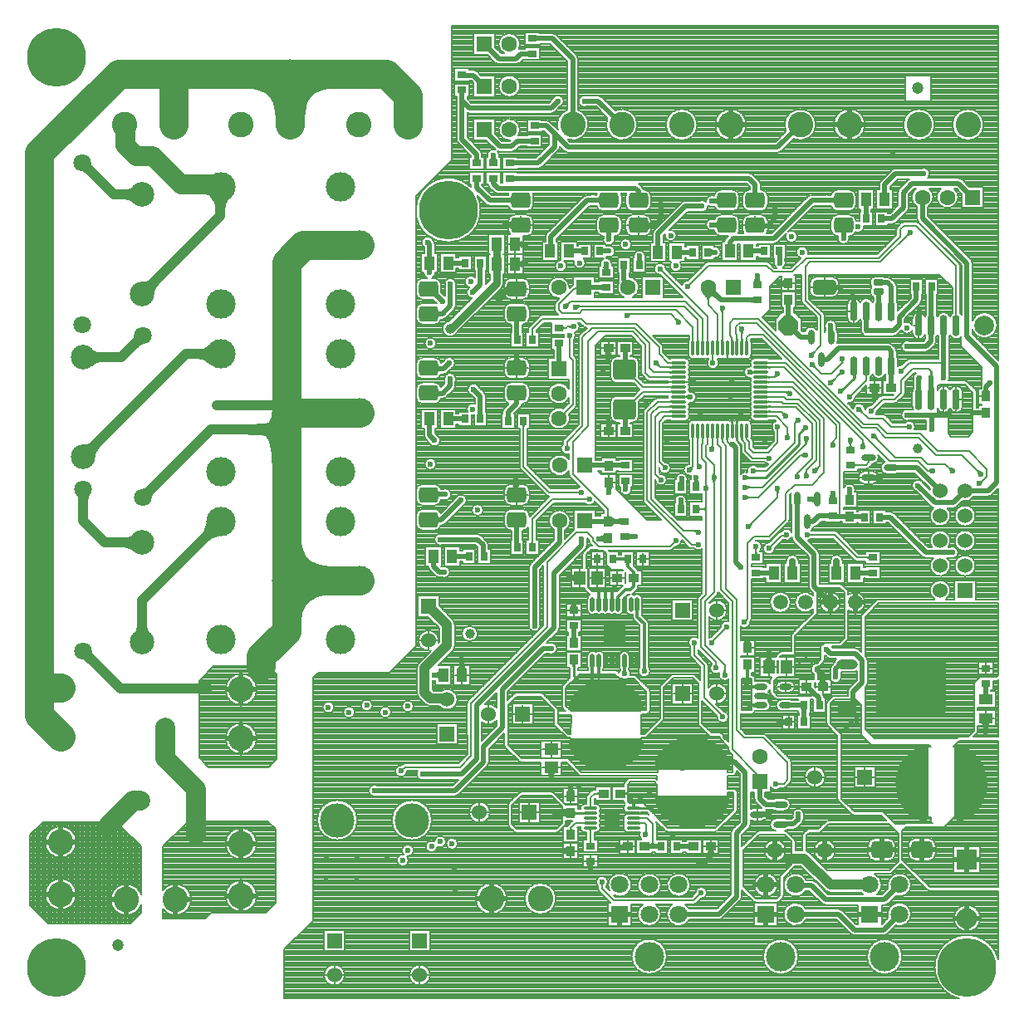
<source format=gtl>
G04*
G04 #@! TF.GenerationSoftware,Altium Limited,Altium Designer,19.1.9 (167)*
G04*
G04 Layer_Physical_Order=1*
G04 Layer_Color=255*
%FSLAX24Y24*%
%MOIN*%
G70*
G01*
G75*
%ADD13C,0.0118*%
%ADD14C,0.0098*%
%ADD18C,0.0079*%
%ADD20C,0.0394*%
%ADD21C,0.0197*%
%ADD24O,0.0281X0.0591*%
G04:AMPARAMS|DCode=25|XSize=90.6mil|YSize=82.7mil|CornerRadius=12.4mil|HoleSize=0mil|Usage=FLASHONLY|Rotation=0.000|XOffset=0mil|YOffset=0mil|HoleType=Round|Shape=RoundedRectangle|*
%AMROUNDEDRECTD25*
21,1,0.0906,0.0579,0,0,0.0*
21,1,0.0657,0.0827,0,0,0.0*
1,1,0.0248,0.0329,-0.0289*
1,1,0.0248,-0.0329,-0.0289*
1,1,0.0248,-0.0329,0.0289*
1,1,0.0248,0.0329,0.0289*
%
%ADD25ROUNDEDRECTD25*%
%ADD26O,0.0630X0.0118*%
%ADD27O,0.0118X0.0630*%
%ADD28O,0.0177X0.0591*%
%ADD29O,0.0591X0.0281*%
G04:AMPARAMS|DCode=30|XSize=86.6mil|YSize=68.9mil|CornerRadius=17.2mil|HoleSize=0mil|Usage=FLASHONLY|Rotation=0.000|XOffset=0mil|YOffset=0mil|HoleType=Round|Shape=RoundedRectangle|*
%AMROUNDEDRECTD30*
21,1,0.0866,0.0344,0,0,0.0*
21,1,0.0522,0.0689,0,0,0.0*
1,1,0.0344,0.0261,-0.0172*
1,1,0.0344,-0.0261,-0.0172*
1,1,0.0344,-0.0261,0.0172*
1,1,0.0344,0.0261,0.0172*
%
%ADD30ROUNDEDRECTD30*%
%ADD31O,0.0295X0.0800*%
G04:AMPARAMS|DCode=32|XSize=94.5mil|YSize=59.1mil|CornerRadius=14.8mil|HoleSize=0mil|Usage=FLASHONLY|Rotation=180.000|XOffset=0mil|YOffset=0mil|HoleType=Round|Shape=RoundedRectangle|*
%AMROUNDEDRECTD32*
21,1,0.0945,0.0295,0,0,180.0*
21,1,0.0650,0.0591,0,0,180.0*
1,1,0.0295,-0.0325,0.0148*
1,1,0.0295,0.0325,0.0148*
1,1,0.0295,0.0325,-0.0148*
1,1,0.0295,-0.0325,-0.0148*
%
%ADD32ROUNDEDRECTD32*%
G04:AMPARAMS|DCode=33|XSize=43.3mil|YSize=23.6mil|CornerRadius=5.9mil|HoleSize=0mil|Usage=FLASHONLY|Rotation=180.000|XOffset=0mil|YOffset=0mil|HoleType=Round|Shape=RoundedRectangle|*
%AMROUNDEDRECTD33*
21,1,0.0433,0.0118,0,0,180.0*
21,1,0.0315,0.0236,0,0,180.0*
1,1,0.0118,-0.0157,0.0059*
1,1,0.0118,0.0157,0.0059*
1,1,0.0118,0.0157,-0.0059*
1,1,0.0118,-0.0157,-0.0059*
%
%ADD33ROUNDEDRECTD33*%
%ADD34O,0.0531X0.0236*%
%ADD35O,0.0571X0.0118*%
%ADD36R,0.0610X0.0728*%
G04:AMPARAMS|DCode=37|XSize=78.7mil|YSize=63mil|CornerRadius=15.7mil|HoleSize=0mil|Usage=FLASHONLY|Rotation=180.000|XOffset=0mil|YOffset=0mil|HoleType=Round|Shape=RoundedRectangle|*
%AMROUNDEDRECTD37*
21,1,0.0787,0.0315,0,0,180.0*
21,1,0.0472,0.0630,0,0,180.0*
1,1,0.0315,-0.0236,0.0157*
1,1,0.0315,0.0236,0.0157*
1,1,0.0315,0.0236,-0.0157*
1,1,0.0315,-0.0236,-0.0157*
%
%ADD37ROUNDEDRECTD37*%
%ADD38O,0.0295X0.0850*%
%ADD69C,0.0827*%
%ADD71C,0.1024*%
%ADD79C,0.0630*%
%ADD87R,0.0276X0.0354*%
%ADD88R,0.0354X0.0276*%
%ADD89R,0.0354X0.0394*%
%ADD90R,0.0413X0.0551*%
%ADD91R,0.0394X0.0354*%
%ADD92R,0.0453X0.0571*%
%ADD93R,0.0906X0.0965*%
%ADD94R,0.0394X0.0394*%
%ADD95R,0.0571X0.0453*%
%ADD96R,0.0551X0.0413*%
%ADD97O,0.0846X0.0394*%
G04:AMPARAMS|DCode=98|XSize=279.5mil|YSize=218.5mil|CornerRadius=10.9mil|HoleSize=0mil|Usage=FLASHONLY|Rotation=0.000|XOffset=0mil|YOffset=0mil|HoleType=Round|Shape=RoundedRectangle|*
%AMROUNDEDRECTD98*
21,1,0.2795,0.1967,0,0,0.0*
21,1,0.2577,0.2185,0,0,0.0*
1,1,0.0219,0.1288,-0.0983*
1,1,0.0219,-0.1288,-0.0983*
1,1,0.0219,-0.1288,0.0983*
1,1,0.0219,0.1288,0.0983*
%
%ADD98ROUNDEDRECTD98*%
%ADD99R,0.0394X0.0394*%
%ADD100C,0.0472*%
%ADD101C,0.1181*%
%ADD102C,0.0138*%
%ADD103C,0.0276*%
%ADD104C,0.0315*%
%ADD105C,0.0787*%
%ADD106C,0.0787*%
%ADD107C,0.0709*%
%ADD108C,0.0984*%
%ADD109P,0.0852X8X202.5*%
%ADD110R,0.0630X0.0630*%
%ADD111R,0.0630X0.0630*%
%ADD112C,0.0600*%
%ADD113R,0.0600X0.0600*%
%ADD114R,0.0600X0.0600*%
%ADD115C,0.0591*%
%ADD116C,0.1378*%
%ADD117R,0.0827X0.0827*%
%ADD118R,0.0709X0.0709*%
%ADD119C,0.1181*%
%ADD120C,0.2362*%
%ADD121C,0.0236*%
%ADD122C,0.0394*%
G36*
X21299Y38858D02*
X21075Y38846D01*
X20874Y38811D01*
X20697Y38752D01*
X20543Y38669D01*
X20413Y38563D01*
X20307Y38433D01*
X20224Y38280D01*
X20165Y38102D01*
X20130Y37902D01*
X20118Y37677D01*
X18937D01*
X18925Y37902D01*
X18890Y38102D01*
X18831Y38280D01*
X18748Y38433D01*
X18642Y38563D01*
X18512Y38669D01*
X18358Y38752D01*
X18181Y38811D01*
X17980Y38846D01*
X17756Y38858D01*
X19528Y40039D01*
X21299Y38858D01*
D02*
G37*
G36*
X27776Y36145D02*
X27783Y36085D01*
X27788Y36061D01*
X27795Y36040D01*
X27803Y36023D01*
X27814Y36010D01*
X27825Y36000D01*
X27838Y35995D01*
X27853Y35993D01*
X27501D01*
X27516Y35995D01*
X27529Y36000D01*
X27541Y36010D01*
X27551Y36023D01*
X27559Y36040D01*
X27566Y36061D01*
X27572Y36085D01*
X27576Y36113D01*
X27578Y36145D01*
X27579Y36181D01*
X27776D01*
X27776Y36145D01*
D02*
G37*
G36*
X11537Y35848D02*
X11541Y35831D01*
X11548Y35813D01*
X11558Y35794D01*
X11571Y35773D01*
X11587Y35750D01*
X11627Y35701D01*
X11652Y35675D01*
X11679Y35647D01*
X11401Y35368D01*
X11372Y35396D01*
X11297Y35461D01*
X11274Y35476D01*
X11254Y35489D01*
X11234Y35499D01*
X11216Y35506D01*
X11200Y35511D01*
X11185Y35512D01*
X11535Y35863D01*
X11537Y35848D01*
D02*
G37*
G36*
X16367Y35385D02*
X16261Y34565D01*
X16252Y34572D01*
X16237Y34579D01*
X16215Y34584D01*
X16187Y34589D01*
X16152Y34593D01*
X16008Y34601D01*
X15881Y34603D01*
X16019Y35390D01*
X16367Y35385D01*
D02*
G37*
G36*
X13231Y34254D02*
X13201Y34282D01*
X13169Y34307D01*
X13135Y34329D01*
X13099Y34348D01*
X13060Y34365D01*
X13020Y34378D01*
X12977Y34388D01*
X12932Y34396D01*
X12885Y34400D01*
X12836Y34402D01*
Y34795D01*
X12885Y34797D01*
X12932Y34801D01*
X12977Y34809D01*
X13020Y34819D01*
X13060Y34832D01*
X13099Y34848D01*
X13135Y34868D01*
X13169Y34890D01*
X13201Y34915D01*
X13231Y34943D01*
Y34254D01*
D02*
G37*
G36*
X17140Y34494D02*
X17098Y34452D01*
X17061Y34408D01*
X17028Y34363D01*
X17000Y34316D01*
X16976Y34268D01*
X16956Y34219D01*
X16941Y34168D01*
X16930Y34116D01*
X16923Y34062D01*
X16921Y34007D01*
X16528Y34013D01*
X16525Y34068D01*
X16519Y34121D01*
X16508Y34173D01*
X16493Y34224D01*
X16474Y34274D01*
X16450Y34323D01*
X16423Y34370D01*
X16390Y34416D01*
X16354Y34461D01*
X16313Y34505D01*
X17140Y34494D01*
D02*
G37*
G36*
X38583Y33461D02*
X38586Y33457D01*
X38592Y33454D01*
X38601Y33452D01*
X38611Y33450D01*
X38625Y33448D01*
X38658Y33446D01*
X38701Y33445D01*
Y33248D01*
X38678Y33248D01*
X38611Y33243D01*
X38601Y33241D01*
X38592Y33238D01*
X38586Y33236D01*
X38583Y33232D01*
X38582Y33228D01*
Y33464D01*
X38583Y33461D01*
D02*
G37*
G36*
X28388Y33189D02*
X28387Y33208D01*
X28382Y33225D01*
X28372Y33239D01*
X28358Y33252D01*
X28340Y33263D01*
X28318Y33272D01*
X28292Y33279D01*
X28262Y33283D01*
X28227Y33286D01*
X28189Y33287D01*
Y33484D01*
X28229Y33485D01*
X28265Y33488D01*
X28297Y33493D01*
X28324Y33500D01*
X28348Y33509D01*
X28367Y33520D01*
X28382Y33532D01*
X28393Y33547D01*
X28400Y33564D01*
X28403Y33582D01*
X28388Y33189D01*
D02*
G37*
G36*
X33895Y33524D02*
X33901Y33508D01*
X33910Y33493D01*
X33925Y33480D01*
X33943Y33469D01*
X33965Y33461D01*
X33991Y33454D01*
X34022Y33449D01*
X34056Y33446D01*
X34095Y33445D01*
Y33248D01*
X34055Y33247D01*
X34020Y33244D01*
X33989Y33239D01*
X33962Y33232D01*
X33940Y33224D01*
X33921Y33213D01*
X33906Y33200D01*
X33896Y33185D01*
X33889Y33169D01*
X33887Y33150D01*
X33893Y33543D01*
X33895Y33524D01*
D02*
G37*
G36*
X44408Y32953D02*
X44396Y32952D01*
X44385Y32951D01*
X44374Y32950D01*
X44363Y32947D01*
X44353Y32943D01*
X44343Y32939D01*
X44334Y32934D01*
X44325Y32928D01*
X44316Y32922D01*
X44308Y32914D01*
X44253Y32970D01*
X44260Y32978D01*
X44267Y32986D01*
X44273Y32995D01*
X44278Y33005D01*
X44282Y33014D01*
X44285Y33025D01*
X44288Y33035D01*
X44290Y33046D01*
X44291Y33058D01*
X44291Y33070D01*
X44408Y32953D01*
D02*
G37*
G36*
X28770Y32777D02*
X28776Y32760D01*
X28786Y32745D01*
X28800Y32732D01*
X28818Y32721D01*
X28839Y32713D01*
X28865Y32706D01*
X28894Y32701D01*
X28928Y32698D01*
X28965Y32697D01*
Y32500D01*
X28928Y32499D01*
X28894Y32496D01*
X28865Y32491D01*
X28839Y32484D01*
X28818Y32475D01*
X28800Y32465D01*
X28786Y32452D01*
X28776Y32437D01*
X28770Y32420D01*
X28768Y32402D01*
Y32795D01*
X28770Y32777D01*
D02*
G37*
G36*
X36426Y32423D02*
X36431Y32414D01*
X36438Y32407D01*
X36449Y32400D01*
X36462Y32395D01*
X36479Y32390D01*
X36498Y32386D01*
X36521Y32384D01*
X36546Y32382D01*
X36575Y32382D01*
Y32185D01*
X36546Y32185D01*
X36498Y32180D01*
X36479Y32177D01*
X36462Y32172D01*
X36449Y32167D01*
X36438Y32160D01*
X36431Y32153D01*
X36426Y32144D01*
X36425Y32134D01*
Y32433D01*
X36426Y32423D01*
D02*
G37*
G36*
X32304Y31775D02*
X32310Y31715D01*
X32316Y31691D01*
X32323Y31670D01*
X32331Y31653D01*
X32341Y31640D01*
X32353Y31630D01*
X32366Y31625D01*
X32381Y31623D01*
X32029D01*
X32043Y31625D01*
X32057Y31630D01*
X32068Y31640D01*
X32078Y31653D01*
X32087Y31670D01*
X32094Y31691D01*
X32099Y31715D01*
X32103Y31743D01*
X32106Y31775D01*
X32106Y31811D01*
X32303D01*
X32304Y31775D01*
D02*
G37*
G36*
X28770Y31989D02*
X28776Y31972D01*
X28786Y31958D01*
X28800Y31945D01*
X28818Y31934D01*
X28839Y31925D01*
X28865Y31918D01*
X28894Y31913D01*
X28928Y31910D01*
X28965Y31909D01*
Y31713D01*
X28928Y31712D01*
X28894Y31709D01*
X28865Y31704D01*
X28839Y31697D01*
X28818Y31688D01*
X28800Y31677D01*
X28786Y31664D01*
X28776Y31650D01*
X28770Y31633D01*
X28768Y31614D01*
Y32008D01*
X28770Y31989D01*
D02*
G37*
G36*
X25233Y31576D02*
X25230Y31572D01*
X25227Y31566D01*
X25224Y31558D01*
X25222Y31547D01*
X25220Y31534D01*
X25217Y31500D01*
X25217Y31457D01*
X25020D01*
X25019Y31480D01*
X25014Y31547D01*
X25012Y31558D01*
X25009Y31566D01*
X25006Y31572D01*
X25003Y31576D01*
X24999Y31577D01*
X25237D01*
X25233Y31576D01*
D02*
G37*
G36*
X38367Y31270D02*
X38373Y31207D01*
X38379Y31182D01*
X38386Y31160D01*
X38394Y31142D01*
X38404Y31128D01*
X38416Y31119D01*
X38429Y31113D01*
X38444Y31111D01*
X38092D01*
X38106Y31113D01*
X38120Y31119D01*
X38131Y31128D01*
X38141Y31142D01*
X38150Y31160D01*
X38157Y31182D01*
X38162Y31207D01*
X38166Y31237D01*
X38169Y31270D01*
X38169Y31308D01*
X38366D01*
X38367Y31270D01*
D02*
G37*
G36*
X39352Y30848D02*
X39350Y30862D01*
X39344Y30876D01*
X39334Y30887D01*
X39320Y30897D01*
X39302Y30906D01*
X39281Y30913D01*
X39255Y30918D01*
X39226Y30922D01*
X39192Y30924D01*
X39155Y30925D01*
Y31122D01*
X39192Y31123D01*
X39226Y31126D01*
X39255Y31131D01*
X39281Y31138D01*
X39302Y31147D01*
X39320Y31157D01*
X39334Y31170D01*
X39344Y31185D01*
X39350Y31202D01*
X39352Y31220D01*
Y30848D01*
D02*
G37*
G36*
X30987Y30786D02*
X30986Y30786D01*
X30985Y30787D01*
X30983Y30787D01*
X30966Y30787D01*
X30945Y30787D01*
Y30866D01*
X30987Y30867D01*
Y30786D01*
D02*
G37*
G36*
X41436Y31028D02*
X41441Y31015D01*
X41450Y31003D01*
X41462Y30993D01*
X41479Y30984D01*
X41498Y30977D01*
X41522Y30972D01*
X41549Y30968D01*
X41580Y30965D01*
X41614Y30965D01*
Y30768D01*
X41579Y30767D01*
X41519Y30761D01*
X41495Y30755D01*
X41474Y30748D01*
X41457Y30740D01*
X41444Y30729D01*
X41434Y30718D01*
X41429Y30704D01*
X41426Y30689D01*
X41435Y31043D01*
X41436Y31028D01*
D02*
G37*
G36*
X36615Y30830D02*
X36618Y30797D01*
X36622Y30767D01*
X36629Y30737D01*
X36638Y30709D01*
X36649Y30683D01*
X36662Y30658D01*
X36678Y30634D01*
X36695Y30612D01*
X36714Y30591D01*
X36575Y30451D01*
X36554Y30471D01*
X36531Y30488D01*
X36508Y30503D01*
X36482Y30516D01*
X36456Y30527D01*
X36428Y30536D01*
X36425Y30537D01*
X36404Y30512D01*
X36384Y30483D01*
X36368Y30456D01*
X36355Y30431D01*
X36346Y30407D01*
X36340Y30385D01*
X36339Y30365D01*
X36260D01*
X36258Y30385D01*
X36253Y30407D01*
X36244Y30431D01*
X36231Y30456D01*
X36215Y30483D01*
X36195Y30512D01*
X36171Y30542D01*
X36113Y30607D01*
X36079Y30641D01*
X36258D01*
X36252Y30727D01*
X36249Y30747D01*
X36245Y30764D01*
X36240Y30778D01*
X36235Y30789D01*
X36230Y30797D01*
X36369D01*
X36363Y30789D01*
X36358Y30778D01*
X36353Y30764D01*
X36349Y30747D01*
X36346Y30727D01*
X36341Y30677D01*
X36340Y30641D01*
X36392D01*
X36614Y30863D01*
X36615Y30830D01*
D02*
G37*
G36*
X14250Y30987D02*
X14216Y30951D01*
X14186Y30915D01*
X14160Y30878D01*
X14137Y30841D01*
X14117Y30803D01*
X14102Y30764D01*
X14090Y30725D01*
X14081Y30685D01*
X14076Y30644D01*
X14075Y30603D01*
X13588Y31091D01*
X13629Y31092D01*
X13669Y31097D01*
X13709Y31105D01*
X13748Y31118D01*
X13787Y31133D01*
X13825Y31152D01*
X13862Y31175D01*
X13899Y31202D01*
X13936Y31232D01*
X13971Y31265D01*
X14250Y30987D01*
D02*
G37*
G36*
X28271Y30552D02*
X28268Y30575D01*
X28261Y30591D01*
X28251Y30602D01*
X28237Y30607D01*
X28221Y30606D01*
X28201Y30599D01*
X28178Y30585D01*
X28152Y30566D01*
X28148Y30563D01*
X28148Y30562D01*
X28138Y30549D01*
X28129Y30535D01*
X28122Y30522D01*
X28117Y30509D01*
X28113Y30497D01*
X28111Y30486D01*
X28110Y30474D01*
X27915Y30669D01*
X27927Y30670D01*
X27938Y30672D01*
X27950Y30676D01*
X27963Y30681D01*
X27976Y30688D01*
X27990Y30697D01*
X28003Y30707D01*
X28018Y30718D01*
X28042Y30740D01*
X28058Y30757D01*
X28174Y30892D01*
X28193Y30921D01*
X28209Y30947D01*
X28221Y30971D01*
X28229Y30993D01*
X28234Y31013D01*
X28271Y30552D01*
D02*
G37*
G36*
X42230Y30458D02*
X42237Y30366D01*
X42241Y30341D01*
X42247Y30317D01*
X42253Y30296D01*
X42260Y30277D01*
X42268Y30261D01*
X42278Y30247D01*
X42022D01*
X42024Y30252D01*
X42026Y30260D01*
X42027Y30272D01*
X42030Y30307D01*
X42032Y30458D01*
X42229Y30494D01*
X42230Y30458D01*
D02*
G37*
G36*
X38092Y30228D02*
X38090Y30235D01*
X38084Y30241D01*
X38074Y30247D01*
X38060Y30252D01*
X38043Y30256D01*
X38021Y30260D01*
X37995Y30262D01*
X37932Y30265D01*
X37895Y30266D01*
Y30463D01*
X37932Y30463D01*
X38021Y30469D01*
X38043Y30472D01*
X38060Y30476D01*
X38074Y30481D01*
X38084Y30487D01*
X38090Y30494D01*
X38092Y30501D01*
Y30228D01*
D02*
G37*
G36*
X30747Y30219D02*
X30740Y30211D01*
X30733Y30203D01*
X30727Y30194D01*
X30722Y30184D01*
X30718Y30175D01*
X30715Y30164D01*
X30712Y30154D01*
X30710Y30143D01*
X30709Y30131D01*
X30709Y30119D01*
X30592Y30236D01*
X30604Y30236D01*
X30615Y30238D01*
X30626Y30239D01*
X30637Y30242D01*
X30647Y30246D01*
X30657Y30250D01*
X30666Y30255D01*
X30675Y30261D01*
X30684Y30267D01*
X30692Y30275D01*
X30747Y30219D01*
D02*
G37*
G36*
X31047Y30180D02*
X31069Y30171D01*
X31080Y30167D01*
X31101Y30162D01*
X31112Y30160D01*
X31133Y30158D01*
X31143Y30157D01*
X31173Y30079D01*
X31162Y30078D01*
X31151Y30077D01*
X31141Y30074D01*
X31132Y30071D01*
X31123Y30066D01*
X31116Y30061D01*
X31108Y30054D01*
X31102Y30047D01*
X31096Y30038D01*
X31091Y30029D01*
X31036Y30185D01*
X31047Y30180D01*
D02*
G37*
G36*
X36945Y29956D02*
X36937Y29947D01*
X36931Y29938D01*
X36925Y29929D01*
X36920Y29919D01*
X36916Y29909D01*
X36913Y29899D01*
X36911Y29889D01*
X36910Y29878D01*
X36909Y29867D01*
X36831D01*
X36830Y29878D01*
X36829Y29889D01*
X36827Y29899D01*
X36824Y29909D01*
X36820Y29919D01*
X36815Y29929D01*
X36809Y29938D01*
X36803Y29947D01*
X36796Y29956D01*
X36787Y29965D01*
X36953D01*
X36945Y29956D01*
D02*
G37*
G36*
X33214Y29764D02*
X33202Y29763D01*
X33191Y29762D01*
X33182Y29760D01*
X33174Y29757D01*
X33167Y29753D01*
X33161Y29748D01*
X33156Y29742D01*
X33153Y29735D01*
X33150Y29728D01*
X33149Y29719D01*
X33054Y29840D01*
X33190Y29843D01*
X33214Y29764D01*
D02*
G37*
G36*
X44862Y29911D02*
X44862Y29873D01*
X44871Y29735D01*
X44875Y29717D01*
X44879Y29702D01*
X44883Y29690D01*
X44888Y29682D01*
X44632D01*
X44638Y29692D01*
X44644Y29705D01*
X44649Y29721D01*
X44653Y29740D01*
X44657Y29762D01*
X44662Y29815D01*
X44665Y29880D01*
X44665Y29917D01*
X44862Y29911D01*
D02*
G37*
G36*
X35025Y29637D02*
X35034Y29631D01*
X35042Y29625D01*
X35052Y29620D01*
X35062Y29616D01*
X35072Y29612D01*
X35082Y29609D01*
X35093Y29608D01*
X35105Y29607D01*
X35117Y29606D01*
X35000Y29489D01*
X35000Y29501D01*
X34999Y29513D01*
X34997Y29524D01*
X34994Y29534D01*
X34991Y29545D01*
X34986Y29554D01*
X34981Y29564D01*
X34975Y29573D01*
X34969Y29581D01*
X34961Y29589D01*
X35017Y29645D01*
X35025Y29637D01*
D02*
G37*
G36*
X30821Y29209D02*
X30813Y29217D01*
X30804Y29224D01*
X30795Y29231D01*
X30785Y29236D01*
X30775Y29241D01*
X30766Y29245D01*
X30755Y29248D01*
X30745Y29250D01*
X30734Y29252D01*
X30723Y29252D01*
Y29331D01*
X30734Y29331D01*
X30745Y29332D01*
X30755Y29335D01*
X30766Y29338D01*
X30775Y29342D01*
X30785Y29346D01*
X30795Y29352D01*
X30804Y29358D01*
X30813Y29366D01*
X30821Y29374D01*
Y29209D01*
D02*
G37*
G36*
X30491Y29313D02*
X30493Y29307D01*
X30497Y29301D01*
X30503Y29296D01*
X30510Y29291D01*
X30519Y29288D01*
X30529Y29285D01*
X30541Y29283D01*
X30554Y29282D01*
X30570Y29281D01*
Y29203D01*
X30554Y29202D01*
X30541Y29201D01*
X30529Y29199D01*
X30519Y29196D01*
X30510Y29193D01*
X30503Y29189D01*
X30497Y29183D01*
X30493Y29178D01*
X30491Y29171D01*
X30490Y29163D01*
Y29321D01*
X30491Y29313D01*
D02*
G37*
G36*
X37732Y29100D02*
X37725Y29091D01*
X37718Y29082D01*
X37712Y29073D01*
X37708Y29063D01*
X37704Y29053D01*
X37701Y29043D01*
X37699Y29032D01*
X37697Y29022D01*
X37697Y29011D01*
X37618D01*
X37618Y29022D01*
X37616Y29032D01*
X37614Y29043D01*
X37611Y29053D01*
X37607Y29063D01*
X37603Y29073D01*
X37597Y29082D01*
X37590Y29091D01*
X37583Y29100D01*
X37575Y29109D01*
X37740D01*
X37732Y29100D01*
D02*
G37*
G36*
X29282Y29019D02*
X29283Y29006D01*
X29285Y28994D01*
X29288Y28984D01*
X29291Y28975D01*
X29296Y28968D01*
X29301Y28963D01*
X29307Y28959D01*
X29313Y28956D01*
X29321Y28955D01*
X29163D01*
X29171Y28956D01*
X29178Y28959D01*
X29183Y28963D01*
X29189Y28968D01*
X29193Y28975D01*
X29196Y28984D01*
X29199Y28994D01*
X29201Y29006D01*
X29202Y29019D01*
X29203Y29034D01*
X29281D01*
X29282Y29019D01*
D02*
G37*
G36*
X37697Y28788D02*
X37701Y28740D01*
X37702Y28730D01*
X37704Y28722D01*
X37707Y28715D01*
X37709Y28709D01*
X37712Y28704D01*
X37603D01*
X37606Y28709D01*
X37608Y28715D01*
X37611Y28722D01*
X37613Y28730D01*
X37614Y28740D01*
X37617Y28762D01*
X37618Y28788D01*
X37618Y28803D01*
X37697D01*
X37697Y28788D01*
D02*
G37*
G36*
X37500D02*
X37504Y28740D01*
X37505Y28730D01*
X37507Y28722D01*
X37510Y28715D01*
X37512Y28709D01*
X37515Y28704D01*
X37406D01*
X37409Y28709D01*
X37412Y28715D01*
X37414Y28722D01*
X37416Y28730D01*
X37417Y28740D01*
X37420Y28762D01*
X37421Y28788D01*
X37421Y28803D01*
X37500D01*
X37500Y28788D01*
D02*
G37*
G36*
X37296Y28794D02*
X37298Y28769D01*
X37299Y28758D01*
X37304Y28737D01*
X37307Y28727D01*
X37310Y28719D01*
X37314Y28711D01*
X37318Y28704D01*
X37209D01*
X37211Y28707D01*
X37212Y28711D01*
X37213Y28717D01*
X37214Y28724D01*
X37216Y28742D01*
X37217Y28779D01*
X37217Y28794D01*
X37296Y28808D01*
X37296Y28794D01*
D02*
G37*
G36*
X36910Y28788D02*
X36913Y28740D01*
X36915Y28730D01*
X36917Y28722D01*
X36919Y28715D01*
X36922Y28709D01*
X36925Y28704D01*
X36816D01*
X36818Y28709D01*
X36821Y28715D01*
X36823Y28722D01*
X36825Y28730D01*
X36827Y28740D01*
X36829Y28762D01*
X36831Y28788D01*
X36831Y28803D01*
X36909D01*
X36910Y28788D01*
D02*
G37*
G36*
X36713D02*
X36716Y28740D01*
X36718Y28730D01*
X36720Y28722D01*
X36722Y28715D01*
X36725Y28709D01*
X36728Y28704D01*
X36619D01*
X36622Y28709D01*
X36624Y28715D01*
X36626Y28722D01*
X36628Y28730D01*
X36630Y28740D01*
X36632Y28762D01*
X36634Y28788D01*
X36634Y28803D01*
X36713D01*
X36713Y28788D01*
D02*
G37*
G36*
X36319D02*
X36323Y28740D01*
X36324Y28730D01*
X36326Y28722D01*
X36329Y28715D01*
X36331Y28709D01*
X36334Y28704D01*
X36225D01*
X36228Y28709D01*
X36230Y28715D01*
X36233Y28722D01*
X36235Y28730D01*
X36236Y28740D01*
X36239Y28762D01*
X36240Y28788D01*
X36240Y28803D01*
X36319D01*
X36319Y28788D01*
D02*
G37*
G36*
X36122D02*
X36126Y28740D01*
X36127Y28730D01*
X36129Y28722D01*
X36132Y28715D01*
X36134Y28709D01*
X36137Y28704D01*
X36028D01*
X36031Y28709D01*
X36034Y28715D01*
X36036Y28722D01*
X36038Y28730D01*
X36040Y28740D01*
X36042Y28762D01*
X36043Y28788D01*
X36043Y28803D01*
X36122D01*
X36122Y28788D01*
D02*
G37*
G36*
X35925D02*
X35929Y28740D01*
X35931Y28730D01*
X35933Y28722D01*
X35935Y28715D01*
X35937Y28709D01*
X35940Y28704D01*
X35831D01*
X35834Y28709D01*
X35837Y28715D01*
X35839Y28722D01*
X35841Y28730D01*
X35843Y28740D01*
X35845Y28762D01*
X35846Y28788D01*
X35846Y28803D01*
X35925D01*
X35925Y28788D01*
D02*
G37*
G36*
X13619Y28583D02*
X13603Y28581D01*
X13587Y28577D01*
X13569Y28570D01*
X13550Y28560D01*
X13529Y28547D01*
X13506Y28531D01*
X13457Y28491D01*
X13431Y28467D01*
X13403Y28439D01*
X13124Y28718D01*
X13152Y28746D01*
X13216Y28821D01*
X13232Y28844D01*
X13245Y28865D01*
X13255Y28884D01*
X13262Y28902D01*
X13266Y28918D01*
X13268Y28933D01*
X13619Y28583D01*
D02*
G37*
G36*
X40590Y28251D02*
X40582Y28243D01*
X40576Y28234D01*
X40570Y28225D01*
X40565Y28216D01*
X40561Y28206D01*
X40557Y28196D01*
X40554Y28185D01*
X40553Y28174D01*
X40551Y28163D01*
X40551Y28151D01*
X40434Y28268D01*
X40446Y28268D01*
X40458Y28269D01*
X40469Y28271D01*
X40479Y28274D01*
X40490Y28277D01*
X40499Y28281D01*
X40509Y28286D01*
X40518Y28292D01*
X40526Y28299D01*
X40534Y28306D01*
X40590Y28251D01*
D02*
G37*
G36*
X32462Y28247D02*
X32445Y28241D01*
X32430Y28232D01*
X32417Y28218D01*
X32406Y28200D01*
X32398Y28178D01*
X32391Y28153D01*
X32386Y28123D01*
X32383Y28090D01*
X32382Y28052D01*
X32185D01*
X32184Y28090D01*
X32178Y28153D01*
X32173Y28178D01*
X32166Y28200D01*
X32157Y28218D01*
X32147Y28232D01*
X32135Y28241D01*
X32122Y28247D01*
X32108Y28249D01*
X32480D01*
X32462Y28247D01*
D02*
G37*
G36*
X37120Y28144D02*
X37119Y28139D01*
X37118Y28134D01*
X37117Y28127D01*
X37115Y28109D01*
X37114Y28072D01*
X37114Y28057D01*
X37035Y28042D01*
X37035Y28056D01*
X37033Y28081D01*
X37031Y28093D01*
X37027Y28114D01*
X37024Y28123D01*
X37021Y28132D01*
X37017Y28140D01*
X37012Y28147D01*
X37121D01*
X37120Y28144D01*
D02*
G37*
G36*
X36529D02*
X36528Y28139D01*
X36527Y28134D01*
X36526Y28127D01*
X36525Y28109D01*
X36523Y28072D01*
X36523Y28057D01*
X36445Y28042D01*
X36444Y28056D01*
X36442Y28081D01*
X36441Y28093D01*
X36436Y28114D01*
X36433Y28123D01*
X36430Y28132D01*
X36426Y28140D01*
X36422Y28147D01*
X36531D01*
X36529Y28144D01*
D02*
G37*
G36*
X28721Y28100D02*
X28724Y28067D01*
X28729Y28037D01*
X28736Y28011D01*
X28745Y27989D01*
X28756Y27972D01*
X28769Y27958D01*
X28783Y27948D01*
X28800Y27942D01*
X28819Y27940D01*
X28425D01*
X28444Y27942D01*
X28461Y27948D01*
X28475Y27958D01*
X28488Y27972D01*
X28499Y27989D01*
X28508Y28011D01*
X28515Y28037D01*
X28520Y28067D01*
X28523Y28100D01*
X28524Y28138D01*
X28720D01*
X28721Y28100D01*
D02*
G37*
G36*
X40980Y28075D02*
X40983Y28074D01*
X40989Y28073D01*
X41005Y28072D01*
X41083Y28071D01*
Y27874D01*
X40979Y27870D01*
Y28075D01*
X40980Y28075D01*
D02*
G37*
G36*
X41738Y27882D02*
X41736Y27880D01*
X41736Y27878D01*
X41735Y27874D01*
X41734Y27870D01*
X41733Y27858D01*
X41732Y27843D01*
X41732Y27835D01*
X41654D01*
X41653Y27843D01*
X41651Y27874D01*
X41650Y27878D01*
X41649Y27880D01*
X41648Y27882D01*
X41647Y27883D01*
X41739D01*
X41738Y27882D01*
D02*
G37*
G36*
X37148Y27987D02*
X37156Y27981D01*
X37165Y27976D01*
X37174Y27972D01*
X37182Y27970D01*
X37191Y27969D01*
X37200Y27969D01*
X37209Y27970D01*
X37218Y27973D01*
X37227Y27978D01*
X37177Y27823D01*
X37173Y27832D01*
X37163Y27849D01*
X37157Y27858D01*
X37138Y27883D01*
X37131Y27891D01*
X37117Y27906D01*
X37139Y27995D01*
X37148Y27987D01*
D02*
G37*
G36*
X16311Y27776D02*
X16267Y27817D01*
X16223Y27854D01*
X16177Y27886D01*
X16130Y27914D01*
X16082Y27938D01*
X16032Y27957D01*
X15982Y27973D01*
X15929Y27983D01*
X15876Y27990D01*
X15821Y27992D01*
Y28386D01*
X15876Y28388D01*
X15929Y28394D01*
X15982Y28405D01*
X16032Y28420D01*
X16082Y28440D01*
X16130Y28464D01*
X16177Y28492D01*
X16223Y28524D01*
X16267Y28561D01*
X16311Y28602D01*
Y27776D01*
D02*
G37*
G36*
X11602Y28379D02*
X11634Y28354D01*
X11668Y28332D01*
X11705Y28313D01*
X11743Y28297D01*
X11784Y28283D01*
X11826Y28273D01*
X11871Y28266D01*
X11918Y28261D01*
X11967Y28260D01*
Y27866D01*
X11918Y27865D01*
X11871Y27860D01*
X11826Y27853D01*
X11784Y27843D01*
X11743Y27829D01*
X11705Y27813D01*
X11668Y27794D01*
X11634Y27772D01*
X11602Y27747D01*
X11572Y27719D01*
Y28407D01*
X11602Y28379D01*
D02*
G37*
G36*
X34331Y27822D02*
X34332Y27810D01*
X34334Y27799D01*
X34337Y27788D01*
X34340Y27778D01*
X34344Y27768D01*
X34349Y27759D01*
X34355Y27750D01*
X34362Y27742D01*
X34369Y27734D01*
X34314Y27678D01*
X34306Y27685D01*
X34297Y27692D01*
X34288Y27698D01*
X34279Y27703D01*
X34269Y27707D01*
X34259Y27711D01*
X34248Y27713D01*
X34237Y27715D01*
X34226Y27716D01*
X34214Y27717D01*
X34331Y27833D01*
X34331Y27822D01*
D02*
G37*
G36*
X40607Y27759D02*
X40608Y27747D01*
X40609Y27736D01*
X40612Y27725D01*
X40616Y27715D01*
X40620Y27705D01*
X40625Y27696D01*
X40631Y27687D01*
X40637Y27679D01*
X40645Y27671D01*
X40589Y27615D01*
X40581Y27622D01*
X40573Y27629D01*
X40564Y27635D01*
X40554Y27640D01*
X40545Y27644D01*
X40534Y27648D01*
X40524Y27650D01*
X40513Y27652D01*
X40501Y27653D01*
X40489Y27654D01*
X40606Y27770D01*
X40607Y27759D01*
D02*
G37*
G36*
X38709Y27709D02*
X38715Y27707D01*
X38722Y27704D01*
X38730Y27702D01*
X38740Y27701D01*
X38762Y27698D01*
X38788Y27697D01*
X38803Y27697D01*
Y27618D01*
X38788Y27618D01*
X38740Y27614D01*
X38730Y27613D01*
X38722Y27611D01*
X38715Y27608D01*
X38709Y27606D01*
X38704Y27603D01*
Y27712D01*
X38709Y27709D01*
D02*
G37*
G36*
X34840Y27603D02*
X34835Y27606D01*
X34828Y27608D01*
X34821Y27611D01*
X34813Y27613D01*
X34803Y27614D01*
X34781Y27617D01*
X34755Y27618D01*
X34740Y27618D01*
Y27697D01*
X34755Y27697D01*
X34803Y27701D01*
X34813Y27702D01*
X34821Y27704D01*
X34828Y27707D01*
X34835Y27709D01*
X34840Y27712D01*
Y27603D01*
D02*
G37*
G36*
X33024Y27647D02*
X33011Y27627D01*
X33006Y27617D01*
X33002Y27607D01*
X32998Y27597D01*
X32996Y27587D01*
X32994Y27578D01*
X32993Y27568D01*
X32992Y27559D01*
X32913D01*
X32913Y27568D01*
X32912Y27578D01*
X32910Y27587D01*
X32907Y27597D01*
X32904Y27607D01*
X32899Y27617D01*
X32894Y27627D01*
X32888Y27637D01*
X32874Y27657D01*
X33031D01*
X33024Y27647D01*
D02*
G37*
G36*
X38065Y27535D02*
X38074Y27528D01*
X38083Y27521D01*
X38093Y27516D01*
X38102Y27511D01*
X38112Y27507D01*
X38118Y27505D01*
X38120Y27505D01*
X38128Y27507D01*
X38135Y27510D01*
X38142Y27512D01*
X38147Y27515D01*
Y27500D01*
X38155Y27500D01*
Y27421D01*
X38147Y27421D01*
Y27406D01*
X38142Y27409D01*
X38135Y27412D01*
X38128Y27414D01*
X38120Y27416D01*
X38118Y27416D01*
X38112Y27414D01*
X38102Y27410D01*
X38093Y27406D01*
X38083Y27400D01*
X38074Y27394D01*
X38065Y27386D01*
X38057Y27378D01*
Y27421D01*
X38047Y27421D01*
Y27500D01*
X38057Y27500D01*
Y27543D01*
X38065Y27535D01*
D02*
G37*
G36*
X34840Y27406D02*
X34835Y27409D01*
X34828Y27412D01*
X34821Y27414D01*
X34813Y27416D01*
X34803Y27417D01*
X34781Y27420D01*
X34755Y27421D01*
X34740Y27421D01*
Y27500D01*
X34755Y27500D01*
X34803Y27504D01*
X34813Y27505D01*
X34821Y27507D01*
X34828Y27510D01*
X34835Y27512D01*
X34840Y27515D01*
Y27406D01*
D02*
G37*
G36*
X41678Y27363D02*
X41666Y27364D01*
X41655Y27364D01*
X41644Y27363D01*
X41634Y27362D01*
X41624Y27359D01*
X41614Y27355D01*
X41605Y27350D01*
X41596Y27345D01*
X41587Y27338D01*
X41579Y27331D01*
X41531Y27393D01*
X41538Y27401D01*
X41545Y27410D01*
X41551Y27418D01*
X41556Y27428D01*
X41561Y27437D01*
X41565Y27448D01*
X41569Y27458D01*
X41572Y27469D01*
X41574Y27481D01*
X41575Y27493D01*
X41678Y27363D01*
D02*
G37*
G36*
X45300Y27464D02*
X45307Y27365D01*
X45310Y27358D01*
X45315Y27349D01*
X45320Y27339D01*
X45327Y27330D01*
X45334Y27321D01*
X45343Y27313D01*
X45321D01*
X45326Y27303D01*
X45333Y27295D01*
X45187D01*
X45193Y27303D01*
X45198Y27313D01*
X45177D01*
X45185Y27321D01*
X45193Y27330D01*
X45199Y27339D01*
X45205Y27349D01*
X45210Y27358D01*
X45212Y27365D01*
X45215Y27385D01*
X45219Y27435D01*
X45220Y27496D01*
X45299D01*
X45300Y27464D01*
D02*
G37*
G36*
X39093Y27283D02*
X39081Y27283D01*
X39070Y27282D01*
X39059Y27280D01*
X39048Y27278D01*
X39038Y27274D01*
X39028Y27270D01*
X39019Y27265D01*
X39010Y27259D01*
X39002Y27252D01*
X38993Y27245D01*
X38938Y27301D01*
X38945Y27309D01*
X38952Y27317D01*
X38958Y27326D01*
X38963Y27335D01*
X38967Y27345D01*
X38970Y27355D01*
X38973Y27366D01*
X38975Y27377D01*
X38976Y27388D01*
X38976Y27400D01*
X39093Y27283D01*
D02*
G37*
G36*
X42238Y27356D02*
X42233Y27352D01*
X42229Y27346D01*
X42225Y27338D01*
X42222Y27328D01*
X42219Y27315D01*
X42217Y27301D01*
X42215Y27265D01*
X42215Y27244D01*
X42116D01*
X42116Y27263D01*
X42113Y27293D01*
X42111Y27306D01*
X42109Y27316D01*
X42106Y27325D01*
X42102Y27331D01*
X42097Y27335D01*
X42092Y27338D01*
X42087Y27338D01*
X42244Y27358D01*
X42238Y27356D01*
D02*
G37*
G36*
X38709Y27315D02*
X38715Y27313D01*
X38722Y27311D01*
X38730Y27309D01*
X38740Y27307D01*
X38762Y27305D01*
X38788Y27303D01*
X38803Y27303D01*
Y27224D01*
X38788Y27224D01*
X38740Y27221D01*
X38730Y27219D01*
X38722Y27217D01*
X38715Y27215D01*
X38709Y27212D01*
X38704Y27209D01*
Y27318D01*
X38709Y27315D01*
D02*
G37*
G36*
X34840Y27209D02*
X34835Y27212D01*
X34828Y27215D01*
X34821Y27217D01*
X34813Y27219D01*
X34803Y27221D01*
X34781Y27223D01*
X34755Y27224D01*
X34740Y27224D01*
Y27303D01*
X34755Y27303D01*
X34803Y27307D01*
X34813Y27309D01*
X34821Y27311D01*
X34828Y27313D01*
X34835Y27315D01*
X34840Y27318D01*
Y27209D01*
D02*
G37*
G36*
X41383Y27134D02*
X41375Y27126D01*
X41369Y27118D01*
X41363Y27109D01*
X41357Y27100D01*
X41352Y27090D01*
X41348Y27080D01*
X41345Y27069D01*
X41342Y27058D01*
X41340Y27047D01*
X41338Y27034D01*
X41236Y27164D01*
X41247Y27163D01*
X41258Y27163D01*
X41269Y27164D01*
X41279Y27166D01*
X41289Y27169D01*
X41299Y27172D01*
X41308Y27177D01*
X41317Y27183D01*
X41326Y27189D01*
X41334Y27197D01*
X41383Y27134D01*
D02*
G37*
G36*
X35655Y27060D02*
X35650Y27062D01*
X35645Y27063D01*
X35639Y27064D01*
X35633Y27063D01*
X35627Y27061D01*
X35621Y27059D01*
X35615Y27055D01*
X35609Y27051D01*
X35602Y27045D01*
X35595Y27039D01*
X35542Y27097D01*
X35551Y27106D01*
X35573Y27132D01*
X35578Y27139D01*
X35582Y27146D01*
X35586Y27153D01*
X35588Y27160D01*
X35590Y27166D01*
X35591Y27171D01*
X35655Y27060D01*
D02*
G37*
G36*
X38709Y27119D02*
X38715Y27116D01*
X38722Y27114D01*
X38730Y27112D01*
X38740Y27110D01*
X38762Y27108D01*
X38788Y27106D01*
X38803Y27106D01*
Y27028D01*
X38788Y27027D01*
X38740Y27024D01*
X38730Y27022D01*
X38722Y27020D01*
X38715Y27018D01*
X38709Y27015D01*
X38704Y27012D01*
Y27121D01*
X38709Y27119D01*
D02*
G37*
G36*
X35402D02*
X35408Y27116D01*
X35415Y27114D01*
X35423Y27112D01*
X35433Y27110D01*
X35455Y27108D01*
X35481Y27106D01*
X35496Y27106D01*
Y27028D01*
X35481Y27027D01*
X35433Y27024D01*
X35423Y27022D01*
X35415Y27020D01*
X35408Y27018D01*
X35402Y27015D01*
X35397Y27012D01*
Y27121D01*
X35402Y27119D01*
D02*
G37*
G36*
X38709Y26922D02*
X38715Y26919D01*
X38722Y26917D01*
X38730Y26915D01*
X38740Y26913D01*
X38762Y26911D01*
X38788Y26910D01*
X38803Y26909D01*
Y26831D01*
X38788Y26831D01*
X38740Y26827D01*
X38730Y26825D01*
X38722Y26823D01*
X38715Y26821D01*
X38709Y26818D01*
X38704Y26816D01*
Y26925D01*
X38709Y26922D01*
D02*
G37*
G36*
X34840Y26816D02*
X34835Y26818D01*
X34828Y26821D01*
X34821Y26823D01*
X34813Y26825D01*
X34803Y26827D01*
X34781Y26829D01*
X34755Y26831D01*
X34740Y26831D01*
Y26909D01*
X34755Y26910D01*
X34803Y26913D01*
X34813Y26915D01*
X34821Y26917D01*
X34828Y26919D01*
X34835Y26922D01*
X34840Y26925D01*
Y26816D01*
D02*
G37*
G36*
X45359Y26927D02*
X45369Y26788D01*
X45373Y26769D01*
X45377Y26753D01*
X45382Y26741D01*
X45388Y26732D01*
X45132D01*
X45138Y26741D01*
X45143Y26753D01*
X45147Y26769D01*
X45151Y26788D01*
X45154Y26809D01*
X45159Y26862D01*
X45161Y26927D01*
X45161Y26964D01*
X45358D01*
X45359Y26927D01*
D02*
G37*
G36*
X41775Y26784D02*
X41767Y26775D01*
X41759Y26767D01*
X41753Y26758D01*
X41747Y26749D01*
X41743Y26740D01*
X41739Y26731D01*
X41736Y26722D01*
X41734Y26713D01*
X41733Y26703D01*
X41732Y26694D01*
X41615Y26811D01*
X41625Y26811D01*
X41634Y26813D01*
X41643Y26815D01*
X41652Y26818D01*
X41661Y26821D01*
X41670Y26826D01*
X41679Y26832D01*
X41688Y26838D01*
X41697Y26846D01*
X41705Y26854D01*
X41775Y26784D01*
D02*
G37*
G36*
X47540Y26844D02*
X47546Y26784D01*
X47552Y26759D01*
X47559Y26739D01*
X47567Y26722D01*
X47577Y26709D01*
X47589Y26699D01*
X47602Y26694D01*
X47617Y26692D01*
X47265D01*
X47280Y26694D01*
X47293Y26699D01*
X47305Y26709D01*
X47315Y26722D01*
X47323Y26739D01*
X47330Y26759D01*
X47336Y26784D01*
X47339Y26812D01*
X47342Y26844D01*
X47343Y26879D01*
X47539D01*
X47540Y26844D01*
D02*
G37*
G36*
X38709Y26725D02*
X38715Y26722D01*
X38722Y26720D01*
X38730Y26718D01*
X38740Y26716D01*
X38762Y26714D01*
X38788Y26713D01*
X38803Y26713D01*
Y26634D01*
X38788Y26634D01*
X38740Y26630D01*
X38730Y26628D01*
X38722Y26626D01*
X38715Y26624D01*
X38709Y26622D01*
X38704Y26619D01*
Y26728D01*
X38709Y26725D01*
D02*
G37*
G36*
X34840Y26619D02*
X34835Y26622D01*
X34828Y26624D01*
X34821Y26626D01*
X34813Y26628D01*
X34803Y26630D01*
X34781Y26632D01*
X34755Y26634D01*
X34740Y26634D01*
Y26713D01*
X34755Y26713D01*
X34803Y26716D01*
X34813Y26718D01*
X34821Y26720D01*
X34828Y26722D01*
X34835Y26725D01*
X34840Y26728D01*
Y26619D01*
D02*
G37*
G36*
X39452Y26585D02*
X39449Y26594D01*
X39446Y26602D01*
X39441Y26610D01*
X39435Y26616D01*
X39428Y26622D01*
X39420Y26626D01*
X39411Y26629D01*
X39402Y26632D01*
X39391Y26633D01*
X39380Y26634D01*
X39431Y26713D01*
X39442Y26713D01*
X39484Y26716D01*
X39494Y26718D01*
X39522Y26724D01*
X39530Y26726D01*
X39452Y26585D01*
D02*
G37*
G36*
X35494Y26389D02*
X35487Y26398D01*
X35479Y26406D01*
X35472Y26414D01*
X35463Y26420D01*
X35454Y26425D01*
X35445Y26429D01*
X35435Y26433D01*
X35433Y26433D01*
X35433Y26433D01*
X35423Y26432D01*
X35415Y26430D01*
X35408Y26427D01*
X35402Y26425D01*
X35397Y26422D01*
Y26531D01*
X35402Y26528D01*
X35408Y26525D01*
X35415Y26523D01*
X35423Y26521D01*
X35433Y26520D01*
X35445Y26518D01*
X35449Y26519D01*
X35460Y26522D01*
X35470Y26525D01*
X35480Y26529D01*
X35491Y26534D01*
X35501Y26539D01*
X35511Y26545D01*
X35521Y26552D01*
X35494Y26389D01*
D02*
G37*
G36*
X43153Y26672D02*
X43140Y26667D01*
X43129Y26657D01*
X43118Y26643D01*
X43110Y26625D01*
X43103Y26604D01*
X43098Y26578D01*
X43094Y26548D01*
X43091Y26515D01*
X43091Y26478D01*
X42894D01*
X42893Y26515D01*
X42890Y26548D01*
X42885Y26578D01*
X42878Y26604D01*
X42869Y26625D01*
X42858Y26643D01*
X42845Y26657D01*
X42831Y26667D01*
X42814Y26672D01*
X42795Y26674D01*
X43168D01*
X43153Y26672D01*
D02*
G37*
G36*
X38709Y26528D02*
X38715Y26525D01*
X38722Y26523D01*
X38730Y26521D01*
X38740Y26520D01*
X38762Y26517D01*
X38788Y26516D01*
X38803Y26516D01*
Y26437D01*
X38788Y26437D01*
X38740Y26433D01*
X38730Y26432D01*
X38722Y26430D01*
X38715Y26427D01*
X38709Y26425D01*
X38704Y26422D01*
Y26531D01*
X38709Y26528D01*
D02*
G37*
G36*
Y26331D02*
X38715Y26329D01*
X38722Y26326D01*
X38730Y26324D01*
X38740Y26323D01*
X38762Y26320D01*
X38788Y26319D01*
X38803Y26319D01*
Y26240D01*
X38788Y26240D01*
X38740Y26236D01*
X38730Y26235D01*
X38722Y26233D01*
X38715Y26230D01*
X38709Y26228D01*
X38704Y26225D01*
Y26334D01*
X38709Y26331D01*
D02*
G37*
G36*
X34840Y26225D02*
X34835Y26228D01*
X34828Y26230D01*
X34821Y26233D01*
X34813Y26235D01*
X34803Y26236D01*
X34781Y26239D01*
X34755Y26240D01*
X34740Y26240D01*
Y26319D01*
X34755Y26319D01*
X34803Y26323D01*
X34813Y26324D01*
X34821Y26326D01*
X34828Y26329D01*
X34835Y26331D01*
X34840Y26334D01*
Y26225D01*
D02*
G37*
G36*
X38709Y26134D02*
X38715Y26132D01*
X38722Y26129D01*
X38730Y26127D01*
X38740Y26126D01*
X38762Y26123D01*
X38788Y26122D01*
X38803Y26122D01*
Y26043D01*
X38788Y26043D01*
X38740Y26040D01*
X38730Y26038D01*
X38722Y26036D01*
X38715Y26034D01*
X38709Y26031D01*
X38704Y26028D01*
Y26137D01*
X38709Y26134D01*
D02*
G37*
G36*
X34840Y26028D02*
X34835Y26031D01*
X34828Y26034D01*
X34821Y26036D01*
X34813Y26038D01*
X34803Y26040D01*
X34781Y26042D01*
X34755Y26043D01*
X34740Y26043D01*
Y26122D01*
X34755Y26122D01*
X34803Y26126D01*
X34813Y26127D01*
X34821Y26129D01*
X34828Y26132D01*
X34835Y26134D01*
X34840Y26137D01*
Y26028D01*
D02*
G37*
G36*
X38709Y25937D02*
X38715Y25935D01*
X38722Y25933D01*
X38730Y25931D01*
X38740Y25929D01*
X38762Y25927D01*
X38788Y25925D01*
X38803Y25925D01*
Y25846D01*
X38788Y25846D01*
X38740Y25843D01*
X38730Y25841D01*
X38722Y25839D01*
X38715Y25837D01*
X38709Y25834D01*
X38704Y25831D01*
Y25940D01*
X38709Y25937D01*
D02*
G37*
G36*
X34840Y25831D02*
X34835Y25834D01*
X34828Y25837D01*
X34821Y25839D01*
X34813Y25841D01*
X34803Y25843D01*
X34781Y25845D01*
X34755Y25846D01*
X34740Y25846D01*
Y25925D01*
X34755Y25925D01*
X34803Y25929D01*
X34813Y25931D01*
X34821Y25933D01*
X34828Y25935D01*
X34835Y25937D01*
X34840Y25940D01*
Y25831D01*
D02*
G37*
G36*
X42481Y25971D02*
X42482Y25960D01*
X42484Y25949D01*
X42486Y25938D01*
X42490Y25928D01*
X42494Y25918D01*
X42499Y25909D01*
X42505Y25900D01*
X42511Y25891D01*
X42519Y25883D01*
X42463Y25828D01*
X42455Y25835D01*
X42447Y25842D01*
X42438Y25847D01*
X42428Y25853D01*
X42419Y25857D01*
X42408Y25860D01*
X42398Y25863D01*
X42387Y25865D01*
X42375Y25866D01*
X42363Y25866D01*
X42480Y25983D01*
X42481Y25971D01*
D02*
G37*
G36*
X39316Y25858D02*
X39325Y25851D01*
X39334Y25845D01*
X39343Y25840D01*
X39353Y25836D01*
X39363Y25833D01*
X39374Y25830D01*
X39385Y25828D01*
X39396Y25827D01*
X39408Y25827D01*
X39291Y25710D01*
X39291Y25722D01*
X39290Y25733D01*
X39288Y25744D01*
X39285Y25755D01*
X39282Y25765D01*
X39278Y25775D01*
X39273Y25784D01*
X39267Y25793D01*
X39260Y25802D01*
X39253Y25810D01*
X39308Y25865D01*
X39316Y25858D01*
D02*
G37*
G36*
X39908Y25434D02*
X39899Y25434D01*
X39890Y25434D01*
X39882Y25433D01*
X39873Y25430D01*
X39864Y25427D01*
X39856Y25422D01*
X39847Y25417D01*
X39839Y25411D01*
X39830Y25404D01*
X39821Y25395D01*
X39765Y25451D01*
X39774Y25460D01*
X39781Y25468D01*
X39787Y25477D01*
X39792Y25486D01*
X39797Y25494D01*
X39800Y25503D01*
X39803Y25512D01*
X39804Y25520D01*
X39804Y25529D01*
X39804Y25538D01*
X39908Y25434D01*
D02*
G37*
G36*
X37627Y25673D02*
X37616Y25670D01*
X37593Y25662D01*
X37583Y25657D01*
X37573Y25652D01*
X37563Y25647D01*
X37554Y25641D01*
X37546Y25635D01*
X37543Y25632D01*
X37536Y25623D01*
X37527Y25611D01*
X37520Y25598D01*
X37514Y25585D01*
X37509Y25571D01*
X37505Y25557D01*
X37502Y25543D01*
X37501Y25527D01*
X37500Y25512D01*
X37446Y25496D01*
X37500D01*
X37500Y25481D01*
X37504Y25433D01*
X37505Y25423D01*
X37507Y25415D01*
X37510Y25408D01*
X37512Y25402D01*
X37515Y25397D01*
X37406D01*
X37409Y25402D01*
X37412Y25408D01*
X37414Y25415D01*
X37416Y25423D01*
X37417Y25433D01*
X37420Y25455D01*
X37421Y25481D01*
X37421Y25490D01*
X37420Y25504D01*
X37418Y25517D01*
X37414Y25529D01*
X37409Y25539D01*
X37402Y25548D01*
X37393Y25555D01*
X37383Y25561D01*
X37371Y25564D01*
X37357Y25567D01*
X37343Y25568D01*
X37366Y25646D01*
X37381Y25647D01*
X37396Y25649D01*
X37411Y25651D01*
X37425Y25655D01*
X37439Y25660D01*
X37452Y25666D01*
X37465Y25674D01*
X37474Y25680D01*
X37478Y25686D01*
X37482Y25696D01*
X37486Y25705D01*
X37488Y25715D01*
X37488Y25725D01*
X37488Y25735D01*
X37487Y25745D01*
X37485Y25756D01*
X37627Y25673D01*
D02*
G37*
G36*
X37303Y25481D02*
X37307Y25433D01*
X37309Y25423D01*
X37311Y25415D01*
X37313Y25408D01*
X37315Y25402D01*
X37318Y25397D01*
X37209D01*
X37212Y25402D01*
X37215Y25408D01*
X37217Y25415D01*
X37219Y25423D01*
X37221Y25433D01*
X37223Y25455D01*
X37224Y25481D01*
X37224Y25496D01*
X37303D01*
X37303Y25481D01*
D02*
G37*
G36*
X32422Y25439D02*
X32424Y25408D01*
X32428Y25381D01*
X32434Y25358D01*
X32441Y25339D01*
X32449Y25323D01*
X32459Y25310D01*
X32471Y25301D01*
X32484Y25296D01*
X32499Y25294D01*
X32144Y25293D01*
X32160Y25295D01*
X32173Y25300D01*
X32185Y25309D01*
X32196Y25322D01*
X32204Y25338D01*
X32212Y25358D01*
X32217Y25381D01*
X32221Y25408D01*
X32224Y25438D01*
X32224Y25472D01*
X32421D01*
X32422Y25439D01*
D02*
G37*
G36*
X28959Y25336D02*
X28952Y25334D01*
X28946Y25330D01*
X28941Y25324D01*
X28937Y25317D01*
X28933Y25308D01*
X28931Y25298D01*
X28929Y25286D01*
X28928Y25272D01*
X28927Y25257D01*
X28848D01*
X28848Y25272D01*
X28847Y25286D01*
X28845Y25298D01*
X28842Y25308D01*
X28839Y25317D01*
X28834Y25324D01*
X28829Y25330D01*
X28823Y25334D01*
X28817Y25336D01*
X28809Y25337D01*
X28967D01*
X28959Y25336D01*
D02*
G37*
G36*
X40196Y25118D02*
X40186Y25118D01*
X40177Y25117D01*
X40168Y25114D01*
X40159Y25112D01*
X40150Y25108D01*
X40141Y25103D01*
X40132Y25097D01*
X40123Y25091D01*
X40114Y25084D01*
X40106Y25075D01*
X40036Y25145D01*
X40044Y25154D01*
X40052Y25162D01*
X40058Y25171D01*
X40064Y25180D01*
X40068Y25189D01*
X40072Y25198D01*
X40075Y25207D01*
X40077Y25216D01*
X40078Y25226D01*
X40079Y25235D01*
X40196Y25118D01*
D02*
G37*
G36*
X39528Y25014D02*
X39529Y25003D01*
X39531Y24993D01*
X39534Y24982D01*
X39538Y24973D01*
X39543Y24963D01*
X39549Y24954D01*
X39555Y24944D01*
X39563Y24935D01*
X39571Y24927D01*
X39406D01*
X39414Y24935D01*
X39421Y24944D01*
X39428Y24954D01*
X39433Y24963D01*
X39438Y24973D01*
X39442Y24982D01*
X39445Y24993D01*
X39447Y25003D01*
X39448Y25014D01*
X39449Y25025D01*
X39528D01*
X39528Y25014D01*
D02*
G37*
G36*
X43071Y24908D02*
X43072Y24897D01*
X43074Y24886D01*
X43077Y24875D01*
X43080Y24865D01*
X43084Y24855D01*
X43090Y24846D01*
X43095Y24837D01*
X43102Y24828D01*
X43109Y24820D01*
X43054Y24765D01*
X43046Y24772D01*
X43037Y24779D01*
X43028Y24785D01*
X43019Y24790D01*
X43009Y24794D01*
X42999Y24797D01*
X42988Y24800D01*
X42977Y24802D01*
X42966Y24803D01*
X42954Y24803D01*
X43071Y24920D01*
X43071Y24908D01*
D02*
G37*
G36*
X37711Y24837D02*
X37709Y24832D01*
X37708Y24827D01*
X37707Y24820D01*
X37706Y24802D01*
X37704Y24765D01*
X37704Y24750D01*
X37626Y24742D01*
X37625Y24755D01*
X37624Y24778D01*
X37622Y24788D01*
X37617Y24808D01*
X37615Y24817D01*
X37611Y24825D01*
X37607Y24833D01*
X37603Y24840D01*
X37712D01*
X37711Y24837D01*
D02*
G37*
G36*
X37119Y24835D02*
X37116Y24828D01*
X37114Y24821D01*
X37112Y24813D01*
X37110Y24803D01*
X37108Y24781D01*
X37106Y24755D01*
X37106Y24740D01*
X37028D01*
X37027Y24755D01*
X37024Y24803D01*
X37022Y24813D01*
X37020Y24821D01*
X37018Y24828D01*
X37015Y24835D01*
X37012Y24840D01*
X37121D01*
X37119Y24835D01*
D02*
G37*
G36*
X36922D02*
X36919Y24828D01*
X36917Y24821D01*
X36915Y24813D01*
X36913Y24803D01*
X36911Y24781D01*
X36910Y24755D01*
X36909Y24740D01*
X36831D01*
X36831Y24755D01*
X36827Y24803D01*
X36825Y24813D01*
X36823Y24821D01*
X36821Y24828D01*
X36818Y24835D01*
X36816Y24840D01*
X36925D01*
X36922Y24835D01*
D02*
G37*
G36*
X36725D02*
X36722Y24828D01*
X36720Y24821D01*
X36718Y24813D01*
X36716Y24803D01*
X36714Y24781D01*
X36713Y24755D01*
X36713Y24740D01*
X36634D01*
X36634Y24755D01*
X36630Y24803D01*
X36628Y24813D01*
X36626Y24821D01*
X36624Y24828D01*
X36622Y24835D01*
X36619Y24840D01*
X36728D01*
X36725Y24835D01*
D02*
G37*
G36*
X36528D02*
X36525Y24828D01*
X36523Y24821D01*
X36521Y24813D01*
X36520Y24803D01*
X36517Y24781D01*
X36516Y24755D01*
X36516Y24740D01*
X36437D01*
X36437Y24755D01*
X36433Y24803D01*
X36432Y24813D01*
X36430Y24821D01*
X36427Y24828D01*
X36425Y24835D01*
X36422Y24840D01*
X36531D01*
X36528Y24835D01*
D02*
G37*
G36*
X36331D02*
X36329Y24828D01*
X36326Y24821D01*
X36324Y24813D01*
X36323Y24803D01*
X36320Y24781D01*
X36319Y24755D01*
X36319Y24740D01*
X36240D01*
X36240Y24755D01*
X36236Y24803D01*
X36235Y24813D01*
X36233Y24821D01*
X36230Y24828D01*
X36228Y24835D01*
X36225Y24840D01*
X36334D01*
X36331Y24835D01*
D02*
G37*
G36*
X36134D02*
X36132Y24828D01*
X36129Y24821D01*
X36127Y24813D01*
X36126Y24803D01*
X36123Y24781D01*
X36122Y24755D01*
X36122Y24740D01*
X36043D01*
X36043Y24755D01*
X36040Y24803D01*
X36038Y24813D01*
X36036Y24821D01*
X36034Y24828D01*
X36031Y24835D01*
X36028Y24840D01*
X36137D01*
X36134Y24835D01*
D02*
G37*
G36*
X35937D02*
X35935Y24828D01*
X35933Y24821D01*
X35931Y24813D01*
X35929Y24803D01*
X35927Y24781D01*
X35925Y24755D01*
X35925Y24740D01*
X35846D01*
X35846Y24755D01*
X35843Y24803D01*
X35841Y24813D01*
X35839Y24821D01*
X35837Y24828D01*
X35834Y24835D01*
X35831Y24840D01*
X35940D01*
X35937Y24835D01*
D02*
G37*
G36*
X37514Y24837D02*
X37512Y24832D01*
X37511Y24827D01*
X37510Y24820D01*
X37509Y24802D01*
X37508Y24765D01*
X37508Y24750D01*
X37429Y24735D01*
X37429Y24749D01*
X37427Y24774D01*
X37425Y24786D01*
X37421Y24807D01*
X37418Y24816D01*
X37414Y24825D01*
X37410Y24832D01*
X37406Y24840D01*
X37515D01*
X37514Y24837D01*
D02*
G37*
G36*
X41339Y24676D02*
X41341Y24645D01*
X41342Y24642D01*
X41343Y24639D01*
X41344Y24637D01*
X41345Y24636D01*
X41253D01*
X41255Y24637D01*
X41256Y24639D01*
X41257Y24642D01*
X41257Y24645D01*
X41258Y24650D01*
X41259Y24661D01*
X41260Y24676D01*
X41260Y24685D01*
X41339D01*
X41339Y24676D01*
D02*
G37*
G36*
X40311Y24710D02*
X40303Y24701D01*
X40297Y24692D01*
X40291Y24683D01*
X40286Y24673D01*
X40283Y24663D01*
X40279Y24653D01*
X40277Y24643D01*
X40276Y24632D01*
X40276Y24621D01*
X40197D01*
X40196Y24632D01*
X40195Y24643D01*
X40193Y24653D01*
X40190Y24663D01*
X40186Y24673D01*
X40181Y24683D01*
X40176Y24692D01*
X40169Y24701D01*
X40162Y24710D01*
X40154Y24719D01*
X40319D01*
X40311Y24710D01*
D02*
G37*
G36*
X42559Y24659D02*
X42561Y24649D01*
X42563Y24638D01*
X42566Y24628D01*
X42570Y24618D01*
X42575Y24609D01*
X42580Y24599D01*
X42587Y24590D01*
X42594Y24581D01*
X42602Y24573D01*
X42437D01*
X42445Y24581D01*
X42453Y24590D01*
X42459Y24599D01*
X42465Y24609D01*
X42469Y24618D01*
X42473Y24628D01*
X42476Y24638D01*
X42479Y24649D01*
X42480Y24659D01*
X42480Y24670D01*
X42559D01*
X42559Y24659D01*
D02*
G37*
G36*
X37140Y24668D02*
X37148Y24662D01*
X37157Y24657D01*
X37165Y24653D01*
X37173Y24651D01*
X37181Y24650D01*
X37189Y24651D01*
X37197Y24653D01*
X37205Y24657D01*
X37213Y24662D01*
X37206Y24630D01*
X37217Y24639D01*
Y24495D01*
X37210Y24501D01*
X37186Y24526D01*
X37182Y24507D01*
X37179Y24511D01*
X37175Y24517D01*
X37162Y24532D01*
X37104Y24592D01*
X37089Y24607D01*
X37131Y24676D01*
X37140Y24668D01*
D02*
G37*
G36*
X42084Y24633D02*
X42077Y24624D01*
X42071Y24615D01*
X42065Y24605D01*
X42060Y24595D01*
X42056Y24585D01*
X42053Y24575D01*
X42051Y24565D01*
X42050Y24554D01*
X42050Y24551D01*
X42050Y24548D01*
X42051Y24534D01*
X42053Y24522D01*
X42056Y24512D01*
X42059Y24503D01*
X42064Y24496D01*
X42069Y24490D01*
X42075Y24486D01*
X42082Y24484D01*
X42089Y24483D01*
X41932D01*
X41939Y24484D01*
X41946Y24486D01*
X41952Y24490D01*
X41957Y24496D01*
X41961Y24503D01*
X41965Y24512D01*
X41967Y24522D01*
X41969Y24534D01*
X41971Y24548D01*
X41971Y24550D01*
X41970Y24552D01*
X41969Y24563D01*
X41967Y24573D01*
X41964Y24584D01*
X41960Y24593D01*
X41955Y24603D01*
X41949Y24612D01*
X41943Y24621D01*
X41935Y24630D01*
X41927Y24638D01*
X42092Y24642D01*
X42084Y24633D01*
D02*
G37*
G36*
X36516Y24543D02*
X36516Y24533D01*
X36517Y24522D01*
X36519Y24511D01*
X36522Y24501D01*
X36525Y24491D01*
X36529Y24480D01*
X36534Y24470D01*
X36539Y24460D01*
X36545Y24450D01*
X36552Y24439D01*
X36389Y24467D01*
X36398Y24474D01*
X36406Y24481D01*
X36414Y24489D01*
X36420Y24497D01*
X36425Y24506D01*
X36429Y24516D01*
X36433Y24525D01*
X36435Y24536D01*
X36437Y24546D01*
X36437Y24557D01*
X36516Y24543D01*
D02*
G37*
G36*
X11887Y24452D02*
X11854Y24416D01*
X11824Y24380D01*
X11797Y24343D01*
X11775Y24305D01*
X11755Y24267D01*
X11740Y24229D01*
X11727Y24189D01*
X11719Y24149D01*
X11714Y24109D01*
X11713Y24068D01*
X11225Y24555D01*
X11266Y24556D01*
X11307Y24561D01*
X11347Y24570D01*
X11386Y24582D01*
X11425Y24598D01*
X11463Y24617D01*
X11500Y24640D01*
X11537Y24666D01*
X11573Y24696D01*
X11609Y24730D01*
X11887Y24452D01*
D02*
G37*
G36*
X40113Y24051D02*
X40104Y24059D01*
X40095Y24067D01*
X40086Y24073D01*
X40076Y24079D01*
X40067Y24084D01*
X40057Y24088D01*
X40047Y24091D01*
X40036Y24093D01*
X40026Y24094D01*
X40015Y24094D01*
Y24173D01*
X40026Y24174D01*
X40036Y24175D01*
X40047Y24177D01*
X40057Y24180D01*
X40067Y24184D01*
X40076Y24189D01*
X40086Y24194D01*
X40095Y24201D01*
X40104Y24208D01*
X40113Y24217D01*
Y24051D01*
D02*
G37*
G36*
X19961Y25157D02*
X18780Y23780D01*
X18764Y24205D01*
X18744Y24382D01*
X18717Y24535D01*
X18681Y24665D01*
X18638Y24772D01*
X18587Y24854D01*
X18541Y24900D01*
X18512Y24905D01*
X18371Y24925D01*
X18037Y24952D01*
X17632Y24961D01*
Y25354D01*
X17843Y25357D01*
X18512Y25410D01*
X18634Y25434D01*
X18638Y25436D01*
X18681Y25482D01*
X18717Y25539D01*
X18744Y25605D01*
X18764Y25682D01*
X18776Y25769D01*
X18780Y25866D01*
X19961Y25157D01*
D02*
G37*
G36*
X35926Y23837D02*
X35927Y23827D01*
X35930Y23817D01*
X35933Y23808D01*
X35937Y23800D01*
X35943Y23794D01*
X35949Y23788D01*
X35957Y23783D01*
X35965Y23779D01*
X35974Y23776D01*
X35833Y23698D01*
X35835Y23707D01*
X35840Y23725D01*
X35841Y23734D01*
X35845Y23765D01*
X35846Y23775D01*
X35846Y23798D01*
X35925Y23849D01*
X35926Y23837D01*
D02*
G37*
G36*
X42187Y23809D02*
X42189Y23802D01*
X42193Y23796D01*
X42199Y23791D01*
X42206Y23787D01*
X42215Y23783D01*
X42225Y23781D01*
X42237Y23779D01*
X42250Y23778D01*
X42265Y23777D01*
Y23698D01*
X42250Y23698D01*
X42237Y23697D01*
X42225Y23695D01*
X42215Y23692D01*
X42206Y23689D01*
X42199Y23684D01*
X42193Y23679D01*
X42189Y23673D01*
X42187Y23667D01*
X42186Y23659D01*
Y23816D01*
X42187Y23809D01*
D02*
G37*
G36*
X35708Y23644D02*
X35700Y23636D01*
X35694Y23628D01*
X35688Y23619D01*
X35683Y23610D01*
X35679Y23600D01*
X35675Y23590D01*
X35673Y23579D01*
X35671Y23568D01*
X35670Y23556D01*
X35669Y23544D01*
X35552Y23661D01*
X35564Y23662D01*
X35576Y23663D01*
X35587Y23665D01*
X35597Y23667D01*
X35608Y23671D01*
X35617Y23675D01*
X35627Y23680D01*
X35636Y23686D01*
X35644Y23693D01*
X35652Y23700D01*
X35708Y23644D01*
D02*
G37*
G36*
X46009Y23653D02*
X46018Y23647D01*
X46027Y23641D01*
X46036Y23636D01*
X46046Y23631D01*
X46056Y23628D01*
X46067Y23625D01*
X46078Y23623D01*
X46089Y23622D01*
X46101Y23622D01*
X45984Y23505D01*
X45984Y23517D01*
X45983Y23529D01*
X45981Y23540D01*
X45978Y23550D01*
X45975Y23560D01*
X45971Y23570D01*
X45966Y23579D01*
X45960Y23588D01*
X45953Y23597D01*
X45946Y23605D01*
X46001Y23661D01*
X46009Y23653D01*
D02*
G37*
G36*
X40747Y23605D02*
X40740Y23597D01*
X40733Y23588D01*
X40727Y23579D01*
X40722Y23570D01*
X40718Y23560D01*
X40715Y23550D01*
X40712Y23540D01*
X40710Y23529D01*
X40709Y23517D01*
X40709Y23505D01*
X40592Y23622D01*
X40604Y23622D01*
X40615Y23623D01*
X40626Y23625D01*
X40637Y23628D01*
X40647Y23631D01*
X40657Y23636D01*
X40666Y23641D01*
X40675Y23647D01*
X40684Y23653D01*
X40692Y23661D01*
X40747Y23605D01*
D02*
G37*
G36*
X45231Y23421D02*
X45222Y23429D01*
X45213Y23437D01*
X45204Y23443D01*
X45195Y23449D01*
X45185Y23454D01*
X45175Y23458D01*
X45165Y23461D01*
X45154Y23463D01*
X45144Y23464D01*
X45133Y23465D01*
Y23543D01*
X45144Y23544D01*
X45154Y23545D01*
X45165Y23547D01*
X45175Y23550D01*
X45185Y23554D01*
X45195Y23559D01*
X45204Y23565D01*
X45213Y23571D01*
X45222Y23578D01*
X45231Y23587D01*
Y23421D01*
D02*
G37*
G36*
X40276Y23478D02*
X40277Y23468D01*
X40279Y23457D01*
X40283Y23447D01*
X40286Y23437D01*
X40291Y23427D01*
X40297Y23418D01*
X40303Y23409D01*
X40311Y23400D01*
X40319Y23391D01*
X40154D01*
X40162Y23400D01*
X40169Y23409D01*
X40176Y23418D01*
X40181Y23427D01*
X40186Y23437D01*
X40190Y23447D01*
X40193Y23457D01*
X40195Y23468D01*
X40196Y23478D01*
X40197Y23489D01*
X40276D01*
X40276Y23478D01*
D02*
G37*
G36*
X47151Y23535D02*
X47160Y23528D01*
X47169Y23523D01*
X47178Y23518D01*
X47188Y23513D01*
X47198Y23510D01*
X47208Y23507D01*
X47220Y23505D01*
X47231Y23504D01*
X47243Y23504D01*
X47126Y23387D01*
X47126Y23399D01*
X47125Y23410D01*
X47123Y23421D01*
X47120Y23432D01*
X47117Y23442D01*
X47112Y23452D01*
X47107Y23461D01*
X47101Y23470D01*
X47095Y23479D01*
X47087Y23487D01*
X47143Y23543D01*
X47151Y23535D01*
D02*
G37*
G36*
X36575Y23400D02*
X36577Y23389D01*
X36579Y23378D01*
X36582Y23368D01*
X36586Y23358D01*
X36590Y23349D01*
X36596Y23339D01*
X36603Y23330D01*
X36610Y23321D01*
X36618Y23313D01*
X36453D01*
X36461Y23321D01*
X36468Y23330D01*
X36475Y23339D01*
X36480Y23349D01*
X36485Y23358D01*
X36489Y23368D01*
X36492Y23378D01*
X36494Y23389D01*
X36496Y23400D01*
X36496Y23411D01*
X36575D01*
X36575Y23400D01*
D02*
G37*
G36*
X37886Y23305D02*
X37894Y23299D01*
X37902Y23294D01*
X37910Y23290D01*
X37919Y23286D01*
X37929Y23283D01*
X37939Y23281D01*
X37950Y23279D01*
X37962Y23278D01*
X37974Y23278D01*
Y23179D01*
X37962Y23179D01*
X37950Y23178D01*
X37939Y23176D01*
X37929Y23174D01*
X37919Y23171D01*
X37910Y23167D01*
X37902Y23163D01*
X37894Y23158D01*
X37886Y23152D01*
X37880Y23146D01*
Y23311D01*
X37886Y23305D01*
D02*
G37*
G36*
X42966Y23351D02*
X42978Y23346D01*
X42994Y23342D01*
X43012Y23338D01*
X43034Y23334D01*
X43087Y23329D01*
X43151Y23327D01*
X43188Y23327D01*
X43174Y23130D01*
X43137Y23130D01*
X42972Y23120D01*
X42962Y23117D01*
X42956Y23114D01*
Y23357D01*
X42966Y23351D01*
D02*
G37*
G36*
X47332Y23063D02*
X47324Y23056D01*
X47318Y23047D01*
X47311Y23039D01*
X47306Y23030D01*
X47300Y23020D01*
X47295Y23010D01*
X47291Y23000D01*
X47283Y22977D01*
X47280Y22965D01*
X47194Y23107D01*
X47205Y23104D01*
X47216Y23103D01*
X47226Y23103D01*
X47236Y23104D01*
X47246Y23106D01*
X47255Y23110D01*
X47265Y23114D01*
X47273Y23119D01*
X47282Y23126D01*
X47290Y23133D01*
X47332Y23063D01*
D02*
G37*
G36*
X35896Y23162D02*
X35898Y23144D01*
X35909D01*
X35907Y23141D01*
X35904Y23136D01*
X35902Y23131D01*
X35901Y23124D01*
X35900Y23123D01*
X35901Y23117D01*
X35905Y23100D01*
X35910Y23084D01*
X35917Y23072D01*
X35924Y23062D01*
X35933Y23055D01*
X35943Y23051D01*
X35954Y23050D01*
X35689D01*
X35702Y23051D01*
X35714Y23055D01*
X35724Y23062D01*
X35733Y23072D01*
X35741Y23084D01*
X35747Y23100D01*
X35752Y23117D01*
X35753Y23125D01*
X35751Y23131D01*
X35749Y23136D01*
X35747Y23141D01*
X35744Y23144D01*
X35756D01*
X35757Y23162D01*
X35758Y23188D01*
X35896D01*
X35896Y23162D01*
D02*
G37*
G36*
X35335Y23163D02*
X35342Y23051D01*
X35344Y23050D01*
X35097Y23049D01*
X35105Y23050D01*
X35112Y23054D01*
X35118Y23061D01*
X35123Y23071D01*
X35128Y23084D01*
X35131Y23099D01*
X35134Y23118D01*
X35136Y23139D01*
X35138Y23189D01*
X35335D01*
X35335Y23163D01*
D02*
G37*
G36*
X36610Y23135D02*
X36603Y23126D01*
X36596Y23117D01*
X36590Y23108D01*
X36586Y23098D01*
X36582Y23088D01*
X36579Y23078D01*
X36577Y23068D01*
X36575Y23057D01*
X36575Y23046D01*
X36496D01*
X36496Y23057D01*
X36494Y23068D01*
X36492Y23078D01*
X36489Y23088D01*
X36485Y23098D01*
X36480Y23108D01*
X36475Y23117D01*
X36468Y23126D01*
X36461Y23135D01*
X36453Y23144D01*
X36618D01*
X36610Y23135D01*
D02*
G37*
G36*
X36260Y22967D02*
X36262Y22956D01*
X36264Y22945D01*
X36267Y22935D01*
X36271Y22925D01*
X36275Y22916D01*
X36281Y22906D01*
X36288Y22897D01*
X36295Y22888D01*
X36303Y22880D01*
X36138D01*
X36146Y22888D01*
X36153Y22897D01*
X36160Y22906D01*
X36166Y22916D01*
X36170Y22925D01*
X36174Y22935D01*
X36177Y22945D01*
X36179Y22956D01*
X36181Y22967D01*
X36181Y22977D01*
X36260D01*
X36260Y22967D01*
D02*
G37*
G36*
X28682Y23022D02*
X28685Y22988D01*
X28690Y22958D01*
X28697Y22932D01*
X28706Y22911D01*
X28717Y22893D01*
X28729Y22879D01*
X28744Y22869D01*
X28761Y22863D01*
X28780Y22861D01*
X28386D01*
X28405Y22863D01*
X28421Y22869D01*
X28436Y22879D01*
X28449Y22893D01*
X28460Y22911D01*
X28468Y22932D01*
X28475Y22958D01*
X28480Y22988D01*
X28483Y23022D01*
X28484Y23059D01*
X28681D01*
X28682Y23022D01*
D02*
G37*
G36*
X37875Y22923D02*
X37885Y22917D01*
X37895Y22911D01*
X37906Y22907D01*
X37916Y22903D01*
X37926Y22899D01*
X37937Y22897D01*
X37947Y22895D01*
X37958Y22894D01*
X37969Y22894D01*
X37983Y22815D01*
X37971Y22814D01*
X37961Y22813D01*
X37950Y22810D01*
X37941Y22807D01*
X37931Y22803D01*
X37923Y22798D01*
X37914Y22791D01*
X37906Y22784D01*
X37899Y22776D01*
X37892Y22767D01*
X37865Y22930D01*
X37875Y22923D01*
D02*
G37*
G36*
X32484Y22854D02*
X32471Y22848D01*
X32459Y22838D01*
X32449Y22824D01*
X32441Y22806D01*
X32434Y22785D01*
X32428Y22759D01*
X32424Y22730D01*
X32422Y22696D01*
X32421Y22659D01*
X32224D01*
X32224Y22696D01*
X32217Y22759D01*
X32212Y22785D01*
X32205Y22806D01*
X32197Y22824D01*
X32186Y22838D01*
X32175Y22848D01*
X32162Y22854D01*
X32147Y22856D01*
X32499D01*
X32484Y22854D01*
D02*
G37*
G36*
X39169Y22702D02*
X39162Y22693D01*
X39155Y22684D01*
X39149Y22675D01*
X39145Y22665D01*
X39141Y22655D01*
X39138Y22645D01*
X39136Y22635D01*
X39134Y22624D01*
X39134Y22613D01*
X39055D01*
X39055Y22624D01*
X39053Y22635D01*
X39051Y22645D01*
X39048Y22655D01*
X39044Y22665D01*
X39040Y22675D01*
X39034Y22684D01*
X39027Y22693D01*
X39020Y22702D01*
X39012Y22711D01*
X39177D01*
X39169Y22702D01*
D02*
G37*
G36*
X41398Y22570D02*
X41402Y22522D01*
X41406Y22502D01*
X41410Y22486D01*
X41416Y22472D01*
X41422Y22462D01*
X41430Y22454D01*
X41438Y22450D01*
X41448Y22448D01*
X41150D01*
X41160Y22450D01*
X41169Y22454D01*
X41176Y22462D01*
X41183Y22472D01*
X41188Y22486D01*
X41193Y22502D01*
X41196Y22522D01*
X41199Y22544D01*
X41201Y22598D01*
X41398D01*
X41398Y22570D01*
D02*
G37*
G36*
X14120Y22656D02*
X14093Y22628D01*
X14028Y22553D01*
X14012Y22530D01*
X13999Y22509D01*
X13989Y22490D01*
X13982Y22472D01*
X13978Y22456D01*
X13976Y22441D01*
X13626Y22791D01*
X13641Y22793D01*
X13657Y22797D01*
X13675Y22804D01*
X13695Y22814D01*
X13715Y22827D01*
X13738Y22843D01*
X13787Y22883D01*
X13813Y22907D01*
X13842Y22935D01*
X14120Y22656D01*
D02*
G37*
G36*
X37888Y22515D02*
X37897Y22508D01*
X37906Y22502D01*
X37916Y22496D01*
X37925Y22491D01*
X37935Y22487D01*
X37945Y22484D01*
X37956Y22482D01*
X37967Y22481D01*
X37977Y22480D01*
Y22402D01*
X37967Y22401D01*
X37956Y22400D01*
X37945Y22398D01*
X37935Y22395D01*
X37925Y22391D01*
X37916Y22386D01*
X37906Y22380D01*
X37897Y22374D01*
X37888Y22366D01*
X37880Y22358D01*
Y22524D01*
X37888Y22515D01*
D02*
G37*
G36*
X11459Y22491D02*
X11450Y22477D01*
X11442Y22459D01*
X11436Y22438D01*
X11430Y22414D01*
X11426Y22387D01*
X11419Y22324D01*
X11418Y22288D01*
X11417Y22249D01*
X11024D01*
X11023Y22288D01*
X11015Y22387D01*
X11011Y22414D01*
X11005Y22438D01*
X10999Y22459D01*
X10991Y22477D01*
X10982Y22491D01*
X10972Y22503D01*
X11468D01*
X11459Y22491D01*
D02*
G37*
G36*
X40536Y22221D02*
X40535Y22229D01*
X40531Y22236D01*
X40524Y22243D01*
X40514Y22248D01*
X40501Y22253D01*
X40485Y22257D01*
X40466Y22260D01*
X40445Y22262D01*
X40394Y22264D01*
Y22461D01*
X40421Y22461D01*
X40466Y22465D01*
X40485Y22468D01*
X40501Y22471D01*
X40514Y22476D01*
X40524Y22482D01*
X40531Y22488D01*
X40535Y22496D01*
X40536Y22504D01*
Y22221D01*
D02*
G37*
G36*
X35953Y22040D02*
X35956Y22033D01*
X35960Y22027D01*
X35965Y22022D01*
X35972Y22018D01*
X35981Y22014D01*
X35991Y22011D01*
X36003Y22009D01*
X36017Y22008D01*
X36032Y22008D01*
Y21929D01*
X36017Y21929D01*
X36003Y21928D01*
X35991Y21926D01*
X35981Y21923D01*
X35972Y21919D01*
X35965Y21915D01*
X35960Y21910D01*
X35956Y21904D01*
X35953Y21897D01*
X35952Y21890D01*
Y22047D01*
X35953Y22040D01*
D02*
G37*
G36*
X36260Y21969D02*
X36181Y21850D01*
X36180Y21865D01*
X36178Y21879D01*
X36174Y21891D01*
X36168Y21901D01*
X36161Y21909D01*
X36153Y21917D01*
X36143Y21922D01*
X36131Y21926D01*
X36117Y21928D01*
X36102Y21929D01*
Y22008D01*
X36117Y22009D01*
X36131Y22011D01*
X36143Y22015D01*
X36153Y22020D01*
X36161Y22028D01*
X36168Y22036D01*
X36174Y22046D01*
X36178Y22058D01*
X36180Y22072D01*
X36181Y22087D01*
X36260Y21969D01*
D02*
G37*
G36*
X32323Y21745D02*
X32323Y21736D01*
X32324Y21722D01*
X32326Y21710D01*
X32329Y21700D01*
X32333Y21691D01*
X32337Y21684D01*
X32342Y21678D01*
X32348Y21674D01*
X32355Y21672D01*
X32362Y21671D01*
X32327D01*
X32329Y21639D01*
X32330Y21615D01*
X32334Y21595D01*
X32338Y21578D01*
X32342Y21564D01*
X32347Y21554D01*
X32353Y21546D01*
X32214D01*
X32220Y21554D01*
X32225Y21564D01*
X32229Y21578D01*
X32233Y21595D01*
X32237Y21615D01*
X32241Y21665D01*
X32242Y21671D01*
X32205D01*
X32212Y21672D01*
X32219Y21674D01*
X32225Y21678D01*
X32230Y21684D01*
X32234Y21691D01*
X32238Y21700D01*
X32241Y21710D01*
X32243Y21722D01*
X32244Y21736D01*
X32244Y21745D01*
X32244Y21763D01*
X32323D01*
X32323Y21745D01*
D02*
G37*
G36*
X32461Y21654D02*
X32467Y21639D01*
X32477Y21625D01*
X32491Y21613D01*
X32509Y21603D01*
X32530Y21594D01*
X32556Y21588D01*
X32585Y21583D01*
X32619Y21581D01*
X32623Y21580D01*
X32706Y21586D01*
X32728Y21590D01*
X32745Y21595D01*
X32759Y21601D01*
X32769Y21607D01*
X32775Y21614D01*
X32777Y21623D01*
Y21349D01*
X32775Y21356D01*
X32769Y21361D01*
X32759Y21366D01*
X32745Y21371D01*
X32728Y21374D01*
X32706Y21377D01*
X32651Y21381D01*
X32624Y21382D01*
X32619Y21382D01*
X32585Y21379D01*
X32555Y21374D01*
X32530Y21367D01*
X32508Y21358D01*
X32490Y21347D01*
X32476Y21335D01*
X32466Y21320D01*
X32460Y21303D01*
X32458Y21284D01*
X32459Y21672D01*
X32461Y21654D01*
D02*
G37*
G36*
X38070Y21361D02*
X38063Y21353D01*
X38056Y21344D01*
X38050Y21335D01*
X38045Y21326D01*
X38041Y21316D01*
X38037Y21306D01*
X38035Y21295D01*
X38033Y21284D01*
X38032Y21273D01*
X38031Y21261D01*
X37915Y21378D01*
X37926Y21378D01*
X37938Y21379D01*
X37949Y21381D01*
X37960Y21384D01*
X37970Y21387D01*
X37980Y21392D01*
X37989Y21397D01*
X37998Y21402D01*
X38006Y21409D01*
X38014Y21417D01*
X38070Y21361D01*
D02*
G37*
G36*
X35883Y21140D02*
X35788Y21018D01*
X35787Y21027D01*
X35784Y21034D01*
X35781Y21041D01*
X35776Y21047D01*
X35770Y21052D01*
X35763Y21056D01*
X35755Y21059D01*
X35746Y21061D01*
X35735Y21063D01*
X35723Y21063D01*
X35747Y21142D01*
X35883Y21140D01*
D02*
G37*
G36*
X19972Y20642D02*
X20008Y20441D01*
X20067Y20264D01*
X20150Y20110D01*
X20256Y19980D01*
X20386Y19874D01*
X20539Y19791D01*
X20717Y19732D01*
X20917Y19697D01*
X21142Y19685D01*
Y18504D01*
X20917Y18492D01*
X20717Y18457D01*
X20539Y18398D01*
X20386Y18315D01*
X20256Y18209D01*
X20150Y18079D01*
X20067Y17925D01*
X20028Y17807D01*
X20008Y17748D01*
X19972Y17547D01*
X19961Y17323D01*
X18780Y19094D01*
X19961Y20866D01*
Y20866D01*
X19961Y20866D01*
X19972Y20642D01*
D02*
G37*
G36*
X33131Y21003D02*
X33137Y20995D01*
X33146Y20988D01*
X33160Y20982D01*
X33178Y20977D01*
X33200Y20972D01*
X33225Y20969D01*
X33288Y20965D01*
X33326Y20965D01*
Y20768D01*
X33288Y20767D01*
X33178Y20761D01*
X33160Y20758D01*
X33146Y20754D01*
X33137Y20750D01*
X33131Y20745D01*
X33129Y20739D01*
Y21013D01*
X33131Y21003D01*
D02*
G37*
G36*
X16726Y20866D02*
X16667Y20865D01*
X16609Y20859D01*
X16554Y20850D01*
X16501Y20837D01*
X16450Y20819D01*
X16401Y20798D01*
X16354Y20773D01*
X16310Y20744D01*
X16267Y20710D01*
X16227Y20673D01*
X15949Y20952D01*
X15986Y20992D01*
X16019Y21034D01*
X16049Y21079D01*
X16074Y21126D01*
X16095Y21174D01*
X16112Y21225D01*
X16126Y21279D01*
X16135Y21334D01*
X16140Y21391D01*
X16142Y21451D01*
X16726Y20866D01*
D02*
G37*
G36*
X32108Y20611D02*
X32106Y20626D01*
X32100Y20639D01*
X32091Y20651D01*
X32079Y20661D01*
X32063Y20670D01*
X32043Y20677D01*
X32020Y20682D01*
X31993Y20686D01*
X31963Y20688D01*
X31929Y20689D01*
Y20886D01*
X31963Y20887D01*
X31994Y20889D01*
X32021Y20893D01*
X32044Y20899D01*
X32064Y20906D01*
X32080Y20915D01*
X32092Y20925D01*
X32101Y20937D01*
X32107Y20951D01*
X32109Y20966D01*
X32108Y20611D01*
D02*
G37*
G36*
X29282Y20673D02*
X29283Y20659D01*
X29285Y20648D01*
X29288Y20637D01*
X29291Y20629D01*
X29296Y20622D01*
X29301Y20616D01*
X29307Y20612D01*
X29313Y20610D01*
X29321Y20609D01*
X29163D01*
X29171Y20610D01*
X29178Y20612D01*
X29183Y20616D01*
X29189Y20622D01*
X29193Y20629D01*
X29196Y20637D01*
X29199Y20648D01*
X29201Y20659D01*
X29202Y20673D01*
X29203Y20688D01*
X29281D01*
X29282Y20673D01*
D02*
G37*
G36*
X13231Y20278D02*
X13201Y20306D01*
X13169Y20331D01*
X13135Y20353D01*
X13099Y20372D01*
X13060Y20388D01*
X13020Y20402D01*
X12977Y20412D01*
X12932Y20419D01*
X12885Y20424D01*
X12836Y20425D01*
Y20819D01*
X12885Y20820D01*
X12932Y20825D01*
X12977Y20832D01*
X13020Y20843D01*
X13060Y20856D01*
X13099Y20872D01*
X13135Y20891D01*
X13169Y20913D01*
X13201Y20938D01*
X13231Y20967D01*
Y20278D01*
D02*
G37*
G36*
X38268Y20229D02*
X38269Y20216D01*
X38271Y20204D01*
X38274Y20193D01*
X38278Y20185D01*
X38282Y20177D01*
X38287Y20172D01*
X38293Y20168D01*
X38300Y20165D01*
X38307Y20165D01*
X38150D01*
X38157Y20165D01*
X38164Y20168D01*
X38170Y20172D01*
X38175Y20177D01*
X38179Y20185D01*
X38183Y20193D01*
X38185Y20204D01*
X38187Y20216D01*
X38189Y20229D01*
X38189Y20245D01*
X38268D01*
X38268Y20229D01*
D02*
G37*
G36*
X42737Y19951D02*
X42737Y19958D01*
X42734Y19965D01*
X42730Y19971D01*
X42725Y19976D01*
X42718Y19980D01*
X42709Y19984D01*
X42699Y19986D01*
X42687Y19988D01*
X42674Y19990D01*
X42659Y19990D01*
Y20069D01*
X42674Y20069D01*
X42687Y20070D01*
X42699Y20072D01*
X42709Y20075D01*
X42718Y20078D01*
X42725Y20083D01*
X42730Y20088D01*
X42734Y20094D01*
X42737Y20101D01*
X42737Y20108D01*
Y19951D01*
D02*
G37*
G36*
X33165Y19784D02*
X33159Y19781D01*
X33155Y19776D01*
X33151Y19769D01*
X33147Y19760D01*
X33145Y19749D01*
X33143Y19736D01*
X33141Y19721D01*
X33140Y19685D01*
X33002D01*
X33002Y19704D01*
X32999Y19736D01*
X32997Y19749D01*
X32994Y19760D01*
X32991Y19769D01*
X32987Y19776D01*
X32982Y19781D01*
X32977Y19784D01*
X32971Y19785D01*
X33170D01*
X33165Y19784D01*
D02*
G37*
G36*
X25391Y19804D02*
X25387Y19801D01*
X25384Y19795D01*
X25382Y19786D01*
X25379Y19775D01*
X25377Y19762D01*
X25375Y19728D01*
X25374Y19685D01*
X25177D01*
X25177Y19708D01*
X25172Y19775D01*
X25170Y19786D01*
X25167Y19795D01*
X25164Y19801D01*
X25160Y19804D01*
X25156Y19806D01*
X25395D01*
X25391Y19804D01*
D02*
G37*
G36*
X30917Y19016D02*
X30915Y19034D01*
X30909Y19051D01*
X30899Y19066D01*
X30885Y19079D01*
X30867Y19090D01*
X30846Y19098D01*
X30820Y19105D01*
X30791Y19110D01*
X30757Y19113D01*
X30720Y19114D01*
Y19311D01*
X30757Y19312D01*
X30791Y19315D01*
X30820Y19320D01*
X30846Y19327D01*
X30867Y19336D01*
X30885Y19346D01*
X30899Y19359D01*
X30909Y19374D01*
X30915Y19391D01*
X30917Y19409D01*
Y19016D01*
D02*
G37*
G36*
X32244Y18522D02*
X32251Y18413D01*
X32253Y18403D01*
X32255Y18396D01*
X32258Y18390D01*
X32093D01*
X32095Y18396D01*
X32098Y18403D01*
X32100Y18413D01*
X32101Y18425D01*
X32104Y18457D01*
X32106Y18522D01*
X32106Y18548D01*
X32244D01*
X32244Y18522D01*
D02*
G37*
G36*
X31988D02*
X31995Y18413D01*
X31997Y18403D01*
X31999Y18396D01*
X32002Y18390D01*
X31837D01*
X31840Y18396D01*
X31842Y18403D01*
X31844Y18413D01*
X31846Y18425D01*
X31848Y18457D01*
X31850Y18522D01*
X31850Y18548D01*
X31988D01*
X31988Y18522D01*
D02*
G37*
G36*
X40964Y18601D02*
X40986Y18585D01*
X41008Y18570D01*
X41031Y18558D01*
X41056Y18547D01*
X41081Y18538D01*
X41108Y18532D01*
X41135Y18527D01*
X41164Y18524D01*
X41194Y18524D01*
X40902Y18231D01*
X40901Y18261D01*
X40898Y18290D01*
X40894Y18317D01*
X40887Y18344D01*
X40878Y18369D01*
X40868Y18394D01*
X40855Y18417D01*
X40840Y18440D01*
X40824Y18461D01*
X40805Y18481D01*
X40944Y18620D01*
X40964Y18601D01*
D02*
G37*
G36*
X31005Y18199D02*
X31011Y18136D01*
X31016Y18111D01*
X31023Y18089D01*
X31032Y18071D01*
X31042Y18058D01*
X31054Y18048D01*
X31067Y18042D01*
X31081Y18040D01*
X30730D01*
X30744Y18042D01*
X30757Y18048D01*
X30769Y18058D01*
X30779Y18071D01*
X30788Y18089D01*
X30795Y18111D01*
X30800Y18136D01*
X30804Y18166D01*
X30806Y18199D01*
X30807Y18237D01*
X31004D01*
X31005Y18199D01*
D02*
G37*
G36*
X37902Y17531D02*
X37895Y17524D01*
X37883Y17510D01*
X37878Y17504D01*
X37875Y17498D01*
X37872Y17492D01*
X37870Y17487D01*
X37869Y17482D01*
X37869Y17478D01*
X37869Y17474D01*
X37789Y17554D01*
X37793Y17554D01*
X37797Y17554D01*
X37802Y17555D01*
X37807Y17557D01*
X37813Y17560D01*
X37819Y17563D01*
X37825Y17568D01*
X37832Y17573D01*
X37846Y17587D01*
X37902Y17531D01*
D02*
G37*
G36*
X13781Y17319D02*
X13785Y17273D01*
X13793Y17228D01*
X13803Y17185D01*
X13816Y17145D01*
X13833Y17106D01*
X13852Y17070D01*
X13874Y17036D01*
X13899Y17003D01*
X13927Y16974D01*
X13238D01*
X13266Y17003D01*
X13291Y17036D01*
X13313Y17070D01*
X13333Y17106D01*
X13349Y17145D01*
X13362Y17185D01*
X13373Y17228D01*
X13380Y17273D01*
X13384Y17319D01*
X13386Y17368D01*
X13780D01*
X13781Y17319D01*
D02*
G37*
G36*
X37973Y16738D02*
X37976Y16707D01*
X37979Y16681D01*
X37985Y16658D01*
X37992Y16638D01*
X38000Y16622D01*
X38010Y16609D01*
X38022Y16600D01*
X38035Y16595D01*
X38050Y16593D01*
X37698D01*
X37713Y16595D01*
X37726Y16600D01*
X37738Y16609D01*
X37748Y16622D01*
X37756Y16638D01*
X37763Y16658D01*
X37769Y16681D01*
X37772Y16707D01*
X37775Y16738D01*
X37776Y16772D01*
X37972D01*
X37973Y16738D01*
D02*
G37*
G36*
X38840Y16073D02*
X38843Y16040D01*
X38847Y16010D01*
X38854Y15984D01*
X38863Y15962D01*
X38874Y15945D01*
X38887Y15931D01*
X38902Y15921D01*
X38918Y15915D01*
X38937Y15913D01*
X38543D01*
X38562Y15915D01*
X38579Y15921D01*
X38594Y15931D01*
X38606Y15945D01*
X38617Y15962D01*
X38626Y15984D01*
X38633Y16010D01*
X38638Y16040D01*
X38641Y16073D01*
X38642Y16111D01*
X38839D01*
X38840Y16073D01*
D02*
G37*
G36*
X11576Y16237D02*
X11580Y16221D01*
X11587Y16203D01*
X11597Y16183D01*
X11610Y16163D01*
X11626Y16140D01*
X11666Y16091D01*
X11691Y16065D01*
X11718Y16036D01*
X11440Y15758D01*
X11412Y15785D01*
X11336Y15850D01*
X11314Y15866D01*
X11293Y15879D01*
X11274Y15889D01*
X11256Y15896D01*
X11239Y15900D01*
X11224Y15902D01*
X11575Y16252D01*
X11576Y16237D01*
D02*
G37*
G36*
X30995Y15730D02*
X30986Y15727D01*
X30979Y15722D01*
X30972Y15715D01*
X30967Y15706D01*
X30963Y15695D01*
X30959Y15682D01*
X30957Y15667D01*
X30955Y15650D01*
X30955Y15631D01*
X30856D01*
X30856Y15650D01*
X30854Y15667D01*
X30852Y15682D01*
X30848Y15695D01*
X30844Y15706D01*
X30839Y15715D01*
X30832Y15722D01*
X30825Y15727D01*
X30816Y15730D01*
X30807Y15731D01*
X31004D01*
X30995Y15730D01*
D02*
G37*
G36*
X26517Y15749D02*
X26520Y15715D01*
X26525Y15685D01*
X26532Y15659D01*
X26540Y15638D01*
X26551Y15620D01*
X26564Y15606D01*
X26579Y15596D01*
X26595Y15590D01*
X26614Y15588D01*
X26220D01*
X26239Y15590D01*
X26256Y15596D01*
X26271Y15606D01*
X26283Y15620D01*
X26294Y15638D01*
X26303Y15659D01*
X26310Y15685D01*
X26315Y15715D01*
X26318Y15749D01*
X26319Y15786D01*
X26516D01*
X26517Y15749D01*
D02*
G37*
G36*
X37008Y15486D02*
X37010Y15476D01*
X37012Y15465D01*
X37015Y15455D01*
X37019Y15445D01*
X37023Y15435D01*
X37029Y15426D01*
X37036Y15417D01*
X37043Y15408D01*
X37051Y15399D01*
X36886D01*
X36894Y15408D01*
X36901Y15417D01*
X36908Y15426D01*
X36914Y15435D01*
X36918Y15445D01*
X36922Y15455D01*
X36925Y15465D01*
X36927Y15476D01*
X36929Y15486D01*
X36929Y15497D01*
X37008D01*
X37008Y15486D01*
D02*
G37*
G36*
X25464Y15166D02*
X25462Y15176D01*
X25458Y15184D01*
X25450Y15192D01*
X25440Y15198D01*
X25427Y15204D01*
X25410Y15208D01*
X25391Y15212D01*
X25369Y15215D01*
X25343Y15216D01*
X25315Y15217D01*
Y15413D01*
X25343Y15414D01*
X25391Y15418D01*
X25410Y15421D01*
X25427Y15426D01*
X25440Y15432D01*
X25450Y15438D01*
X25458Y15446D01*
X25462Y15454D01*
X25464Y15464D01*
Y15166D01*
D02*
G37*
G36*
X41005Y15178D02*
X41008Y15144D01*
X41013Y15115D01*
X41020Y15089D01*
X41029Y15068D01*
X41039Y15050D01*
X41052Y15036D01*
X41067Y15026D01*
X41084Y15020D01*
X41102Y15018D01*
X40730D01*
X40744Y15020D01*
X40757Y15026D01*
X40769Y15036D01*
X40779Y15050D01*
X40788Y15068D01*
X40795Y15089D01*
X40800Y15115D01*
X40804Y15144D01*
X40806Y15178D01*
X40807Y15215D01*
X41004D01*
X41005Y15178D01*
D02*
G37*
G36*
X37943Y15079D02*
X37941Y15013D01*
X37785Y15068D01*
X37789Y15070D01*
X37792Y15074D01*
X37795Y15079D01*
X37798Y15085D01*
X37800Y15092D01*
X37802Y15100D01*
X37803Y15110D01*
X37804Y15121D01*
X37805Y15146D01*
X37943Y15079D01*
D02*
G37*
G36*
X38219Y14740D02*
X38209Y14747D01*
X38198Y14752D01*
X38185Y14757D01*
X38170Y14762D01*
X38154Y14765D01*
X38135Y14768D01*
X38094Y14772D01*
X38070Y14773D01*
X38045Y14774D01*
Y14911D01*
X38070Y14912D01*
X38135Y14917D01*
X38154Y14920D01*
X38170Y14923D01*
X38185Y14928D01*
X38198Y14933D01*
X38209Y14938D01*
X38219Y14945D01*
Y14740D01*
D02*
G37*
G36*
X38693Y14574D02*
X38716Y14559D01*
X38745Y14536D01*
X38823Y14465D01*
X38871Y14418D01*
X38732Y14278D01*
X38708Y14302D01*
X38665Y14338D01*
X38646Y14351D01*
X38629Y14360D01*
X38614Y14366D01*
X38602Y14368D01*
X38591Y14366D01*
X38582Y14361D01*
X38575Y14352D01*
X38675Y14527D01*
X38666Y14553D01*
X38663Y14570D01*
X38667Y14580D01*
X38677Y14581D01*
X38693Y14574D01*
D02*
G37*
G36*
X37953Y14176D02*
X37956Y14173D01*
X37959Y14171D01*
X37964Y14169D01*
X37971Y14167D01*
X37978Y14166D01*
X37988Y14165D01*
X38010Y14164D01*
X38023Y14163D01*
X37994Y14026D01*
X37857Y14057D01*
X37953Y14179D01*
X37953Y14176D01*
D02*
G37*
G36*
X38219Y13992D02*
X38209Y13999D01*
X38198Y14004D01*
X38185Y14009D01*
X38170Y14014D01*
X38154Y14017D01*
X38135Y14020D01*
X38094Y14024D01*
X38070Y14025D01*
X38045Y14026D01*
Y14163D01*
X38070Y14164D01*
X38135Y14169D01*
X38154Y14172D01*
X38170Y14175D01*
X38185Y14180D01*
X38198Y14185D01*
X38209Y14190D01*
X38219Y14197D01*
Y13992D01*
D02*
G37*
G36*
X32427Y15135D02*
X32645Y15090D01*
X32856Y15018D01*
X33055Y14917D01*
X33239Y14792D01*
X33405Y14643D01*
X33407Y14640D01*
X33512Y14514D01*
X33596Y14372D01*
X33658Y14220D01*
X33700Y14085D01*
X33708Y14013D01*
X33689Y13942D01*
X33646Y13882D01*
X33584Y13843D01*
X33512Y13830D01*
X30906D01*
X30832Y13844D01*
X30768Y13884D01*
X30723Y13945D01*
X30703Y14018D01*
X30712Y14093D01*
X30753Y14223D01*
X30813Y14373D01*
X30897Y14513D01*
X31000Y14638D01*
X31005Y14643D01*
X31171Y14792D01*
X31354Y14917D01*
X31553Y15018D01*
X31764Y15090D01*
X31982Y15135D01*
X32205Y15150D01*
X32427Y15135D01*
D02*
G37*
G36*
X39401Y13249D02*
X39399Y13264D01*
X39393Y13277D01*
X39383Y13289D01*
X39369Y13299D01*
X39352Y13307D01*
X39330Y13314D01*
X39304Y13320D01*
X39275Y13324D01*
X39241Y13326D01*
X39204Y13327D01*
Y13524D01*
X39241Y13524D01*
X39304Y13531D01*
X39330Y13536D01*
X39352Y13543D01*
X39369Y13552D01*
X39383Y13562D01*
X39393Y13573D01*
X39399Y13586D01*
X39401Y13601D01*
Y13249D01*
D02*
G37*
G36*
X47619Y13375D02*
X47602Y13369D01*
X47588Y13359D01*
X47575Y13346D01*
X47564Y13328D01*
X47555Y13306D01*
X47548Y13281D01*
X47543Y13251D01*
X47540Y13218D01*
X47539Y13180D01*
X47343D01*
X47342Y13218D01*
X47339Y13251D01*
X47334Y13281D01*
X47327Y13306D01*
X47318Y13328D01*
X47307Y13346D01*
X47294Y13359D01*
X47280Y13369D01*
X47263Y13375D01*
X47244Y13377D01*
X47638D01*
X47619Y13375D01*
D02*
G37*
G36*
X35892Y12838D02*
X36110Y12794D01*
X36321Y12721D01*
X36520Y12621D01*
X36703Y12495D01*
X36869Y12346D01*
X36871Y12344D01*
X36977Y12217D01*
X37061Y12076D01*
X37122Y11923D01*
X37164Y11789D01*
X37173Y11716D01*
X37154Y11645D01*
X37110Y11586D01*
X37048Y11547D01*
X36976Y11533D01*
X34370D01*
X34296Y11547D01*
X34232Y11587D01*
X34187Y11648D01*
X34168Y11721D01*
X34177Y11797D01*
X34217Y11926D01*
X34278Y12077D01*
X34361Y12217D01*
X34465Y12342D01*
X34469Y12346D01*
X34635Y12495D01*
X34819Y12621D01*
X35018Y12721D01*
X35229Y12794D01*
X35447Y12838D01*
X35669Y12853D01*
X35892Y12838D01*
D02*
G37*
G36*
X33578Y12771D02*
X33642Y12730D01*
X33687Y12669D01*
X33706Y12596D01*
X33697Y12521D01*
X33657Y12392D01*
X33596Y12241D01*
X33513Y12101D01*
X33409Y11976D01*
X33405Y11971D01*
X33239Y11822D01*
X33055Y11697D01*
X32856Y11597D01*
X32645Y11524D01*
X32427Y11479D01*
X32205Y11465D01*
X31982Y11479D01*
X31764Y11524D01*
X31553Y11597D01*
X31354Y11697D01*
X31171Y11822D01*
X31005Y11971D01*
X31003Y11974D01*
X30897Y12100D01*
X30813Y12242D01*
X30752Y12395D01*
X30710Y12529D01*
X30701Y12602D01*
X30720Y12673D01*
X30764Y12732D01*
X30826Y12771D01*
X30898Y12785D01*
X33504D01*
X33578Y12771D01*
D02*
G37*
G36*
X38269Y11336D02*
X38188D01*
X38188Y11337D01*
X38188Y11338D01*
X38188Y11340D01*
X38189Y11357D01*
X38189Y11378D01*
X38268D01*
X38269Y11336D01*
D02*
G37*
G36*
X30178Y11387D02*
X30161Y11381D01*
X30147Y11371D01*
X30134Y11358D01*
X30123Y11340D01*
X30114Y11318D01*
X30107Y11293D01*
X30102Y11263D01*
X30099Y11230D01*
X30098Y11192D01*
X29902D01*
X29901Y11230D01*
X29898Y11263D01*
X29893Y11293D01*
X29886Y11318D01*
X29877Y11340D01*
X29866Y11358D01*
X29853Y11371D01*
X29839Y11381D01*
X29822Y11387D01*
X29803Y11389D01*
X30197D01*
X30178Y11387D01*
D02*
G37*
G36*
X38270Y11186D02*
X38298Y11163D01*
X38311Y11153D01*
X38324Y11144D01*
X38337Y11137D01*
X38350Y11131D01*
X38363Y11127D01*
X38375Y11123D01*
X38388Y11121D01*
X38278Y11012D01*
X38276Y11024D01*
X38273Y11037D01*
X38268Y11049D01*
X38262Y11062D01*
X38255Y11075D01*
X38247Y11089D01*
X38237Y11102D01*
X38226Y11116D01*
X38201Y11143D01*
X38256Y11199D01*
X38270Y11186D01*
D02*
G37*
G36*
X30887Y10793D02*
X30889Y10763D01*
X30893Y10736D01*
X30898Y10713D01*
X30905Y10693D01*
X30914Y10677D01*
X30924Y10664D01*
X30935Y10656D01*
X30949Y10650D01*
X30963Y10648D01*
X30611D01*
X30626Y10650D01*
X30639Y10656D01*
X30651Y10664D01*
X30661Y10677D01*
X30670Y10693D01*
X30677Y10713D01*
X30682Y10736D01*
X30686Y10763D01*
X30688Y10793D01*
X30689Y10827D01*
X30886D01*
X30887Y10793D01*
D02*
G37*
G36*
X32971Y10622D02*
X32973Y10616D01*
X32977Y10610D01*
X32983Y10605D01*
X32990Y10600D01*
X32999Y10597D01*
X33009Y10594D01*
X33021Y10592D01*
X33035Y10591D01*
X33050Y10591D01*
Y10512D01*
X33035Y10511D01*
X33021Y10510D01*
X33009Y10508D01*
X32999Y10506D01*
X32990Y10502D01*
X32983Y10498D01*
X32977Y10493D01*
X32973Y10487D01*
X32971Y10480D01*
X32970Y10472D01*
Y10630D01*
X32971Y10622D01*
D02*
G37*
G36*
X31912Y10472D02*
X31911Y10480D01*
X31909Y10487D01*
X31905Y10493D01*
X31899Y10498D01*
X31892Y10502D01*
X31883Y10506D01*
X31873Y10508D01*
X31861Y10510D01*
X31847Y10511D01*
X31832Y10512D01*
Y10591D01*
X31847Y10591D01*
X31861Y10592D01*
X31873Y10594D01*
X31883Y10597D01*
X31892Y10600D01*
X31899Y10605D01*
X31905Y10610D01*
X31909Y10616D01*
X31911Y10622D01*
X31912Y10630D01*
Y10472D01*
D02*
G37*
G36*
X33356Y10118D02*
X33356D01*
X33357Y10099D01*
X33358Y10082D01*
X33361Y10067D01*
X33364Y10054D01*
X33369Y10043D01*
X33374Y10034D01*
X33380Y10027D01*
X33388Y10022D01*
X33396Y10019D01*
X33406Y10018D01*
X33209D01*
X33218Y10019D01*
X33226Y10022D01*
X33234Y10027D01*
X33240Y10034D01*
X33246Y10043D01*
X33250Y10054D01*
X33253Y10067D01*
X33256Y10082D01*
X33257Y10099D01*
X33257Y10103D01*
X33256Y10114D01*
X33255Y10124D01*
X33252Y10133D01*
X33249Y10140D01*
X33245Y10146D01*
X33241Y10151D01*
X33236Y10154D01*
X33230Y10157D01*
X33223Y10158D01*
X33344Y10254D01*
X33356Y10118D01*
D02*
G37*
G36*
X31615Y10083D02*
X31616Y10070D01*
X31618Y10058D01*
X31620Y10047D01*
X31624Y10038D01*
X31628Y10031D01*
X31633Y10026D01*
X31639Y10022D01*
X31646Y10019D01*
X31654Y10018D01*
X31496D01*
X31504Y10019D01*
X31510Y10022D01*
X31516Y10026D01*
X31521Y10031D01*
X31526Y10038D01*
X31529Y10047D01*
X31532Y10058D01*
X31534Y10070D01*
X31535Y10083D01*
X31535Y10098D01*
X31614D01*
X31615Y10083D01*
D02*
G37*
G36*
X31326Y9709D02*
X31323Y9710D01*
X31319Y9711D01*
X31313Y9712D01*
X31295Y9713D01*
X31220Y9715D01*
Y9813D01*
X31326Y9818D01*
Y9709D01*
D02*
G37*
G36*
X30964Y9853D02*
X30967Y9844D01*
X30972Y9837D01*
X30979Y9831D01*
X30988Y9825D01*
X30999Y9821D01*
X31012Y9817D01*
X31026Y9815D01*
X31043Y9813D01*
X31062Y9813D01*
Y9715D01*
X31043Y9714D01*
X31026Y9713D01*
X31012Y9710D01*
X30999Y9707D01*
X30988Y9702D01*
X30979Y9697D01*
X30972Y9690D01*
X30967Y9683D01*
X30964Y9675D01*
X30963Y9665D01*
Y9862D01*
X30964Y9853D01*
D02*
G37*
G36*
X38517Y9831D02*
X38525Y9829D01*
X38537Y9828D01*
X38572Y9825D01*
X38722Y9823D01*
X38740Y9626D01*
X38706Y9626D01*
X38593Y9617D01*
X38572Y9613D01*
X38553Y9608D01*
X38537Y9603D01*
X38524Y9596D01*
X38513Y9589D01*
Y9833D01*
X38517Y9831D01*
D02*
G37*
G36*
X30611Y9588D02*
X30609Y9599D01*
X30600Y9609D01*
X30587Y9617D01*
X30567Y9625D01*
X30543Y9631D01*
X30512Y9636D01*
X30476Y9640D01*
X30388Y9645D01*
X30336Y9646D01*
Y9921D01*
X30388Y9922D01*
X30512Y9931D01*
X30543Y9936D01*
X30567Y9942D01*
X30587Y9950D01*
X30600Y9958D01*
X30609Y9968D01*
X30611Y9979D01*
Y9588D01*
D02*
G37*
G36*
X45035Y12429D02*
X45094Y12386D01*
X45133Y12324D01*
X45147Y12252D01*
Y9646D01*
X45133Y9572D01*
X45092Y9508D01*
X45032Y9463D01*
X44958Y9444D01*
X44883Y9452D01*
X44754Y9493D01*
X44603Y9553D01*
X44463Y9637D01*
X44338Y9741D01*
X44334Y9745D01*
X44185Y9911D01*
X44059Y10095D01*
X43959Y10294D01*
X43886Y10504D01*
X43842Y10723D01*
X43827Y10945D01*
X43842Y11167D01*
X43886Y11386D01*
X43959Y11596D01*
X44059Y11795D01*
X44185Y11979D01*
X44334Y12145D01*
X44336Y12147D01*
X44463Y12252D01*
X44604Y12336D01*
X44757Y12398D01*
X44891Y12440D01*
X44964Y12448D01*
X45035Y12429D01*
D02*
G37*
G36*
X46455Y12437D02*
X46585Y12397D01*
X46736Y12336D01*
X46875Y12253D01*
X47000Y12149D01*
X47005Y12145D01*
X47154Y11979D01*
X47280Y11795D01*
X47380Y11596D01*
X47453Y11386D01*
X47497Y11167D01*
X47512Y10945D01*
X47497Y10723D01*
X47453Y10504D01*
X47380Y10294D01*
X47280Y10095D01*
X47154Y9911D01*
X47005Y9745D01*
X47003Y9743D01*
X46876Y9638D01*
X46735Y9553D01*
X46582Y9492D01*
X46448Y9450D01*
X46375Y9442D01*
X46304Y9460D01*
X46245Y9504D01*
X46205Y9566D01*
X46192Y9638D01*
Y12244D01*
X46206Y12318D01*
X46246Y12382D01*
X46307Y12427D01*
X46380Y12446D01*
X46455Y12437D01*
D02*
G37*
G36*
X33561Y9422D02*
X33567Y9419D01*
X33575Y9417D01*
X33583Y9415D01*
X33592Y9413D01*
X33614Y9411D01*
X33641Y9410D01*
X33655Y9409D01*
Y9331D01*
X33641Y9331D01*
X33592Y9327D01*
X33583Y9325D01*
X33575Y9323D01*
X33567Y9321D01*
X33561Y9318D01*
X33556Y9316D01*
Y9425D01*
X33561Y9422D01*
D02*
G37*
G36*
X31326Y9316D02*
X31321Y9318D01*
X31315Y9321D01*
X31307Y9323D01*
X31299Y9325D01*
X31290Y9327D01*
X31268Y9329D01*
X31241Y9331D01*
X31226Y9331D01*
Y9409D01*
X31241Y9410D01*
X31290Y9413D01*
X31299Y9415D01*
X31307Y9417D01*
X31315Y9419D01*
X31321Y9422D01*
X31326Y9425D01*
Y9316D01*
D02*
G37*
G36*
X37042Y10474D02*
X37106Y10434D01*
X37151Y10373D01*
X37171Y10300D01*
X37162Y10225D01*
X37121Y10095D01*
X37061Y9944D01*
X36977Y9805D01*
X36874Y9680D01*
X36869Y9675D01*
X36703Y9526D01*
X36520Y9400D01*
X36321Y9300D01*
X36110Y9227D01*
X35892Y9183D01*
X35669Y9168D01*
X35447Y9183D01*
X35229Y9227D01*
X35018Y9300D01*
X34819Y9400D01*
X34635Y9526D01*
X34469Y9675D01*
X34467Y9677D01*
X34362Y9804D01*
X34278Y9945D01*
X34216Y10098D01*
X34174Y10232D01*
X34166Y10305D01*
X34185Y10376D01*
X34228Y10435D01*
X34290Y10474D01*
X34362Y10488D01*
X36968D01*
X37042Y10474D01*
D02*
G37*
G36*
X30827Y9162D02*
X30829Y9142D01*
X30830Y9134D01*
X30832Y9127D01*
X30834Y9122D01*
X30837Y9117D01*
X30840Y9114D01*
X30844Y9112D01*
X30848Y9112D01*
X30727D01*
X30731Y9112D01*
X30735Y9114D01*
X30738Y9117D01*
X30741Y9122D01*
X30743Y9127D01*
X30745Y9134D01*
X30746Y9142D01*
X30747Y9151D01*
X30748Y9162D01*
X30748Y9173D01*
X30827D01*
X30827Y9162D01*
D02*
G37*
G36*
X31646Y9115D02*
X31639Y9112D01*
X31633Y9108D01*
X31628Y9103D01*
X31624Y9095D01*
X31620Y9087D01*
X31618Y9076D01*
X31616Y9064D01*
X31615Y9051D01*
X31614Y9036D01*
X31535D01*
X31535Y9051D01*
X31534Y9064D01*
X31532Y9076D01*
X31529Y9087D01*
X31526Y9095D01*
X31521Y9103D01*
X31516Y9108D01*
X31510Y9112D01*
X31504Y9115D01*
X31496Y9115D01*
X31654D01*
X31646Y9115D01*
D02*
G37*
G36*
X33858Y9057D02*
X33859Y9046D01*
X33861Y9025D01*
X33863Y9015D01*
X33868Y8993D01*
X33872Y8983D01*
X33880Y8961D01*
X33886Y8950D01*
X33730Y9005D01*
X33739Y9010D01*
X33748Y9015D01*
X33755Y9022D01*
X33762Y9029D01*
X33767Y9037D01*
X33772Y9045D01*
X33775Y9055D01*
X33778Y9065D01*
X33779Y9075D01*
X33780Y9087D01*
X33858Y9057D01*
D02*
G37*
G36*
X31615Y8655D02*
X31616Y8641D01*
X31618Y8629D01*
X31620Y8619D01*
X31624Y8610D01*
X31628Y8603D01*
X31633Y8597D01*
X31639Y8593D01*
X31646Y8591D01*
X31654Y8590D01*
X31496D01*
X31504Y8591D01*
X31510Y8593D01*
X31516Y8597D01*
X31521Y8603D01*
X31526Y8610D01*
X31529Y8619D01*
X31532Y8629D01*
X31534Y8641D01*
X31535Y8655D01*
X31535Y8670D01*
X31614D01*
X31615Y8655D01*
D02*
G37*
G36*
X34120Y8676D02*
X34126Y8576D01*
X34127Y8574D01*
X34137Y8562D01*
X34151Y8552D01*
X34168Y8543D01*
X34190Y8536D01*
X34216Y8531D01*
X34279Y8524D01*
X34316Y8524D01*
X34080Y8327D01*
X33844Y8524D01*
X33881Y8524D01*
X33914Y8527D01*
X33944Y8531D01*
X33970Y8536D01*
X33991Y8543D01*
X34009Y8552D01*
X34023Y8562D01*
X34033Y8574D01*
X34034Y8578D01*
X34038Y8614D01*
X34040Y8676D01*
X34040Y8712D01*
X34119D01*
X34120Y8676D01*
D02*
G37*
G36*
X32875Y8249D02*
X32873Y8256D01*
X32867Y8263D01*
X32857Y8269D01*
X32844Y8274D01*
X32826Y8278D01*
X32804Y8281D01*
X32779Y8284D01*
X32716Y8287D01*
X32678Y8287D01*
Y8484D01*
X32716Y8485D01*
X32750Y8488D01*
X32779Y8493D01*
X32805Y8500D01*
X32827Y8509D01*
X32845Y8520D01*
X32858Y8532D01*
X32868Y8547D01*
X32874Y8564D01*
X32876Y8583D01*
X32875Y8249D01*
D02*
G37*
G36*
X30613Y8071D02*
X30611Y8090D01*
X30605Y8106D01*
X30595Y8121D01*
X30581Y8134D01*
X30563Y8145D01*
X30541Y8154D01*
X30515Y8160D01*
X30486Y8165D01*
X30452Y8168D01*
X30415Y8169D01*
Y8366D01*
X30452Y8367D01*
X30515Y8373D01*
X30541Y8379D01*
X30562Y8386D01*
X30580Y8394D01*
X30594Y8404D01*
X30604Y8416D01*
X30609Y8429D01*
X30611Y8444D01*
X30613Y8071D01*
D02*
G37*
G36*
X36593Y8249D02*
X36579Y8247D01*
X36565Y8241D01*
X36554Y8232D01*
X36544Y8218D01*
X36535Y8200D01*
X36528Y8178D01*
X36523Y8153D01*
X36519Y8123D01*
X36517Y8090D01*
X36516Y8052D01*
X36319D01*
X36318Y8090D01*
X36315Y8124D01*
X36310Y8153D01*
X36303Y8179D01*
X36294Y8201D01*
X36283Y8219D01*
X36271Y8232D01*
X36256Y8242D01*
X36239Y8248D01*
X36220Y8250D01*
X36593Y8249D01*
D02*
G37*
G36*
X31736Y7706D02*
X31723Y7700D01*
X31711Y7690D01*
X31701Y7676D01*
X31693Y7659D01*
X31686Y7637D01*
X31680Y7611D01*
X31676Y7582D01*
X31674Y7548D01*
X31673Y7511D01*
X31476D01*
X31476Y7548D01*
X31469Y7611D01*
X31464Y7637D01*
X31457Y7659D01*
X31448Y7676D01*
X31438Y7690D01*
X31427Y7700D01*
X31414Y7706D01*
X31399Y7708D01*
X31751D01*
X31736Y7706D01*
D02*
G37*
D13*
X32943Y15384D02*
X32953Y15374D01*
X32943Y15384D02*
Y15866D01*
X33740Y15472D02*
Y17362D01*
X33455Y17648D02*
X33740Y17362D01*
X33455Y17648D02*
Y18150D01*
X31919Y15198D02*
Y15866D01*
X31663Y15059D02*
Y15866D01*
D14*
X39961Y24567D02*
Y25000D01*
X38622Y23228D02*
X39961Y24567D01*
X37795Y23228D02*
X38622D01*
X39961Y25000D02*
X40197Y25236D01*
X42165Y27244D02*
Y27706D01*
X42150Y27721D02*
X42165Y27706D01*
X41614Y26693D02*
X42165Y27244D01*
X30906Y15276D02*
X31102Y15079D01*
X30906Y15276D02*
Y15925D01*
X33307Y9961D02*
X34055D01*
X33307D02*
Y10315D01*
X30787Y9783D02*
X30807Y9764D01*
X31575D01*
D18*
X43657Y31216D02*
G03*
X43504Y31280I-153J-153D01*
G01*
X43657Y31216D02*
G03*
X43504Y31280I-153J-153D01*
G01*
X43388D02*
G03*
X43307Y31299I-81J-157D01*
G01*
X42992D02*
G03*
X42815Y31122I0J-177D01*
G01*
X43866Y30917D02*
G03*
X43803Y31070I-217J0D01*
G01*
X43866Y30917D02*
G03*
X43802Y31071I-217J0D01*
G01*
X42815Y31004D02*
G03*
X42860Y30886I177J0D01*
G01*
X42815Y30650D02*
G03*
X42933Y30483I177J0D01*
G01*
X42860Y30886D02*
G03*
X42815Y30768I132J-118D01*
G01*
X44809Y30211D02*
G03*
X44872Y30364I-153J153D01*
G01*
X44809Y30211D02*
G03*
X44872Y30364I-153J153D01*
G01*
X46102Y29822D02*
G03*
X46010Y29698I157J-214D01*
G01*
D02*
G03*
X45510Y29698I-250J-90D01*
G01*
D02*
G03*
X45479Y29758I-250J-90D01*
G01*
X45046Y29766D02*
G03*
X45010Y29698I214J-158D01*
G01*
D02*
G03*
X44494Y29608I-250J-90D01*
G01*
X43915Y30174D02*
G03*
X43866Y30328I-266J0D01*
G01*
X42900Y30264D02*
G03*
X42400Y30264I-250J-90D01*
G01*
X42933Y30328D02*
G03*
X42900Y30264I217J-154D01*
G01*
X44494Y29373D02*
G03*
X44193Y29467I-203J-121D01*
G01*
X42433Y29161D02*
G03*
X42445Y29091I217J0D01*
G01*
X42433Y29161D02*
G03*
X42445Y29091I217J0D01*
G01*
X42400Y29579D02*
G03*
X42433Y29515I250J90D01*
G01*
X41555Y31033D02*
G03*
X41289Y31299I-266J0D01*
G01*
X40640D02*
G03*
X40374Y31033I0J-266D01*
G01*
X41289Y30472D02*
G03*
X41555Y30738I0J266D01*
G01*
X42400Y30264D02*
G03*
X41884Y30174I-250J-90D01*
G01*
X40374Y30738D02*
G03*
X40640Y30472I266J0D01*
G01*
X40039Y30354D02*
G03*
X40086Y30243I157J0D01*
G01*
X40039Y30354D02*
G03*
X40086Y30243I157J0D01*
G01*
X39761Y31358D02*
G03*
X39789Y31378I-76J138D01*
G01*
X39761Y31358D02*
G03*
X39789Y31378I-76J138D01*
G01*
X40984Y29724D02*
G03*
X40938Y29836I-157J0D01*
G01*
X40984Y29724D02*
G03*
X40938Y29836I-157J0D01*
G01*
X41884Y29669D02*
G03*
X42400Y29579I266J0D01*
G01*
X41441Y29245D02*
G03*
X41457Y29331I-220J86D01*
G01*
D02*
G03*
X40984Y29331I-236J0D01*
G01*
D02*
G03*
X41008Y29228I236J0D01*
G01*
Y29150D02*
G03*
X40984Y29074I233J-113D01*
G01*
X40669Y29157D02*
G03*
X40189Y29099I-229J-120D01*
G01*
X46010Y28963D02*
G03*
X46457Y28875I250J90D01*
G01*
X45976Y28899D02*
G03*
X46010Y28963I-217J154D01*
G01*
X45510D02*
G03*
X45543Y28899I250J90D01*
G01*
X45458Y28876D02*
G03*
X45510Y28963I-198J178D01*
G01*
X45010D02*
G03*
X45024Y28930I250J90D01*
G01*
X44494Y29053D02*
G03*
X45010Y28963I266J0D01*
G01*
X45394Y28552D02*
G03*
X45458Y28706I-153J153D01*
G01*
X45394Y28552D02*
G03*
X45458Y28706I-153J153D01*
G01*
X44073Y29161D02*
G03*
X44494Y29131I218J91D01*
G01*
X45039Y28287D02*
G03*
X45192Y28351I0J217D01*
G01*
X45039Y28287D02*
G03*
X45193Y28351I0J217D01*
G01*
X44386Y28720D02*
G03*
X44386Y28287I-94J-217D01*
G01*
X44633Y27441D02*
G03*
X44543Y27159I131J-197D01*
G01*
X44370Y27992D02*
G03*
X44259Y27946I0J-157D01*
G01*
X46726Y27080D02*
G03*
X46614Y27126I-111J-111D01*
G01*
X45984Y27244D02*
G03*
X45976Y27305I-236J0D01*
G01*
X46726Y27080D02*
G03*
X46614Y27126I-112J-111D01*
G01*
X45953D02*
G03*
X45984Y27244I-205J118D01*
G01*
X47087Y26654D02*
G03*
X47040Y26765I-157J0D01*
G01*
X47087Y26654D02*
G03*
X47040Y26765I-157J0D01*
G01*
X44543Y26812D02*
G03*
X44494Y26658I217J-154D01*
G01*
X44575Y25157D02*
G03*
X44606Y25276I-205J118D01*
G01*
X45059Y25252D02*
G03*
X45039Y25157I217J-94D01*
G01*
X44494Y26103D02*
G03*
X44533Y25965I266J0D01*
G01*
X44386D02*
G03*
X44386Y25531I-95J-216D01*
G01*
X44606Y25276D02*
G03*
X44194Y25433I-236J0D01*
G01*
X44370Y27992D02*
G03*
X44259Y27946I0J-157D01*
G01*
X43740Y28917D02*
G03*
X43894Y28981I0J217D01*
G01*
X43740Y28917D02*
G03*
X43893Y28981I0J217D01*
G01*
X43687Y28578D02*
G03*
X43534Y28642I-153J-153D01*
G01*
X43688Y28578D02*
G03*
X43534Y28642I-153J-153D01*
G01*
X43915Y27974D02*
G03*
X43866Y28128I-266J0D01*
G01*
Y28310D02*
G03*
X43802Y28463I-217J0D01*
G01*
X43866Y28310D02*
G03*
X43803Y28463I-217J0D01*
G01*
X44068Y27756D02*
G03*
X43915Y27710I-13J-236D01*
G01*
X43400Y27379D02*
G03*
X43429Y27321I250J90D01*
G01*
X42445Y29091D02*
G03*
X42772Y28917I232J43D01*
G01*
X41535Y28642D02*
G03*
X41481Y28635I0J-217D01*
G01*
X41535Y28642D02*
G03*
X41481Y28635I0J-217D01*
G01*
X41499Y29038D02*
G03*
X41441Y29201I-258J0D01*
G01*
X41481Y28635D02*
G03*
X41499Y28728I-241J93D01*
G01*
X42807Y27255D02*
G03*
X42900Y27379I-157J214D01*
G01*
D02*
G03*
X43400Y27379I250J90D01*
G01*
X38762Y28012D02*
G03*
X38681Y28031I-81J-157D01*
G01*
X44166Y26542D02*
G03*
X44213Y26654I-111J112D01*
G01*
X44166Y26542D02*
G03*
X44213Y26654I-111J111D01*
G01*
X43780Y26220D02*
G03*
X43891Y26267I0J157D01*
G01*
X43780Y26220D02*
G03*
X43891Y26267I0J157D01*
G01*
X43307Y26535D02*
G03*
X43196Y26489I0J-157D01*
G01*
X43307Y26535D02*
G03*
X43196Y26489I0J-157D01*
G01*
X42848Y26141D02*
G03*
X42606Y25966I-13J-236D01*
G01*
X43434Y25726D02*
G03*
X43322Y25772I-111J-111D01*
G01*
X43434Y25726D02*
G03*
X43322Y25772I-112J-111D01*
G01*
X43030D02*
G03*
X43071Y25905I-195J133D01*
G01*
X42598Y25998D02*
G03*
X42129Y26020I-236J-14D01*
G01*
X41924Y26225D02*
G03*
X42205Y26457I45J232D01*
G01*
X38681Y25512D02*
G03*
X38762Y25531I0J177D01*
G01*
X39007Y25495D02*
G03*
X38937Y25100I88J-219D01*
G01*
X38564Y23858D02*
G03*
X38715Y23781I176J157D01*
G01*
X38110Y24677D02*
G03*
X38064Y24789I-157J0D01*
G01*
X38110Y24677D02*
G03*
X38064Y24788I-157J0D01*
G01*
X37756Y28022D02*
G03*
X38031Y28169I98J147D01*
G01*
Y28681D02*
G03*
X38012Y28762I-177J0D01*
G01*
X37559Y28022D02*
G03*
X37756Y28022I98J147D01*
G01*
X37362D02*
G03*
X37559Y28022I98J147D01*
G01*
X36181D02*
G03*
X36326Y27998I98J147D01*
G01*
X37165Y28022D02*
G03*
X37362Y28022I98J147D01*
G01*
X35787D02*
G03*
X35984Y28022I98J147D01*
G01*
D02*
G03*
X36181Y28022I98J147D01*
G01*
X38169Y28031D02*
G03*
X38022Y27756I0J-177D01*
G01*
D02*
G03*
X37996Y27696I147J-98D01*
G01*
D02*
G03*
X37996Y27226I-24J-235D01*
G01*
X36772Y28022D02*
G03*
X36969Y28022I98J147D01*
G01*
X36672Y27992D02*
G03*
X36772Y28022I1J177D01*
G01*
X36969D02*
G03*
X37165Y28022I98J147D01*
G01*
X36732Y27835D02*
G03*
X36672Y27992I-236J0D01*
G01*
X36326Y27998D02*
G03*
X36732Y27835I170J-164D01*
G01*
X35531Y28762D02*
G03*
X35512Y28681I157J-81D01*
G01*
X35521Y27756D02*
G03*
X35551Y27854I-147J98D01*
G01*
X35512Y28169D02*
G03*
X35787Y28022I177J0D01*
G01*
X35551Y27854D02*
G03*
X35374Y28031I-177J0D01*
G01*
X35551Y27657D02*
G03*
X35521Y27756I-177J0D01*
G01*
X34862Y28031D02*
G03*
X34781Y28012I0J-177D01*
G01*
X35521Y27559D02*
G03*
X35551Y27657I-147J98D01*
G01*
Y27264D02*
G03*
X35521Y27362I-177J0D01*
G01*
Y27165D02*
G03*
X35551Y27264I-147J98D01*
G01*
Y27461D02*
G03*
X35521Y27559I-177J0D01*
G01*
Y27362D02*
G03*
X35551Y27461I-147J98D01*
G01*
X38022Y27165D02*
G03*
X38022Y26969I147J-98D01*
G01*
X37996Y27226D02*
G03*
X38022Y27165I173J38D01*
G01*
Y26969D02*
G03*
X38022Y26772I147J-98D01*
G01*
D02*
G03*
X38022Y26575I147J-98D01*
G01*
Y26575D02*
G03*
X38022Y26378I147J-98D01*
G01*
D02*
G03*
X38022Y26181I147J-98D01*
G01*
X35827Y26457D02*
G03*
X35550Y26689I-236J0D01*
G01*
X35543Y26225D02*
G03*
X35827Y26457I48J231D01*
G01*
X38022Y25984D02*
G03*
X38022Y25787I147J-98D01*
G01*
Y26181D02*
G03*
X38022Y25984I147J-98D01*
G01*
Y25787D02*
G03*
X38169Y25512I147J-98D01*
G01*
X37559Y25521D02*
G03*
X37362Y25521I-98J-147D01*
G01*
X37756D02*
G03*
X37559Y25521I-98J-147D01*
G01*
X36378D02*
G03*
X36181Y25521I-98J-147D01*
G01*
X36575D02*
G03*
X36378Y25521I-98J-147D01*
G01*
X35984D02*
G03*
X35787Y25521I-98J-147D01*
G01*
X36181D02*
G03*
X35984Y25521I-98J-147D01*
G01*
X37165D02*
G03*
X36969Y25521I-98J-147D01*
G01*
X37362D02*
G03*
X37165Y25521I-98J-147D01*
G01*
X36772D02*
G03*
X36575Y25521I-98J-147D01*
G01*
X36969D02*
G03*
X36772Y25521I-98J-147D01*
G01*
X35551Y27067D02*
G03*
X35521Y27165I-177J0D01*
G01*
Y26969D02*
G03*
X35551Y27067I-147J98D01*
G01*
Y26870D02*
G03*
X35521Y26969I-177J0D01*
G01*
Y26772D02*
G03*
X35551Y26870I-147J98D01*
G01*
X34689Y27106D02*
G03*
X34689Y27028I173J-39D01*
G01*
X35550Y26689D02*
G03*
X35521Y26772I-176J-16D01*
G01*
X34689Y26516D02*
G03*
X34689Y26437I173J-39D01*
G01*
X35551Y26083D02*
G03*
X35521Y26181I-177J0D01*
G01*
Y25984D02*
G03*
X35551Y26083I-147J98D01*
G01*
Y25886D02*
G03*
X35521Y25984I-177J0D01*
G01*
Y26181D02*
G03*
X35543Y26225I-147J98D01*
G01*
X35521Y25787D02*
G03*
X35551Y25886I-147J98D01*
G01*
Y25689D02*
G03*
X35521Y25787I-177J0D01*
G01*
X35374Y25512D02*
G03*
X35551Y25689I0J177D01*
G01*
X34781Y25531D02*
G03*
X34862Y25512I81J157D01*
G01*
X34488Y28477D02*
G03*
X34442Y28588I-157J0D01*
G01*
X34488Y28477D02*
G03*
X34442Y28588I-157J0D01*
G01*
X33524Y27848D02*
G03*
X33282Y28091I-242J0D01*
G01*
X32624D02*
G03*
X32382Y27848I0J-242D01*
G01*
X33845Y27153D02*
G03*
X33957Y27106I112J111D01*
G01*
X33845Y27152D02*
G03*
X33957Y27106I111J111D01*
G01*
X34272Y26437D02*
G03*
X34160Y26391I0J-157D01*
G01*
X34272Y26437D02*
G03*
X34160Y26391I0J-157D01*
G01*
X33622Y27441D02*
G03*
X33668Y27330I157J0D01*
G01*
X33622Y27441D02*
G03*
X33668Y27329I157J0D01*
G01*
X33747Y25977D02*
G03*
X33701Y25866I111J-111D01*
G01*
X33747Y25978D02*
G03*
X33701Y25866I111J-112D01*
G01*
X33282Y25453D02*
G03*
X33524Y25695I0J242D01*
G01*
X32382Y27270D02*
G03*
X32624Y27028I242J0D01*
G01*
Y26516D02*
G03*
X32382Y26274I0J-242D01*
G01*
Y25695D02*
G03*
X32624Y25453I242J0D01*
G01*
X38031Y25374D02*
G03*
X37756Y25521I-177J0D01*
G01*
X38028Y24825D02*
G03*
X38031Y24862I-173J37D01*
G01*
X37515Y24694D02*
G03*
X37554Y24631I150J49D01*
G01*
X37515Y24694D02*
G03*
X37554Y24631I150J49D01*
G01*
X37618Y24438D02*
G03*
X37554Y24592I-217J0D01*
G01*
X37618Y24438D02*
G03*
X37555Y24591I-217J0D01*
G01*
X37978Y23905D02*
G03*
X38090Y23858I112J111D01*
G01*
X37979Y23904D02*
G03*
X38090Y23858I111J111D01*
G01*
X38286Y23661D02*
G03*
X37881Y23449I-176J-157D01*
G01*
X37638Y24310D02*
G03*
X37684Y24199I157J0D01*
G01*
X37638Y24310D02*
G03*
X37684Y24199I157J0D01*
G01*
X37881Y23449D02*
G03*
X37618Y23385I-85J-220D01*
G01*
X35787Y25521D02*
G03*
X35512Y25374I-98J-147D01*
G01*
Y24862D02*
G03*
X35531Y24781I177J0D01*
G01*
X37509Y24637D02*
G03*
X37487Y24687I-226J-70D01*
G01*
X35531Y23779D02*
G03*
X35606Y23314I20J-235D01*
G01*
D02*
G03*
X35598Y23169I220J-85D01*
G01*
X35463Y23122D02*
G03*
X35472Y23189I-227J67D01*
G01*
D02*
G03*
X35001Y23169I-236J0D01*
G01*
X35426Y22264D02*
G03*
X35433Y22323I-229J59D01*
G01*
X34968Y22264D02*
G03*
X34980Y22228I229J59D01*
G01*
X35433Y22323D02*
G03*
X34968Y22264I-236J0D01*
G01*
X34803Y23622D02*
G03*
X34554Y23858I-236J0D01*
G01*
X34331Y23635D02*
G03*
X34803Y23622I236J-13D01*
G01*
X34646Y23150D02*
G03*
X34396Y23385I-236J0D01*
G01*
X34174Y23163D02*
G03*
X34646Y23150I236J-13D01*
G01*
X33228Y22756D02*
G03*
X33209Y22850I-236J0D01*
G01*
X33701Y22323D02*
G03*
X33747Y22211I157J0D01*
G01*
X33701Y22323D02*
G03*
X33747Y22211I157J0D01*
G01*
X32776Y22850D02*
G03*
X33228Y22756I217J-94D01*
G01*
X47362Y37402D02*
G03*
X47362Y37402I-630J0D01*
G01*
X46507Y35192D02*
G03*
X46354Y35256I-153J-153D01*
G01*
X46508Y35192D02*
G03*
X46354Y35256I-153J-153D01*
G01*
X45197Y35433D02*
G03*
X44866Y35650I-236J0D01*
G01*
X45117Y35256D02*
G03*
X45197Y35433I-156J177D01*
G01*
X44364Y35217D02*
G03*
X44335Y35192I125J-177D01*
G01*
X44364Y35217D02*
G03*
X44335Y35192I125J-177D01*
G01*
X46339Y34488D02*
G03*
X46180Y34823I-433J0D01*
G01*
X45339Y34488D02*
G03*
X45180Y34823I-433J0D01*
G01*
X45631D02*
G03*
X46339Y34488I275J-335D01*
G01*
X45122Y34113D02*
G03*
X45339Y34488I-217J375D01*
G01*
X44631Y34823D02*
G03*
X44689Y34113I275J-335D01*
G01*
X44287Y33912D02*
G03*
X44350Y34065I-153J153D01*
G01*
X46909Y31850D02*
G03*
X46846Y32004I-217J0D01*
G01*
X46909Y31850D02*
G03*
X46846Y32004I-217J0D01*
G01*
X44757Y33458D02*
G03*
X44646Y33504I-112J-111D01*
G01*
X44689Y33638D02*
G03*
X44753Y33484I217J0D01*
G01*
X44689Y33638D02*
G03*
X44752Y33485I217J0D01*
G01*
X44757Y33458D02*
G03*
X44646Y33504I-111J-111D01*
G01*
X46417Y31732D02*
G03*
X46371Y31844I-157J0D01*
G01*
X46417Y31732D02*
G03*
X46371Y31844I-157J0D01*
G01*
X45394Y37402D02*
G03*
X45394Y37402I-630J0D01*
G01*
X43981Y34838D02*
G03*
X43917Y34685I153J-153D01*
G01*
X43981Y34838D02*
G03*
X43917Y34685I153J-153D01*
G01*
X43819Y35650D02*
G03*
X43665Y35586I0J-217D01*
G01*
X42598Y37402D02*
G03*
X42598Y37402I-630J0D01*
G01*
X43819Y35650D02*
G03*
X43666Y35586I0J-217D01*
G01*
X43233Y35153D02*
G03*
X43169Y35000I153J-153D01*
G01*
X43233Y35153D02*
G03*
X43169Y35000I153J-153D01*
G01*
X41496Y34791D02*
G03*
X41228Y34581I0J-276D01*
G01*
X42244Y34516D02*
G03*
X41968Y34791I-276J0D01*
G01*
X44287Y33912D02*
G03*
X44350Y34065I-153J153D01*
G01*
X44173Y33504D02*
G03*
X44062Y33458I0J-157D01*
G01*
X44173Y33504D02*
G03*
X44062Y33458I0J-157D01*
G01*
X43691Y33406D02*
G03*
X43844Y33469I0J217D01*
G01*
X43691Y33406D02*
G03*
X43844Y33469I0J217D01*
G01*
X43905Y33301D02*
G03*
X43858Y33189I111J-112D01*
G01*
X43904Y33300D02*
G03*
X43858Y33189I111J-111D01*
G01*
X41968Y33925D02*
G03*
X42244Y34201I0J276D01*
G01*
X42244Y33530D02*
G03*
X41968Y33791I-275J-14D01*
G01*
X41226Y34148D02*
G03*
X41496Y33925I270J53D01*
G01*
X42392Y33533D02*
G03*
X42244Y33530I-69J-226D01*
G01*
X42222Y33093D02*
G03*
X42559Y33307I101J214D01*
G01*
X41968Y32925D02*
G03*
X42222Y33093I0J276D01*
G01*
X41220Y33201D02*
G03*
X41496Y32925I276J0D01*
G01*
Y33791D02*
G03*
X41220Y33516I0J-276D01*
G01*
X41968Y32835D02*
G03*
X41950Y32925I-236J0D01*
G01*
X41514D02*
G03*
X41968Y32835I218J-91D01*
G01*
X46909Y29179D02*
G03*
X47904Y29350I482J171D01*
G01*
D02*
G03*
X46909Y29522I-512J0D01*
G01*
X46476Y29762D02*
G03*
X46417Y29822I-217J-154D01*
G01*
X47539Y22480D02*
G03*
X47692Y22544I0J217D01*
G01*
X47539Y22480D02*
G03*
X47693Y22544I0J217D01*
G01*
X46514Y22295D02*
G03*
X46969Y22480I100J406D01*
G01*
X46137Y22007D02*
G03*
X46290Y22071I0J217D01*
G01*
X46137Y22007D02*
G03*
X46290Y22071I0J217D01*
G01*
X45261D02*
G03*
X45343Y22019I153J153D01*
G01*
X45261Y22071D02*
G03*
X45343Y22019I153J153D01*
G01*
X44944Y23000D02*
G03*
X44638Y22694I-220J-86D01*
G01*
X45208Y22801D02*
G03*
X45198Y22746I406J-100D01*
G01*
X47032Y21701D02*
G03*
X47032Y21701I-418J0D01*
G01*
Y20701D02*
G03*
X47032Y20701I-418J0D01*
G01*
Y19701D02*
G03*
X47032Y19701I-418J0D01*
G01*
X46028Y20012D02*
G03*
X46339Y20236I75J224D01*
G01*
X45945Y20445D02*
G03*
X46032Y20701I-331J256D01*
G01*
Y21701D02*
G03*
X45899Y22007I-418J0D01*
G01*
X45343Y22019D02*
G03*
X46032Y21701I271J-318D01*
G01*
Y20701D02*
G03*
X45287Y20440I-418J0D01*
G01*
X46339Y20236D02*
G03*
X45992Y20445I-236J0D01*
G01*
X44889Y20071D02*
G03*
X45042Y20007I153J153D01*
G01*
X45330D02*
G03*
X46032Y19701I285J-306D01*
G01*
D02*
G03*
X45893Y20012I-418J0D01*
G01*
X44889Y20071D02*
G03*
X45042Y20007I153J153D01*
G01*
X43796Y23377D02*
G03*
X43937Y23419I0J258D01*
G01*
X43385Y23873D02*
G03*
X43486Y23377I102J-238D01*
G01*
X42891Y23777D02*
G03*
X43145Y24035I-4J258D01*
G01*
Y23235D02*
G03*
X42886Y23494I-258J0D01*
G01*
Y22977D02*
G03*
X43145Y23235I0J258D01*
G01*
X43765Y21807D02*
G03*
X43612Y21870I-153J-153D01*
G01*
X43766Y21806D02*
G03*
X43612Y21870I-153J-153D01*
G01*
X43145Y24035D02*
G03*
X43126Y24131I-258J0D01*
G01*
X42867Y23747D02*
G03*
X42891Y23777I-111J112D01*
G01*
X42867Y23747D02*
G03*
X42891Y23777I-111J111D01*
G01*
X42635Y23580D02*
G03*
X42747Y23627I0J157D01*
G01*
X42635Y23580D02*
G03*
X42747Y23626I0J157D01*
G01*
X42576Y23494D02*
G03*
X42576Y22977I0J-258D01*
G01*
X42205Y22756D02*
G03*
X41752Y22850I-236J0D01*
G01*
X42185Y22661D02*
G03*
X42205Y22756I-217J94D01*
G01*
X42182Y19918D02*
G03*
X42294Y19872I112J111D01*
G01*
X42182Y19918D02*
G03*
X42294Y19872I111J111D01*
G01*
X41490Y21056D02*
G03*
X41378Y21102I-112J-111D01*
G01*
X41489Y21056D02*
G03*
X41378Y21102I-111J-111D01*
G01*
X41713Y19882D02*
G03*
X41201Y19882I-256J0D01*
G01*
X39735Y36830D02*
G03*
X40630Y37402I265J571D01*
G01*
D02*
G03*
X39429Y37136I-630J0D01*
G01*
X41209Y34581D02*
G03*
X41008Y34587I-107J-211D01*
G01*
X40472D02*
G03*
X40319Y34523I0J-217D01*
G01*
X40472Y34587D02*
G03*
X40319Y34523I0J-217D01*
G01*
X41008Y34154D02*
G03*
X41182Y34148I94J217D01*
G01*
X39094Y36280D02*
G03*
X39248Y36343I0J217D01*
G01*
X39094Y36280D02*
G03*
X39248Y36343I0J217D01*
G01*
X38096Y35399D02*
G03*
X37943Y35463I-153J-153D01*
G01*
X38096Y35399D02*
G03*
X37943Y35463I-153J-153D01*
G01*
X38406Y35000D02*
G03*
X38342Y35153I-217J0D01*
G01*
X38406Y35000D02*
G03*
X38342Y35153I-217J0D01*
G01*
X38701Y34516D02*
G03*
X38425Y34791I-276J0D01*
G01*
X37835Y37402D02*
G03*
X37835Y37402I-630J0D01*
G01*
X37953Y34791D02*
G03*
X37677Y34516I0J-276D01*
G01*
X37559D02*
G03*
X37283Y34791I-276J0D01*
G01*
X36811D02*
G03*
X36538Y34553I0J-276D01*
G01*
X38425Y33925D02*
G03*
X38701Y34201I0J276D01*
G01*
X37677D02*
G03*
X37953Y33925I276J0D01*
G01*
X36298Y34156D02*
G03*
X36550Y34114I158J175D01*
G01*
X37283Y33925D02*
G03*
X37559Y34201I0J276D01*
G01*
X36550Y34114D02*
G03*
X36811Y33925I261J87D01*
G01*
X39882Y32913D02*
G03*
X39525Y33117I-236J0D01*
G01*
X38701Y33516D02*
G03*
X38425Y33791I-276J0D01*
G01*
X40315Y32283D02*
G03*
X40021Y32054I-236J0D01*
G01*
X39443Y33034D02*
G03*
X39882Y32913I203J-121D01*
G01*
X38937Y32618D02*
G03*
X39090Y32682I0J217D01*
G01*
X38937Y32618D02*
G03*
X39090Y32682I0J217D01*
G01*
X37953Y33791D02*
G03*
X37677Y33516I0J-276D01*
G01*
X38657Y33051D02*
G03*
X38701Y33201I-231J150D01*
G01*
X37677D02*
G03*
X37721Y33051I276J0D01*
G01*
X36811Y33791D02*
G03*
X36550Y33603I0J-276D01*
G01*
X37515Y33051D02*
G03*
X37559Y33201I-231J150D01*
G01*
Y33516D02*
G03*
X37283Y33791I-276J0D01*
G01*
X36538Y33162D02*
G03*
X36811Y32925I273J39D01*
G01*
X37013Y32831D02*
G03*
X36952Y32717I153J-153D01*
G01*
X37012Y32830D02*
G03*
X36952Y32717I153J-153D01*
G01*
X36811Y32283D02*
G03*
X36545Y32518I-236J0D01*
G01*
X35866Y37402D02*
G03*
X35866Y37402I-630J0D01*
G01*
X36538Y34553D02*
G03*
X36221Y34309I-81J-222D01*
G01*
Y34309D02*
G03*
X35969Y34350I-158J-175D01*
G01*
X35394D02*
G03*
X35241Y34287I0J-217D01*
G01*
X35394Y34350D02*
G03*
X35240Y34287I0J-217D01*
G01*
X35969Y33917D02*
G03*
X36299Y34134I94J217D01*
G01*
X33713Y34791D02*
G03*
X33657Y34888I-209J-56D01*
G01*
X33713Y34791D02*
G03*
X33657Y34889I-209J-56D01*
G01*
X34016Y34516D02*
G03*
X33740Y34791I-276J0D01*
G01*
X33542Y35003D02*
G03*
X33510Y35030I-153J-153D01*
G01*
X33542Y35004D02*
G03*
X33510Y35030I-153J-153D01*
G01*
X33465Y37402D02*
G03*
X32569Y37973I-630J0D01*
G01*
X32835Y34516D02*
G03*
X32808Y34634I-276J0D01*
G01*
X33019D02*
G03*
X32992Y34516I249J-118D01*
G01*
X33740Y33925D02*
G03*
X34016Y34201I0J276D01*
G01*
X32992D02*
G03*
X33268Y33925I276J0D01*
G01*
X32559D02*
G03*
X32835Y34201I0J276D01*
G01*
X36550Y33603D02*
G03*
X36531Y33162I-93J-217D01*
G01*
X35039Y32953D02*
G03*
X34749Y33183I-236J0D01*
G01*
X34573Y33007D02*
G03*
X35039Y32953I230J-54D01*
G01*
X34016Y33516D02*
G03*
X33740Y33791I-276J0D01*
G01*
X34138Y33185D02*
G03*
X34075Y33031I153J-153D01*
G01*
X34139Y33185D02*
G03*
X34075Y33031I153J-153D01*
G01*
X33740Y32925D02*
G03*
X34016Y33201I0J276D01*
G01*
X33268Y33791D02*
G03*
X32992Y33516I0J-276D01*
G01*
X32835D02*
G03*
X32559Y33791I-276J0D01*
G01*
X32992Y33201D02*
G03*
X33268Y32925I276J0D01*
G01*
X32559D02*
G03*
X32835Y33201I0J276D01*
G01*
X33780Y32126D02*
G03*
X33315Y32067I-236J0D01*
G01*
X32559Y32795D02*
G03*
X32539Y32890I-236J0D01*
G01*
X33228Y32598D02*
G03*
X33228Y32598I-236J0D01*
G01*
X40301Y32205D02*
G03*
X40315Y32283I-223J79D01*
G01*
X39627Y22594D02*
G03*
X39617Y22522I248J-72D01*
G01*
Y22212D02*
G03*
X39659Y22071I258J0D01*
G01*
X40527Y21241D02*
G03*
X40665Y21304I-15J216D01*
G01*
X40527Y21241D02*
G03*
X40665Y21304I-15J216D01*
G01*
X40447Y21108D02*
G03*
X40527Y21241I-171J194D01*
G01*
X40304Y20710D02*
G03*
X40452Y20787I-29J234D01*
G01*
X39659Y21053D02*
G03*
X39250Y21072I-210J-108D01*
G01*
X39318Y20748D02*
G03*
X39659Y20837I131J196D01*
G01*
X39409Y31850D02*
G03*
X39390Y31945I-236J0D01*
G01*
X38957D02*
G03*
X39043Y31654I217J-94D01*
G01*
X36545Y32049D02*
G03*
X36811Y32283I30J234D01*
G01*
X39304Y31654D02*
G03*
X39409Y31850I-131J197D01*
G01*
X39521Y21424D02*
G03*
X39567Y21535I-111J111D01*
G01*
X39521Y21424D02*
G03*
X39567Y21535I-111J112D01*
G01*
X39250Y21072D02*
G03*
X39150Y21026I12J-157D01*
G01*
X39250Y21072D02*
G03*
X39150Y21026I12J-157D01*
G01*
X38773Y31843D02*
G03*
X38661Y31890I-112J-111D01*
G01*
X38773Y31844D02*
G03*
X38661Y31890I-111J-111D01*
G01*
X38740Y20709D02*
G03*
X38852Y20755I0J157D01*
G01*
X38740Y20709D02*
G03*
X38852Y20755I0J157D01*
G01*
X40768Y20157D02*
G03*
X40704Y20311I-217J0D01*
G01*
X40768Y20157D02*
G03*
X40704Y20311I-217J0D01*
G01*
X39941Y19882D02*
G03*
X39429Y19882I-256J0D01*
G01*
X39659Y20833D02*
G03*
X39722Y20680I217J0D01*
G01*
X39659Y20833D02*
G03*
X39723Y20680I217J0D01*
G01*
X38465Y20472D02*
G03*
X38214Y20708I-236J0D01*
G01*
X38753Y20630D02*
G03*
X38976Y20394I-13J-236D01*
G01*
X38386Y20296D02*
G03*
X38465Y20472I-157J176D01*
G01*
X36299Y31890D02*
G03*
X36188Y31843I0J-157D01*
G01*
X35236Y31732D02*
G03*
X35176Y31890I-236J0D01*
G01*
X34824D02*
G03*
X35236Y31732I176J-157D01*
G01*
X36299Y31890D02*
G03*
X36188Y31844I0J-157D01*
G01*
X34606Y31614D02*
G03*
X34383Y31378I-236J0D01*
G01*
X33772Y32067D02*
G03*
X33780Y32126I-229J59D01*
G01*
X33760Y32032D02*
G03*
X33772Y32067I-217J94D01*
G01*
X32431Y31742D02*
G03*
X32441Y31811I-226J69D01*
G01*
X35486Y31141D02*
G03*
X35243Y30964I-13J-236D01*
G01*
X35518Y20440D02*
G03*
X35630Y20394I112J111D01*
G01*
X35519Y20440D02*
G03*
X35630Y20394I111J111D01*
G01*
X34987Y20473D02*
G03*
X35236Y20709I13J236D01*
G01*
X35729Y20394D02*
G03*
X36063Y20375I176J157D01*
G01*
X34764Y20315D02*
G03*
X34875Y20361I0J157D01*
G01*
X34764Y20315D02*
G03*
X34875Y20361I0J157D01*
G01*
X33528Y30866D02*
G03*
X33130Y31298I-433J0D01*
G01*
X33275Y30472D02*
G03*
X33528Y30866I-180J394D01*
G01*
X32697Y31164D02*
G03*
X32716Y31076I217J0D01*
G01*
X32697Y31164D02*
G03*
X32716Y31076I217J0D01*
G01*
Y31076D02*
G03*
X32914Y30472I379J-210D01*
G01*
X33485Y19508D02*
G03*
X33439Y19581I-177J-59D01*
G01*
X33485Y19508D02*
G03*
X33439Y19581I-177J-59D01*
G01*
X45836Y18346D02*
G03*
X46032Y18701I-222J354D01*
G01*
D02*
G03*
X45392Y18346I-418J0D01*
G01*
X42610Y18228D02*
G03*
X41929Y18543I-413J0D01*
G01*
X43150Y18346D02*
G03*
X43038Y18300I0J-157D01*
G01*
X43150Y18346D02*
G03*
X43038Y18300I0J-157D01*
G01*
X41929Y17913D02*
G03*
X42610Y18228I268J315D01*
G01*
X42487Y17749D02*
G03*
X42441Y17638I111J-111D01*
G01*
X42487Y17749D02*
G03*
X42441Y17638I111J-112D01*
G01*
X41929Y18622D02*
G03*
X41883Y18734I-157J0D01*
G01*
X41929Y18622D02*
G03*
X41883Y18733I-157J0D01*
G01*
X41686Y18930D02*
G03*
X41575Y18976I-112J-111D01*
G01*
X41686Y18930D02*
G03*
X41575Y18976I-111J-111D01*
G01*
X41883Y16700D02*
G03*
X41929Y16811I-111J111D01*
G01*
X41883Y16699D02*
G03*
X41929Y16811I-111J112D01*
G01*
X42358Y16334D02*
G03*
X42205Y16398I-153J-153D01*
G01*
X42358Y16334D02*
G03*
X42205Y16398I-153J-153D01*
G01*
X41575Y16457D02*
G03*
X41686Y16503I0J157D01*
G01*
X41575Y16457D02*
G03*
X41686Y16503I0J157D01*
G01*
X41283Y16425D02*
G03*
X41268Y16457I-220J-86D01*
G01*
X41442Y15965D02*
G03*
X41352Y15788I221J-224D01*
G01*
X41067Y16028D02*
G03*
X41220Y15965I153J153D01*
G01*
X41067Y16028D02*
G03*
X41220Y15965I153J153D01*
G01*
X47874Y15079D02*
G03*
X47953Y15100I0J157D01*
G01*
X47874Y15079D02*
G03*
X47953Y15100I0J157D01*
G01*
X47080Y12960D02*
G03*
X47126Y13071I-111J111D01*
G01*
X42116Y15425D02*
G03*
X42274Y15467I0J315D01*
G01*
X41654Y15236D02*
G03*
X41641Y15311I-236J0D01*
G01*
X41973Y14799D02*
G03*
X41909Y14646I153J-153D01*
G01*
X41298Y15734D02*
G03*
X41208Y15559I127J-175D01*
G01*
X41298Y15734D02*
G03*
X41208Y15559I127J-175D01*
G01*
Y15346D02*
G03*
X41203Y15138I209J-110D01*
G01*
D02*
G03*
X41240Y15080I215J98D01*
G01*
D02*
G03*
X41654Y15236I177J156D01*
G01*
X41973Y14799D02*
G03*
X41909Y14646I153J-153D01*
G01*
X47080Y12959D02*
G03*
X47126Y13071I-111J112D01*
G01*
X41378Y14488D02*
G03*
X41267Y14442I0J-157D01*
G01*
X41378Y14488D02*
G03*
X41266Y14442I0J-157D01*
G01*
X41109Y14285D02*
G03*
X41063Y14173I111J-111D01*
G01*
X41109Y14285D02*
G03*
X41063Y14173I111J-112D01*
G01*
Y13386D02*
G03*
X41109Y13274I157J0D01*
G01*
X41063Y13386D02*
G03*
X41109Y13274I157J0D01*
G01*
X40938Y15834D02*
G03*
X40984Y15945I-111J111D01*
G01*
X40938Y15833D02*
G03*
X40984Y15945I-111J112D01*
G01*
X40335Y18874D02*
G03*
X40398Y18721I217J0D01*
G01*
X40335Y18874D02*
G03*
X40398Y18721I217J0D01*
G01*
X40512Y18496D02*
G03*
X40512Y17961I-315J-268D01*
G01*
X40669Y15630D02*
G03*
X40781Y15676I0J157D01*
G01*
X40669Y15630D02*
G03*
X40781Y15676I0J157D01*
G01*
X40709Y15347D02*
G03*
X40630Y15483I-157J0D01*
G01*
X40669Y15630D02*
G03*
X40621Y15613I0J-79D01*
G01*
X40601Y15590D02*
G03*
X40630Y15483I68J-39D01*
G01*
X40709Y15347D02*
G03*
X40630Y15483I-157J0D01*
G01*
X40571Y14982D02*
G03*
X40610Y14992I-20J156D01*
G01*
X40571Y14982D02*
G03*
X40610Y14992I-20J156D01*
G01*
X39610Y18228D02*
G03*
X39610Y18228I-413J0D01*
G01*
X39682Y16991D02*
G03*
X39636Y16880I111J-111D01*
G01*
X39682Y16991D02*
G03*
X39636Y16880I111J-112D01*
G01*
X39252Y16260D02*
G03*
X39140Y16214I0J-157D01*
G01*
X39252Y16260D02*
G03*
X39141Y16214I0J-157D01*
G01*
X39072Y16145D02*
G03*
X39026Y16033I111J-111D01*
G01*
X39072Y16145D02*
G03*
X39026Y16033I111J-112D01*
G01*
X40965Y14395D02*
G03*
X40902Y14547I-217J0D01*
G01*
X40965Y14395D02*
G03*
X40902Y14547I-217J0D01*
G01*
X40478Y14337D02*
G03*
X40512Y14316I130J173D01*
G01*
X40478Y14337D02*
G03*
X40512Y14316I130J173D01*
G01*
X40433Y14331D02*
G03*
X40478Y14337I0J157D01*
G01*
X40433Y14331D02*
G03*
X40478Y14337I0J157D01*
G01*
X39651Y14311D02*
G03*
X39557Y14331I-94J-217D01*
G01*
Y13858D02*
G03*
X39651Y13878I0J236D01*
G01*
X38983Y14377D02*
G03*
X39094Y14331I111J111D01*
G01*
X38983Y14377D02*
G03*
X39094Y14331I112J111D01*
G01*
X39262Y14331D02*
G03*
X39262Y13858I0J-236D01*
G01*
X43833Y6440D02*
G03*
X44449Y6890I144J450D01*
G01*
X43583Y7323D02*
G03*
X43694Y7369I0J157D01*
G01*
X43583Y7323D02*
G03*
X43694Y7369I0J157D01*
G01*
X44449Y6890D02*
G03*
X43526Y6746I-472J0D01*
G01*
X45086Y6700D02*
G03*
X45197Y6654I111J111D01*
G01*
X45085Y6700D02*
G03*
X45197Y6654I112J111D01*
G01*
X43386Y6083D02*
G03*
X43539Y6146I0J217D01*
G01*
X43386Y6083D02*
G03*
X43539Y6146I0J217D01*
G01*
X42054Y9731D02*
G03*
X42165Y9685I112J111D01*
G01*
X42054Y9731D02*
G03*
X42165Y9685I111J111D01*
G01*
X41496Y10354D02*
G03*
X41542Y10243I157J0D01*
G01*
X41496Y10354D02*
G03*
X41542Y10243I157J0D01*
G01*
X43268Y6890D02*
G03*
X42984Y7323I-472J0D01*
G01*
X41142Y9488D02*
G03*
X41030Y9442I0J-157D01*
G01*
X41142Y9488D02*
G03*
X41030Y9442I0J-157D01*
G01*
X43084Y6516D02*
G03*
X43268Y6890I-289J374D01*
G01*
X42443Y6575D02*
G03*
X42507Y6516I352J315D01*
G01*
X40997Y6667D02*
G03*
X41220Y6575I223J222D01*
G01*
X40998Y6667D02*
G03*
X41220Y6575I223J223D01*
G01*
X40870Y6146D02*
G03*
X41024Y6083I153J153D01*
G01*
X40871Y6146D02*
G03*
X41024Y6083I153J153D01*
G01*
X47224Y5551D02*
G03*
X47224Y5551I-531J0D01*
G01*
X47953Y3900D02*
G03*
X46375Y2323I-1260J-317D01*
G01*
X43833Y5259D02*
G03*
X44449Y5709I144J450D01*
G01*
D02*
G03*
X43526Y5565I-472J0D01*
G01*
X41689Y5861D02*
G03*
X41535Y5925I-153J-153D01*
G01*
X41689Y5862D02*
G03*
X41535Y5925I-153J-153D01*
G01*
X43346Y4862D02*
G03*
X43500Y4926I0J217D01*
G01*
X42012D02*
G03*
X42165Y4862I153J153D01*
G01*
X44094Y4008D02*
G03*
X44094Y4008I-709J0D01*
G01*
D02*
G03*
X44094Y4008I-709J0D01*
G01*
X43346Y4862D02*
G03*
X43500Y4926I0J217D01*
G01*
X42012D02*
G03*
X42165Y4862I153J153D01*
G01*
X41009Y11220D02*
G03*
X41009Y11220I-418J0D01*
G01*
X40354Y9134D02*
G03*
X40243Y9088I0J-157D01*
G01*
X40354Y9134D02*
G03*
X40243Y9088I0J-157D01*
G01*
X39646Y11811D02*
G03*
X39600Y11922I-157J0D01*
G01*
X39646Y11811D02*
G03*
X39599Y11923I-157J0D01*
G01*
X39600Y10991D02*
G03*
X39646Y11102I-111J111D01*
G01*
X39599Y10991D02*
G03*
X39646Y11102I-111J112D01*
G01*
X40130Y9614D02*
G03*
X40157Y9724I-209J110D01*
G01*
D02*
G03*
X39697Y9650I-236J0D01*
G01*
X39611Y10111D02*
G03*
X39353Y10369I-258J0D01*
G01*
X39331Y10787D02*
G03*
X39442Y10834I0J157D01*
G01*
X39331Y10787D02*
G03*
X39442Y10834I0J157D01*
G01*
X38809Y10831D02*
G03*
X39192Y10787I207J114D01*
G01*
X39043Y10369D02*
G03*
X38902Y10328I0J-258D01*
G01*
X39353Y9853D02*
G03*
X39611Y10111I0J258D01*
G01*
X38902Y9894D02*
G03*
X39043Y9853I141J217D01*
G01*
X40067Y9367D02*
G03*
X40130Y9520I-153J153D01*
G01*
X40067Y9367D02*
G03*
X40130Y9520I-153J153D01*
G01*
X40125Y8970D02*
G03*
X40079Y8858I111J-112D01*
G01*
X39721Y9111D02*
G03*
X39874Y9174I0J217D01*
G01*
X39721Y9111D02*
G03*
X39874Y9174I0J217D01*
G01*
X40125Y8970D02*
G03*
X40079Y8858I111J-111D01*
G01*
X39803Y8622D02*
G03*
X39757Y8733I-157J0D01*
G01*
X39803Y8622D02*
G03*
X39757Y8734I-157J0D01*
G01*
X39465Y9544D02*
G03*
X39353Y9569I-113J-233D01*
G01*
X39482Y9009D02*
G03*
X39384Y9054I-112J-111D01*
G01*
D02*
G03*
X39516Y9111I-32J257D01*
G01*
X39481Y9009D02*
G03*
X39384Y9054I-111J-111D01*
G01*
X40606Y7023D02*
G03*
X40453Y7087I-153J-153D01*
G01*
X40606Y7023D02*
G03*
X40453Y7087I-153J-153D01*
G01*
X40233D02*
G03*
X39331Y6890I-429J-197D01*
G01*
D02*
G03*
X40212Y6654I472J0D01*
G01*
X40223Y5925D02*
G03*
X40223Y5492I-420J-217D01*
G01*
X39757Y7605D02*
G03*
X39782Y7638I-111J112D01*
G01*
X39757Y7605D02*
G03*
X39782Y7638I-111J111D01*
G01*
X39285Y6345D02*
G03*
X39331Y6457I-111J111D01*
G01*
X39284Y6345D02*
G03*
X39331Y6457I-111J112D01*
G01*
X39055Y6181D02*
G03*
X39166Y6227I0J157D01*
G01*
X39055Y6181D02*
G03*
X39167Y6227I0J157D01*
G01*
X39921Y4008D02*
G03*
X39921Y4008I-709J0D01*
G01*
D02*
G03*
X39921Y4008I-709J0D01*
G01*
X38013Y17485D02*
G03*
X38031Y17559I-139J74D01*
G01*
X38013Y17485D02*
G03*
X38031Y17559I-139J74D01*
G01*
X37598Y17265D02*
G03*
X37992Y17441I157J176D01*
G01*
X37126Y17467D02*
G03*
X36811Y17231I-79J-223D01*
G01*
X36647Y18511D02*
G03*
X36693Y18622I-111J111D01*
G01*
X36647Y18510D02*
G03*
X36693Y18622I-111J112D01*
G01*
X37072Y17913D02*
G03*
X36339Y18188I-418J0D01*
G01*
Y17638D02*
G03*
X37072Y17913I315J275D01*
G01*
X36457Y15767D02*
G03*
X36746Y15395I157J-176D01*
G01*
X36429Y16849D02*
G03*
X36339Y16819I27J-235D01*
G01*
X36299Y15709D02*
G03*
X36253Y15820I-157J0D01*
G01*
X36299Y15709D02*
G03*
X36253Y15820I-157J0D01*
G01*
X38826Y15190D02*
G03*
X38780Y15079I111J-112D01*
G01*
X38826Y15190D02*
G03*
X38780Y15079I111J-111D01*
G01*
X38717Y14656D02*
G03*
X38780Y14728I-144J187D01*
G01*
X38809Y14468D02*
G03*
X38717Y14656I-236J0D01*
G01*
X38780Y14957D02*
G03*
X38573Y15079I-207J-114D01*
G01*
X38189Y15157D02*
G03*
X38061Y15312I-157J0D01*
G01*
X38189Y15157D02*
G03*
X38061Y15312I-157J0D01*
G01*
X38278Y15079D02*
G03*
X38189Y15062I0J-236D01*
G01*
X38780Y14646D02*
G03*
X38826Y14534I157J0D01*
G01*
X38780Y14646D02*
G03*
X38826Y14534I157J0D01*
G01*
X38809Y14094D02*
G03*
X38717Y14282I-236J0D01*
G01*
D02*
G03*
X38809Y14468I-144J187D01*
G01*
X38573Y13858D02*
G03*
X38809Y14094I0J236D01*
G01*
X38187Y13876D02*
G03*
X38278Y13858I90J218D01*
G01*
X38031Y13740D02*
G03*
X38187Y13876I0J157D01*
G01*
X38031Y13740D02*
G03*
X38187Y13876I0J157D01*
G01*
X37598Y13745D02*
G03*
X37638Y13740I39J152D01*
G01*
X37598Y13745D02*
G03*
X37638Y13740I39J152D01*
G01*
X36746Y15395D02*
G03*
X37126Y15139I222J-80D01*
G01*
X36624Y14150D02*
G03*
X37072Y14567I30J417D01*
G01*
D02*
G03*
X36299Y14789I-418J0D01*
G01*
X37126Y13622D02*
G03*
X36917Y13857I-236J0D01*
G01*
X36658Y13670D02*
G03*
X37126Y13622I231J-48D01*
G01*
X35912Y18444D02*
G03*
X35866Y18333I111J-111D01*
G01*
X35912Y18444D02*
G03*
X35866Y18333I111J-112D01*
G01*
Y16819D02*
G03*
X35591Y16438I-118J-205D01*
G01*
X33439Y18726D02*
G03*
X33494Y18858I-132J132D01*
G01*
X33439Y18726D02*
G03*
X33494Y18858I-132J132D01*
G01*
X33661Y18356D02*
G03*
X33327Y18519I-207J0D01*
G01*
X33237Y18559D02*
G03*
X33321Y18608I-48J181D01*
G01*
X33327Y18519D02*
G03*
X33237Y18559I-128J-162D01*
G01*
D02*
G03*
X33321Y18608I-48J181D01*
G01*
X33136Y18553D02*
G03*
X32992Y18356I63J-197D01*
G01*
X33632Y17836D02*
G03*
X33661Y17943I-177J106D01*
G01*
X33917Y17362D02*
G03*
X33865Y17487I-177J0D01*
G01*
X33917Y17362D02*
G03*
X33865Y17487I-177J0D01*
G01*
X32992Y17943D02*
G03*
X33278Y17752I207J0D01*
G01*
Y17648D02*
G03*
X33329Y17522I177J0D01*
G01*
X32559Y17781D02*
G03*
X32894Y17943I128J162D01*
G01*
X33278Y17648D02*
G03*
X33329Y17522I177J0D01*
G01*
X35591Y16102D02*
G03*
X35637Y15991I157J0D01*
G01*
X35591Y16102D02*
G03*
X35637Y15991I157J0D01*
G01*
X35781Y15308D02*
G03*
X35669Y15354I-112J-111D01*
G01*
X34921D02*
G03*
X34810Y15308I0J-157D01*
G01*
X34921Y15354D02*
G03*
X34810Y15308I0J-157D01*
G01*
X35781Y15308D02*
G03*
X35669Y15354I-111J-111D01*
G01*
X34416Y14915D02*
G03*
X34370Y14803I111J-112D01*
G01*
X34416Y14914D02*
G03*
X34370Y14803I111J-111D01*
G01*
X33563Y15629D02*
G03*
X33976Y15472I177J-156D01*
G01*
D02*
G03*
X33917Y15629I-236J0D01*
G01*
X33120Y15553D02*
G03*
X33150Y15659I-177J106D01*
G01*
Y16073D02*
G03*
X32736Y16073I-207J0D01*
G01*
Y15659D02*
G03*
X32766Y15553I207J0D01*
G01*
X33189Y15374D02*
G03*
X33120Y15541I-236J0D01*
G01*
X32766Y15518D02*
G03*
X32720Y15416I187J-144D01*
G01*
X32671Y15465D02*
G03*
X32559Y15512I-112J-111D01*
G01*
X32670Y15466D02*
G03*
X32559Y15512I-111J-111D01*
G01*
X33976Y14646D02*
G03*
X33930Y14757I-157J0D01*
G01*
X33976Y14646D02*
G03*
X33930Y14757I-157J0D01*
G01*
X33821Y13740D02*
G03*
X33976Y13898I-2J157D01*
G01*
X33820Y13740D02*
G03*
X33976Y13898I-2J157D01*
G01*
X33181Y15315D02*
G03*
X33189Y15374I-229J59D01*
G01*
X33418Y15269D02*
G03*
X33307Y15315I-111J-111D01*
G01*
X33419Y15269D02*
G03*
X33307Y15315I-112J-111D01*
G01*
X38615Y12906D02*
G03*
X38504Y12953I-112J-111D01*
G01*
X38615Y12907D02*
G03*
X38504Y12953I-111J-111D01*
G01*
X38159Y10342D02*
G03*
X38223Y10189I217J0D01*
G01*
X38159Y10342D02*
G03*
X38223Y10189I217J0D01*
G01*
X38701Y9711D02*
G03*
X38625Y9894I-258J0D01*
G01*
X38133Y9969D02*
G03*
X38012Y9939I0J-258D01*
G01*
X39043Y9569D02*
G03*
X39007Y9055I0J-258D01*
G01*
X38443Y9453D02*
G03*
X38701Y9711I0J258D01*
G01*
X38012Y9483D02*
G03*
X38133Y9453I121J228D01*
G01*
X37948Y9178D02*
G03*
X38012Y9331I-153J153D01*
G01*
X37948Y9177D02*
G03*
X38012Y9331I-153J153D01*
G01*
X37283Y11260D02*
G03*
X37441Y11417I0J157D01*
G01*
X37283Y11260D02*
G03*
X37441Y11417I0J157D01*
G01*
X37480Y10591D02*
G03*
X37323Y10748I-157J0D01*
G01*
X37480Y10591D02*
G03*
X37323Y10748I-157J0D01*
G01*
X36929Y12835D02*
G03*
X36772Y12992I-157J0D01*
G01*
X36929Y12835D02*
G03*
X36772Y12992I-157J0D01*
G01*
X37434Y9810D02*
G03*
X37480Y9921I-111J111D01*
G01*
X37434Y9810D02*
G03*
X37480Y9921I-111J112D01*
G01*
X38346Y9055D02*
G03*
X38235Y9009I0J-157D01*
G01*
X38346Y9055D02*
G03*
X38235Y9009I0J-157D01*
G01*
X37288Y9129D02*
G03*
X37224Y8976I153J-153D01*
G01*
X37288Y9130D02*
G03*
X37224Y8976I153J-153D01*
G01*
X37594Y6264D02*
G03*
X37657Y6417I-153J153D01*
G01*
X38117Y6227D02*
G03*
X38228Y6181I111J111D01*
G01*
X38117Y6227D02*
G03*
X38228Y6181I112J111D01*
G01*
X37594Y6264D02*
G03*
X37657Y6417I-153J153D01*
G01*
X36577Y9018D02*
G03*
X36689Y9064I0J157D01*
G01*
X36577Y9018D02*
G03*
X36689Y9064I0J157D01*
G01*
X36732Y5492D02*
G03*
X36886Y5556I0J217D01*
G01*
X36010Y6339D02*
G03*
X36260Y6575I13J236D01*
G01*
X36732Y5492D02*
G03*
X36885Y5556I0J217D01*
G01*
X36260Y6575D02*
G03*
X35788Y6562I-236J0D01*
G01*
X35709Y6102D02*
G03*
X35820Y6148I0J157D01*
G01*
X35709Y6102D02*
G03*
X35820Y6149I0J157D01*
G01*
X34571Y9064D02*
G03*
X34683Y9018I111J111D01*
G01*
X34571Y9064D02*
G03*
X34683Y9018I112J111D01*
G01*
X34245Y11135D02*
G03*
X34134Y11181I-112J-111D01*
G01*
X34245Y11135D02*
G03*
X34134Y11181I-111J-111D01*
G01*
X34237Y9345D02*
G03*
X34222Y9414I-157J0D01*
G01*
X34237Y9345D02*
G03*
X34222Y9414I-157J0D01*
G01*
X33189Y11181D02*
G03*
X33078Y11135I0J-157D01*
G01*
X33189Y11181D02*
G03*
X33077Y11135I0J-157D01*
G01*
X33615Y9724D02*
G03*
X33533Y9744I-81J-157D01*
G01*
Y9783D02*
G03*
X33592Y9793I0J177D01*
G01*
X32960Y11017D02*
G03*
X32913Y10906I111J-111D01*
G01*
X32960Y11017D02*
G03*
X32913Y10906I111J-112D01*
G01*
X32915Y10256D02*
G03*
X32960Y10125I156J-20D01*
G01*
X32979Y10106D02*
G03*
X33081Y9783I102J-145D01*
G01*
Y9744D02*
G03*
X32933Y9469I0J-177D01*
G01*
X33927Y9709D02*
G03*
X33858Y9724I-69J-142D01*
G01*
X33927Y9709D02*
G03*
X33858Y9724I-69J-142D01*
G01*
X33566Y8999D02*
G03*
X33623Y8720I213J-101D01*
G01*
X33533Y8996D02*
G03*
X33566Y8999I0J177D01*
G01*
X32933Y9272D02*
G03*
X33081Y8996I147J-98D01*
G01*
X32933Y9469D02*
G03*
X32933Y9272I147J-98D01*
G01*
X35591Y6890D02*
G03*
X35117Y6417I-472J0D01*
G01*
X35538Y5925D02*
G03*
X35379Y6102I-420J-217D01*
G01*
X35119Y6417D02*
G03*
X35591Y6890I-1J472D01*
G01*
X34857Y6102D02*
G03*
X35538Y5492I261J-394D01*
G01*
X33938Y6417D02*
G03*
X34409Y6890I-1J472D01*
G01*
D02*
G03*
X33936Y6417I-472J0D01*
G01*
X32757D02*
G03*
X33228Y6890I-1J472D01*
G01*
X32524Y6478D02*
G03*
X32755Y6417I232J412D01*
G01*
X33676Y6102D02*
G03*
X34409Y5709I261J-394D01*
G01*
D02*
G03*
X34198Y6102I-472J0D01*
G01*
X34646Y4016D02*
G03*
X34646Y4016I-709J0D01*
G01*
D02*
G03*
X34646Y4016I-709J0D01*
G01*
X32043Y38500D02*
G03*
X31890Y38563I-153J-153D01*
G01*
X31083Y40039D02*
G03*
X31019Y40192I-217J0D01*
G01*
X31083Y40039D02*
G03*
X31019Y40193I-217J0D01*
G01*
X32043Y38499D02*
G03*
X31890Y38563I-153J-153D01*
G01*
X31433D02*
G03*
X31433Y38130I-94J-217D01*
G01*
X30203Y41009D02*
G03*
X30049Y41073I-153J-153D01*
G01*
X30202Y41009D02*
G03*
X30049Y41073I-153J-153D01*
G01*
X30512Y38346D02*
G03*
X30056Y38433I-236J0D01*
G01*
X30362Y38127D02*
G03*
X30512Y38346I-86J220D01*
G01*
X31496Y37402D02*
G03*
X31083Y37993I-630J0D01*
G01*
X30650D02*
G03*
X30268Y37203I217J-592D01*
G01*
X30000Y37854D02*
G03*
X30153Y37918I0J217D01*
G01*
X30000Y37854D02*
G03*
X30153Y37918I0J217D01*
G01*
X29957Y37515D02*
G03*
X29803Y37579I-153J-153D01*
G01*
X29956Y37515D02*
G03*
X29803Y37579I-153J-153D01*
G01*
X32263Y37667D02*
G03*
X33465Y37402I571J-265D01*
G01*
X31838Y34634D02*
G03*
X31817Y34575I249J-118D01*
G01*
Y34142D02*
G03*
X32087Y33925I269J59D01*
G01*
Y33791D02*
G03*
X31811Y33516I0J-276D01*
G01*
X32106Y32890D02*
G03*
X32167Y32618I217J-94D01*
G01*
D02*
G03*
X32214Y32585I156J177D01*
G01*
X31811Y33201D02*
G03*
X32087Y32925I276J0D01*
G01*
X32559Y32323D02*
G03*
X32228Y32539I-236J0D01*
G01*
X32214Y32585D02*
G03*
X32559Y32795I109J210D01*
G01*
X32228Y32106D02*
G03*
X32559Y32323I94J217D01*
G01*
X31811Y34575D02*
G03*
X31575Y34575I-118J-205D01*
G01*
X30668Y36804D02*
G03*
X31496Y37402I198J598D01*
G01*
X30516Y36343D02*
G03*
X30669Y36280I153J153D01*
G01*
X30516Y36343D02*
G03*
X30669Y36280I153J153D01*
G01*
X31445Y34575D02*
G03*
X31291Y34511I0J-217D01*
G01*
X31632Y34142D02*
G03*
X31753Y34142I60J228D01*
G01*
X31445Y34575D02*
G03*
X31292Y34511I0J-217D01*
G01*
X30291Y36362D02*
G03*
X30354Y36505I-153J153D01*
G01*
X30291Y36363D02*
G03*
X30354Y36505I-153J153D01*
G01*
X29828Y33047D02*
G03*
X29764Y32894I153J-153D01*
G01*
X28780Y40453D02*
G03*
X28707Y40440I0J-217D01*
G01*
D02*
G03*
X28756Y40640I-384J199D01*
G01*
D02*
G03*
X28122Y40256I-433J0D01*
G01*
X28780Y40453D02*
G03*
X28707Y40440I0J-217D01*
G01*
X28756Y38947D02*
G03*
X28756Y38947I-433J0D01*
G01*
X28583Y39823D02*
G03*
X28736Y39886I0J217D01*
G01*
X28583Y39823D02*
G03*
X28736Y39887I0J217D01*
G01*
X28686Y36969D02*
G03*
X28756Y37205I-363J236D01*
G01*
D02*
G03*
X28356Y36773I-433J0D01*
G01*
X29827Y33047D02*
G03*
X29764Y32894I153J-153D01*
G01*
X29478Y35640D02*
G03*
X29631Y35703I0J217D01*
G01*
X29478Y35640D02*
G03*
X29632Y35704I0J217D01*
G01*
X29291Y34516D02*
G03*
X29265Y34634I-276J0D01*
G01*
X28425Y36319D02*
G03*
X28578Y36382I0J217D01*
G01*
X28425Y36319D02*
G03*
X28579Y36383I0J217D01*
G01*
X29291Y33516D02*
G03*
X29016Y33791I-276J0D01*
G01*
Y33925D02*
G03*
X29291Y34201I0J276D01*
G01*
X29016Y32925D02*
G03*
X29291Y33201I0J276D01*
G01*
X28274Y34142D02*
G03*
X28543Y33925I269J59D01*
G01*
Y33791D02*
G03*
X28268Y33516I0J-276D01*
G01*
X32441Y31811D02*
G03*
X32214Y32047I-236J0D01*
G01*
X32110Y32028D02*
G03*
X31979Y31742I94J-217D01*
G01*
X31378Y31850D02*
G03*
X31298Y32028I-236J0D01*
G01*
X30919Y31929D02*
G03*
X31378Y31850I223J-79D01*
G01*
X31306Y29298D02*
G03*
X31417Y29252I112J111D01*
G01*
X31306Y29298D02*
G03*
X31417Y29252I111J111D01*
G01*
X31142Y29291D02*
G03*
X31082Y29449I-236J0D01*
G01*
X30950Y29059D02*
G03*
X31142Y29291I-45J232D01*
G01*
X30866Y30963D02*
G03*
X30834Y30938I79J-136D01*
G01*
X30866Y30963D02*
G03*
X30833Y30938I79J-136D01*
G01*
X30731Y30836D02*
G03*
X30732Y30866I-432J30D01*
G01*
X30630Y31732D02*
G03*
X30524Y31929I-236J0D01*
G01*
X30384Y31968D02*
G03*
X30285Y31942I10J-236D01*
G01*
X30263Y31929D02*
G03*
X30630Y31732I131J-197D01*
G01*
X30732Y30866D02*
G03*
X30330Y30434I-433J0D01*
G01*
X30204Y30308D02*
G03*
X30157Y30197I111J-112D01*
G01*
X30204Y30308D02*
G03*
X30157Y30197I111J-111D01*
G01*
Y29961D02*
G03*
X30204Y29849I157J0D01*
G01*
X30157Y29961D02*
G03*
X30204Y29849I157J0D01*
G01*
X30984Y28937D02*
G03*
X30950Y29059I-236J0D01*
G01*
X30517Y28986D02*
G03*
X30517Y28888I231J-49D01*
G01*
X29646Y29764D02*
G03*
X29534Y29718I0J-157D01*
G01*
X29646Y29764D02*
G03*
X29534Y29717I0J-157D01*
G01*
X31148Y28970D02*
G03*
X31102Y28858I111J-111D01*
G01*
X31149Y28970D02*
G03*
X31102Y28858I111J-112D01*
G01*
X31024Y27953D02*
G03*
X30977Y28064I-157J0D01*
G01*
X30906Y28761D02*
G03*
X30984Y28937I-157J176D01*
G01*
X31024Y27953D02*
G03*
X30977Y28064I-157J0D01*
G01*
X30709Y26795D02*
G03*
X30709Y26434I-394J-180D01*
G01*
X30977Y26054D02*
G03*
X31024Y26165I-111J111D01*
G01*
X30977Y26054D02*
G03*
X31024Y26165I-111J112D01*
G01*
X30748Y25614D02*
G03*
X30712Y25788I-433J0D01*
G01*
X30489Y26011D02*
G03*
X30748Y25614I-174J-397D01*
G01*
X30472Y24586D02*
G03*
X30709Y24187I157J-176D01*
G01*
X30519Y24783D02*
G03*
X30472Y24672I111J-111D01*
G01*
X30519Y24783D02*
G03*
X30472Y24672I111J-112D01*
G01*
X29134Y30972D02*
G03*
X28858Y31248I-276J0D01*
G01*
Y30382D02*
G03*
X29134Y30657I0J276D01*
G01*
Y29972D02*
G03*
X28858Y30248I-276J0D01*
G01*
Y29382D02*
G03*
X29134Y29657I0J276D01*
G01*
X29131Y29314D02*
G03*
X29085Y29203I111J-112D01*
G01*
X29131Y29314D02*
G03*
X29085Y29203I111J-111D01*
G01*
X28386Y31248D02*
G03*
X28110Y30972I0J-276D01*
G01*
X28386Y30248D02*
G03*
X28110Y29972I0J-276D01*
G01*
X29134Y27783D02*
G03*
X28858Y28059I-276J0D01*
G01*
X28386D02*
G03*
X28110Y27783I0J-276D01*
G01*
X28858Y27193D02*
G03*
X29134Y27469I0J276D01*
G01*
Y26783D02*
G03*
X28858Y27059I-276J0D01*
G01*
Y26193D02*
G03*
X29134Y26469I0J276D01*
G01*
X28775Y26067D02*
G03*
X28837Y26193I-153J153D01*
G01*
X28775Y26067D02*
G03*
X28837Y26193I-153J153D01*
G01*
X28110Y27469D02*
G03*
X28386Y27193I276J0D01*
G01*
X27754Y39886D02*
G03*
X27907Y39823I153J153D01*
G01*
X27754Y39887D02*
G03*
X27907Y39823I153J153D01*
G01*
X27857Y36334D02*
G03*
X27937Y36319I80J201D01*
G01*
X27857Y36334D02*
G03*
X27937Y36319I80J201D01*
G01*
X27913Y36181D02*
G03*
X27857Y36334I-236J0D01*
G01*
X27903Y36112D02*
G03*
X27913Y36181I-226J69D01*
G01*
X27043Y39533D02*
G03*
X26890Y39596I-153J-153D01*
G01*
X27043Y39533D02*
G03*
X26890Y39596I-153J-153D01*
G01*
X27766Y36400D02*
G03*
X27451Y36112I-89J-219D01*
G01*
X27224Y36220D02*
G03*
X27161Y36374I-217J0D01*
G01*
X27224Y36220D02*
G03*
X27161Y36374I-217J0D01*
G01*
X28294Y34634D02*
G03*
X28274Y34575I249J-118D01*
G01*
X28268Y33201D02*
G03*
X28363Y32992I276J0D01*
G01*
X27713Y34697D02*
G03*
X27866Y34634I153J153D01*
G01*
X27466Y34990D02*
G03*
X27524Y34886I211J49D01*
G01*
X27466Y34990D02*
G03*
X27524Y34886I211J49D01*
G01*
X27713Y34698D02*
G03*
X27866Y34634I153J153D01*
G01*
X27165Y33976D02*
G03*
X27030Y34553I-1299J0D01*
G01*
X27378Y34205D02*
G03*
X27531Y34142I153J153D01*
G01*
X27378Y34205D02*
G03*
X27531Y34142I153J153D01*
G01*
X26634Y37866D02*
G03*
X26703Y37854I69J205D01*
G01*
X26634Y37866D02*
G03*
X26703Y37854I69J205D01*
G01*
X26201Y36811D02*
G03*
X26264Y36658I217J0D01*
G01*
X26201Y36811D02*
G03*
X26265Y36658I217J0D01*
G01*
X26791Y34889D02*
G03*
X24567Y33976I-925J-912D01*
G01*
D02*
G03*
X27165Y33976I1299J0D01*
G01*
X25259Y32764D02*
G03*
X24902Y32485I-220J-86D01*
G01*
X25335Y32598D02*
G03*
X25271Y32752I-217J0D01*
G01*
X25335Y32598D02*
G03*
X25271Y32752I-217J0D01*
G01*
X28010Y30848D02*
G03*
X28091Y31043I-195J195D01*
G01*
X28010Y30848D02*
G03*
X28091Y31043I-195J195D01*
G01*
X28110Y30657D02*
G03*
X28386Y30382I276J0D01*
G01*
X28110Y29657D02*
G03*
X28386Y29382I276J0D01*
G01*
X26939Y31269D02*
G03*
X26727Y30870I-167J-167D01*
G01*
X26189Y31016D02*
G03*
X25736Y30922I-236J0D01*
G01*
X26169D02*
G03*
X26189Y31016I-217J94D01*
G01*
X26727Y30870D02*
G03*
X26817Y30435I124J-201D01*
G01*
X26105Y29972D02*
G03*
X26169Y30126I-153J153D01*
G01*
X26106Y29973D02*
G03*
X26169Y30126I-153J153D01*
G01*
X28386Y27059D02*
G03*
X28110Y26783I0J-276D01*
G01*
Y26469D02*
G03*
X28301Y26206I276J0D01*
G01*
X28115Y26020D02*
G03*
X28051Y25866I153J-153D01*
G01*
X28115Y26019D02*
G03*
X28051Y25866I153J-153D01*
G01*
X26161Y27110D02*
G03*
X26181Y27205I-217J94D01*
G01*
X26098Y26776D02*
G03*
X26161Y26929I-153J153D01*
G01*
X27372Y26506D02*
G03*
X27308Y26659I-217J0D01*
G01*
X27372Y26506D02*
G03*
X27308Y26660I-217J0D01*
G01*
X27110Y26858D02*
G03*
X26803Y26552I-220J-86D01*
G01*
X25992Y27615D02*
G03*
X26142Y27835I-86J220D01*
G01*
X26181Y27205D02*
G03*
X25728Y27110I-236J0D01*
G01*
X26098Y26776D02*
G03*
X26161Y26929I-153J153D01*
G01*
X26939Y26203D02*
G03*
X26636Y25886I-88J-219D01*
G01*
X26801Y25753D02*
G03*
X26899Y25753I49J231D01*
G01*
X25591Y30972D02*
G03*
X25315Y31248I-276J0D01*
G01*
X25630Y29587D02*
G03*
X25783Y29650I0J217D01*
G01*
X25907Y29525D02*
G03*
X26219Y29058I38J-313D01*
G01*
X25630Y29587D02*
G03*
X25783Y29650I0J217D01*
G01*
X26142Y27835D02*
G03*
X25686Y27921I-236J0D01*
G01*
X25315Y29382D02*
G03*
X25581Y29587I0J276D01*
G01*
X25406Y30233D02*
G03*
X25315Y30248I-91J-260D01*
G01*
X25229Y31248D02*
G03*
X25354Y31457I-111J209D01*
G01*
X24882D02*
G03*
X25007Y31248I236J0D01*
G01*
X24843D02*
G03*
X24567Y30972I0J-276D01*
G01*
Y30657D02*
G03*
X24843Y30382I276J0D01*
G01*
Y30248D02*
G03*
X24567Y29972I0J-276D01*
G01*
X25394Y28622D02*
G03*
X25394Y28622I-236J0D01*
G01*
X24567Y29657D02*
G03*
X24843Y29382I276J0D01*
G01*
X25669Y27382D02*
G03*
X25822Y27445I0J217D01*
G01*
X25669Y27382D02*
G03*
X25823Y27446I0J217D01*
G01*
X25630Y26398D02*
G03*
X25783Y26461I0J217D01*
G01*
X25630Y26398D02*
G03*
X25783Y26461I0J217D01*
G01*
X25315Y27193D02*
G03*
X25577Y27382I0J276D01*
G01*
X25588Y27823D02*
G03*
X25315Y28059I-273J-40D01*
G01*
Y26193D02*
G03*
X25581Y26398I0J276D01*
G01*
X25577Y26868D02*
G03*
X25315Y27059I-262J-84D01*
G01*
X25551Y24724D02*
G03*
X25421Y24936I-236J0D01*
G01*
X25089Y24654D02*
G03*
X25551Y24724I226J70D01*
G01*
X24843Y28059D02*
G03*
X24567Y27783I0J-276D01*
G01*
Y27469D02*
G03*
X24843Y27193I276J0D01*
G01*
Y27059D02*
G03*
X24567Y26783I0J-276D01*
G01*
Y26469D02*
G03*
X24843Y26193I276J0D01*
G01*
X24902Y24932D02*
G03*
X24965Y24778I217J0D01*
G01*
X24902Y24932D02*
G03*
X24965Y24779I217J0D01*
G01*
X31526Y20699D02*
G03*
X31572Y20588I157J0D01*
G01*
X31526Y20699D02*
G03*
X31572Y20588I157J0D01*
G01*
X31359Y22205D02*
G03*
X31755Y22274I176J157D01*
G01*
X31437Y20693D02*
G03*
X31457Y20787I-217J94D01*
G01*
X31614Y20512D02*
G03*
X31503Y20466I0J-157D01*
G01*
X31614Y20512D02*
G03*
X31503Y20465I0J-157D01*
G01*
X31374Y20359D02*
G03*
X31437Y20512I-153J153D01*
G01*
X31373Y20358D02*
G03*
X31437Y20512I-153J153D01*
G01*
X32351Y20256D02*
G03*
X32316Y20308I-146J-59D01*
G01*
X32351Y20256D02*
G03*
X32316Y20308I-146J-59D01*
G01*
X31306Y20269D02*
G03*
X31260Y20157I111J-112D01*
G01*
X31306Y20269D02*
G03*
X31260Y20157I111J-111D01*
G01*
X31330Y18809D02*
G03*
X31375Y18717I156J20D01*
G01*
X31330Y18809D02*
G03*
X31375Y18717I156J20D01*
G01*
X31162Y22867D02*
G03*
X31044Y22795I58J-229D01*
G01*
X30709Y23386D02*
G03*
X30755Y23274I157J0D01*
G01*
X30709Y23386D02*
G03*
X30755Y23274I157J0D01*
G01*
X30555Y21121D02*
G03*
X30772Y21496I-217J375D01*
G01*
X31560Y18535D02*
G03*
X31457Y18356I104J-179D01*
G01*
X32303Y17781D02*
G03*
X32559Y17781I128J162D01*
G01*
X31791D02*
G03*
X32047Y17781I128J162D01*
G01*
X31457Y17943D02*
G03*
X31791Y17781I207J0D01*
G01*
X32047D02*
G03*
X32303Y17781I128J162D01*
G01*
X32126Y16073D02*
G03*
X31791Y16235I-207J0D01*
G01*
X31791D02*
G03*
X31457Y16073I-128J-162D01*
G01*
X30271Y17052D02*
G03*
X30335Y17205I-153J153D01*
G01*
X30271Y17051D02*
G03*
X30335Y17205I-153J153D01*
G01*
X30709Y23955D02*
G03*
X30709Y23505I-370J-225D01*
G01*
X29810Y22526D02*
G03*
X29921Y22480I111J111D01*
G01*
X29810Y22527D02*
G03*
X29921Y22480I112J111D01*
G01*
X30772Y21496D02*
G03*
X30122Y21121I-433J0D01*
G01*
X29134Y22705D02*
G03*
X28858Y22980I-276J0D01*
G01*
Y22114D02*
G03*
X29134Y22390I0J276D01*
G01*
Y21705D02*
G03*
X28858Y21980I-276J0D01*
G01*
Y21114D02*
G03*
X29085Y21233I0J276D01*
G01*
X29906Y16161D02*
G03*
X30236Y16378I94J217D01*
G01*
D02*
G03*
X29906Y16594I-236J0D01*
G01*
X29178Y19790D02*
G03*
X29114Y19637I153J-153D01*
G01*
X29178Y19790D02*
G03*
X29114Y19637I153J-153D01*
G01*
X29567Y17283D02*
G03*
X29547Y17378I-236J0D01*
G01*
X29114D02*
G03*
X29567Y17283I217J-94D01*
G01*
X32096Y15553D02*
G03*
X32126Y15659I-177J106D01*
G01*
X31457D02*
G03*
X31486Y15553I207J0D01*
G01*
X31732Y10709D02*
G03*
X31621Y10663I0J-157D01*
G01*
X31732Y10709D02*
G03*
X31621Y10662I0J-157D01*
G01*
X31464Y10505D02*
G03*
X31417Y10394I111J-112D01*
G01*
X31948Y9862D02*
G03*
X31978Y9961I-147J98D01*
G01*
Y9764D02*
G03*
X31948Y9862I-177J0D01*
G01*
Y9469D02*
G03*
X31978Y9567I-147J98D01*
G01*
Y9961D02*
G03*
X31801Y10138I-177J0D01*
G01*
X31948Y9665D02*
G03*
X31978Y9764I-147J98D01*
G01*
Y9567D02*
G03*
X31948Y9665I-177J0D01*
G01*
X31978Y9370D02*
G03*
X31948Y9469I-177J0D01*
G01*
X31109Y11306D02*
G03*
X31220Y11260I111J111D01*
G01*
X31109Y11306D02*
G03*
X31220Y11260I112J111D01*
G01*
X31463Y10505D02*
G03*
X31417Y10394I111J-111D01*
G01*
X31142Y15512D02*
G03*
X31073Y15496I0J-157D01*
G01*
X31142Y15512D02*
G03*
X31073Y15496I0J-157D01*
G01*
X30738Y15276D02*
G03*
X30759Y15194I167J0D01*
G01*
X30738Y15276D02*
G03*
X30759Y15194I167J0D01*
G01*
X31348Y10138D02*
G03*
X31174Y9931I0J-177D01*
G01*
X30579Y10098D02*
G03*
X30556Y10138I-146J-59D01*
G01*
X30579Y10098D02*
G03*
X30556Y10138I-146J-59D01*
G01*
X31948Y9272D02*
G03*
X31978Y9370I-147J98D01*
G01*
Y9173D02*
G03*
X31948Y9272I-177J0D01*
G01*
X31801Y8996D02*
G03*
X31978Y9173I0J177D01*
G01*
X32205Y6832D02*
G03*
X32283Y7008I-157J176D01*
G01*
X33228Y6890D02*
G03*
X32344Y6658I-472J0D01*
G01*
X32283Y7008D02*
G03*
X31890Y6832I-236J0D01*
G01*
Y6732D02*
G03*
X31936Y6621I157J0D01*
G01*
X31890Y6732D02*
G03*
X31936Y6621I157J0D01*
G01*
X31176Y9213D02*
G03*
X31348Y8996I173J-39D01*
G01*
X30676Y9285D02*
G03*
X30641Y9232I111J-112D01*
G01*
X30544Y9259D02*
G03*
X30591Y9370I-111J111D01*
G01*
X30544Y9259D02*
G03*
X30591Y9370I-111J112D01*
G01*
X30676Y9285D02*
G03*
X30641Y9232I111J-111D01*
G01*
X30479Y14914D02*
G03*
X30433Y14803I111J-111D01*
G01*
X30479Y14915D02*
G03*
X30433Y14803I111J-112D01*
G01*
Y14073D02*
G03*
X30479Y13961I157J0D01*
G01*
X30433Y14073D02*
G03*
X30479Y13961I157J0D01*
G01*
X30276Y13898D02*
G03*
X30229Y14009I-157J0D01*
G01*
X30276Y13898D02*
G03*
X30229Y14009I-157J0D01*
G01*
X29678Y14560D02*
G03*
X29567Y14606I-112J-111D01*
G01*
X29678Y14560D02*
G03*
X29567Y14606I-111J-111D01*
G01*
X30111Y10584D02*
G03*
X30000Y10630I-111J-111D01*
G01*
X30197Y8976D02*
G03*
X30308Y9023I0J157D01*
G01*
X30112Y10584D02*
G03*
X30000Y10630I-112J-111D01*
G01*
X30197Y8976D02*
G03*
X30308Y9022I0J157D01*
G01*
X30197Y6339D02*
G03*
X30197Y6339I-630J0D01*
G01*
X28730Y23671D02*
G03*
X28776Y23560I157J0D01*
G01*
X28730Y23671D02*
G03*
X28777Y23560I157J0D01*
G01*
X28386Y22980D02*
G03*
X28110Y22705I0J-276D01*
G01*
X28386Y21980D02*
G03*
X28110Y21705I0J-276D01*
G01*
Y22390D02*
G03*
X28386Y22114I276J0D01*
G01*
X28110Y21390D02*
G03*
X28386Y21114I276J0D01*
G01*
X26464Y22103D02*
G03*
X26614Y22323I-86J220D01*
G01*
X27490Y20522D02*
G03*
X27426Y20675I-217J0D01*
G01*
X27490Y20522D02*
G03*
X27427Y20675I-217J0D01*
G01*
X27201Y20901D02*
G03*
X27047Y20965I-153J-153D01*
G01*
X27283Y21929D02*
G03*
X27283Y21929I-236J0D01*
G01*
X27200Y20901D02*
G03*
X27047Y20965I-153J-153D01*
G01*
X25654Y22343D02*
G03*
X25984Y22559I94J217D01*
G01*
D02*
G03*
X25654Y22776I-236J0D01*
G01*
X26614Y22323D02*
G03*
X26158Y22409I-236J0D01*
G01*
X27047Y16968D02*
G03*
X27047Y16968I-315J0D01*
G01*
X28622Y14606D02*
G03*
X28511Y14560I0J-157D01*
G01*
X28622Y14606D02*
G03*
X28510Y14560I0J-157D01*
G01*
X26142Y17323D02*
G03*
X26049Y17546I-315J0D01*
G01*
X26142Y17323D02*
G03*
X26049Y17546I-315J0D01*
G01*
X25945Y19449D02*
G03*
X25709Y19685I-236J0D01*
G01*
D02*
G03*
X25614Y19665I0J-236D01*
G01*
Y19232D02*
G03*
X25945Y19449I94J217D01*
G01*
X26049Y16273D02*
G03*
X26142Y16496I-223J223D01*
G01*
X26049Y16273D02*
G03*
X26142Y16496I-222J223D01*
G01*
X26675Y14291D02*
G03*
X26629Y14179I111J-112D01*
G01*
X26675Y14291D02*
G03*
X26629Y14179I111J-111D01*
G01*
X26245Y14331D02*
G03*
X25605Y14685I-418J0D01*
G01*
X25591Y21319D02*
G03*
X25744Y21383I0J217D01*
G01*
X25591Y21319D02*
G03*
X25744Y21382I0J217D01*
G01*
X25394Y23780D02*
G03*
X25394Y23780I-236J0D01*
G01*
X25315Y22114D02*
G03*
X25586Y22343I0J276D01*
G01*
X25581Y22776D02*
G03*
X25315Y22980I-266J-71D01*
G01*
X25566Y21818D02*
G03*
X25315Y21980I-251J-113D01*
G01*
X25646Y20965D02*
G03*
X25646Y20531I-94J-217D01*
G01*
X25315Y21114D02*
G03*
X25581Y21319I0J276D01*
G01*
X25358Y19296D02*
G03*
X25512Y19232I153J153D01*
G01*
X25359Y19296D02*
G03*
X25512Y19232I153J153D01*
G01*
X24843Y21980D02*
G03*
X24567Y21705I0J-276D01*
G01*
Y21390D02*
G03*
X24843Y21114I276J0D01*
G01*
Y22980D02*
G03*
X24567Y22705I0J-276D01*
G01*
Y22390D02*
G03*
X24843Y22114I276J0D01*
G01*
X25060Y19671D02*
G03*
X25122Y19532I216J15D01*
G01*
X25060Y19671D02*
G03*
X25123Y19532I216J15D01*
G01*
X25487Y16601D02*
G03*
X25497Y16693I-408J91D01*
G01*
D02*
G03*
X25170Y16285I-418J0D01*
G01*
X25236Y15092D02*
G03*
X25344Y15081I79J223D01*
G01*
X25512Y14055D02*
G03*
X26245Y14331I315J275D01*
G01*
X24699Y15814D02*
G03*
X24606Y15591I222J-223D01*
G01*
X24699Y15813D02*
G03*
X24606Y15591I223J-223D01*
G01*
Y14606D02*
G03*
X24699Y14383I315J0D01*
G01*
X24606Y14606D02*
G03*
X24699Y14384I315J0D01*
G01*
X22835Y14094D02*
G03*
X22835Y14094I-236J0D01*
G01*
X24488Y14055D02*
G03*
X24488Y14055I-236J0D01*
G01*
X27815Y13991D02*
G03*
X27360Y14141I-335J-251D01*
G01*
X27220Y13413D02*
G03*
X27815Y13490I261J327D01*
G01*
X28110Y12520D02*
G03*
X28156Y12408I157J0D01*
G01*
X28707Y11857D02*
G03*
X28819Y11811I112J111D01*
G01*
X28708Y11857D02*
G03*
X28819Y11811I111J111D01*
G01*
X28110Y12520D02*
G03*
X28157Y12408I157J0D01*
G01*
X27434Y11659D02*
G03*
X27497Y11812I-153J153D01*
G01*
X27433Y11659D02*
G03*
X27497Y11812I-153J153D01*
G01*
X24935Y14147D02*
G03*
X25158Y14055I223J223D01*
G01*
X24934Y14148D02*
G03*
X25158Y14055I223J222D01*
G01*
X23583Y13819D02*
G03*
X23583Y13819I-236J0D01*
G01*
X24153Y11772D02*
G03*
X24041Y11725I0J-157D01*
G01*
X24153Y11772D02*
G03*
X24042Y11726I0J-157D01*
G01*
X24007Y11691D02*
G03*
X24213Y11451I-31J-234D01*
G01*
X28819Y10630D02*
G03*
X28708Y10584I0J-157D01*
G01*
X28819Y10630D02*
G03*
X28707Y10584I0J-157D01*
G01*
X28314Y10190D02*
G03*
X28268Y10079I111J-111D01*
G01*
X28314Y10190D02*
G03*
X28268Y10079I111J-112D01*
G01*
X27544Y9803D02*
G03*
X27544Y9803I-418J0D01*
G01*
X28511Y9022D02*
G03*
X28622Y8976I111J111D01*
G01*
X28510Y9023D02*
G03*
X28622Y8976I112J111D01*
G01*
X28268Y9331D02*
G03*
X28314Y9219I157J0D01*
G01*
X28268Y9331D02*
G03*
X28314Y9219I157J0D01*
G01*
X28228Y6339D02*
G03*
X28228Y6339I-630J0D01*
G01*
X26138Y10453D02*
G03*
X26291Y10517I0J217D01*
G01*
X26138Y10453D02*
G03*
X26291Y10516I0J217D01*
G01*
X26260Y8543D02*
G03*
X26260Y8543I-236J0D01*
G01*
X25787Y8622D02*
G03*
X25315Y8630I-236J0D01*
G01*
X24634Y11457D02*
G03*
X24927Y11112I198J-128D01*
G01*
X25315Y8630D02*
G03*
X25433Y8418I-118J-204D01*
G01*
X25217Y9488D02*
G03*
X25217Y9488I-807J0D01*
G01*
X25433Y8418D02*
G03*
X25787Y8622I118J204D01*
G01*
X24488Y8268D02*
G03*
X24078Y8108I-236J0D01*
G01*
X24217Y8034D02*
G03*
X24488Y8268I35J234D01*
G01*
X24280Y7874D02*
G03*
X24217Y8034I-236J0D01*
G01*
X25143Y3268D02*
G03*
X25143Y3268I-418J0D01*
G01*
X24078Y8108D02*
G03*
X24280Y7874I-35J-234D01*
G01*
X22126Y13819D02*
G03*
X22126Y13819I-236J0D01*
G01*
X21299Y14016D02*
G03*
X21299Y14016I-236J0D01*
G01*
X23008Y10886D02*
G03*
X23008Y10453I-94J-217D01*
G01*
X22224Y9488D02*
G03*
X22224Y9488I-807J0D01*
G01*
X21717Y3268D02*
G03*
X21717Y3268I-418J0D01*
G01*
X41610Y18228D02*
G03*
X41610Y18228I-413J0D01*
G01*
X40669Y15787D02*
G03*
X40465Y15669I0J-236D01*
G01*
X46526Y26658D02*
G03*
X46010Y26748I-266J0D01*
G01*
Y26013D02*
G03*
X46526Y26103I250J90D01*
G01*
X46010Y26748D02*
G03*
X45512Y26753I-250J-90D01*
G01*
Y26008D02*
G03*
X46010Y26013I248J95D01*
G01*
X40523Y15737D02*
G03*
X40551Y15347I146J-186D01*
G01*
X39793Y14843D02*
G03*
X39557Y15079I-236J0D01*
G01*
Y14606D02*
G03*
X39793Y14843I0J236D01*
G01*
X39262Y15079D02*
G03*
X39262Y14606I0J-236D01*
G01*
X31806Y20354D02*
G03*
X31910Y20315I104J118D01*
G01*
X31806Y20354D02*
G03*
X31910Y20315I104J118D01*
G01*
X32858Y15157D02*
G03*
X33047Y15157I94J217D01*
G01*
X37126Y12323D02*
G03*
X37172Y12211I157J0D01*
G01*
X37126Y12323D02*
G03*
X37172Y12211I157J0D01*
G01*
X46378Y12835D02*
G03*
X46267Y12789I0J-157D01*
G01*
X46378Y12835D02*
G03*
X46266Y12788I0J-157D01*
G01*
X42707Y15896D02*
G03*
X42643Y16049I-217J0D01*
G01*
X42707Y15896D02*
G03*
X42643Y16049I-217J0D01*
G01*
X42643Y14857D02*
G03*
X42707Y15010I-153J153D01*
G01*
X42643Y14856D02*
G03*
X42707Y15010I-153J153D01*
G01*
X44252Y9370D02*
G03*
X44148Y9331I0J-157D01*
G01*
X44252Y9370D02*
G03*
X44148Y9331I0J-157D01*
G01*
X45433Y8479D02*
G03*
X45143Y8770I-290J0D01*
G01*
X44621D02*
G03*
X44331Y8479I0J-290D01*
G01*
X45143Y7844D02*
G03*
X45433Y8135I0J290D01*
G01*
X44331D02*
G03*
X44621Y7844I290J0D01*
G01*
X43819Y8479D02*
G03*
X43529Y8770I-290J0D01*
G01*
X43007D02*
G03*
X42717Y8479I0J-290D01*
G01*
X43529Y7844D02*
G03*
X43819Y8135I0J290D01*
G01*
X42717D02*
G03*
X43007Y7844I290J0D01*
G01*
X41417Y8268D02*
G03*
X41417Y8268I-433J0D01*
G01*
X40380Y8175D02*
G03*
X40236Y8258I-223J-223D01*
G01*
X40381Y8175D02*
G03*
X40236Y8258I-223J-222D01*
G01*
X39417Y8268D02*
G03*
X39417Y8268I-433J0D01*
G01*
X39094Y6890D02*
G03*
X39094Y6890I-472J0D01*
G01*
X18189Y14734D02*
G03*
X18189Y14734I-630J0D01*
G01*
Y12766D02*
G03*
X18189Y12766I-630J0D01*
G01*
Y8543D02*
G03*
X18189Y8543I-630J0D01*
G01*
Y6447D02*
G03*
X18189Y6447I-630J0D01*
G01*
X15551Y6299D02*
G03*
X14409Y6666I-630J0D01*
G01*
Y5932D02*
G03*
X15551Y6299I512J367D01*
G01*
X13543Y6518D02*
G03*
X13543Y6080I-591J-219D01*
G01*
X10945Y8612D02*
G03*
X10945Y8612I-630J0D01*
G01*
Y6516D02*
G03*
X10945Y6516I-630J0D01*
G01*
X45522Y31024D02*
X45945D01*
X45522Y31181D02*
X45787D01*
X45591Y31378D02*
X46102Y30866D01*
X45010Y31201D02*
X45522D01*
Y31102D02*
X45866D01*
X45522Y30787D02*
X46102D01*
X45522Y30709D02*
X46102D01*
X45522Y30945D02*
X46024D01*
X45522Y30866D02*
X46102D01*
X44912Y31024D02*
X45010D01*
X44912Y31102D02*
X45010D01*
X44912Y30945D02*
X45010D01*
X44400Y31201D02*
X44912D01*
Y31181D02*
X45010D01*
X44912Y30866D02*
X45010D01*
X44912Y30787D02*
X45010D01*
X43866Y30866D02*
X44400D01*
X44912Y30709D02*
X45010D01*
X45522Y30630D02*
X46102D01*
X45522Y30610D02*
Y31201D01*
X46102Y29822D02*
Y30866D01*
X45479Y30610D02*
X45522D01*
X45046Y29766D02*
Y30610D01*
X45479Y30551D02*
X46102D01*
X45479Y29758D02*
Y30610D01*
X45010D02*
X45046D01*
X44872Y30551D02*
X45046D01*
X44912Y30630D02*
X45010D01*
X44912Y30610D02*
Y31201D01*
X45010Y30610D02*
Y31201D01*
X44400Y30610D02*
Y31201D01*
X44872Y30610D02*
X44912D01*
X44439Y30454D02*
Y30610D01*
X44872Y30364D02*
Y30610D01*
X44400D02*
X44439D01*
X43866Y30551D02*
X44439D01*
X43594Y31260D02*
X45709D01*
X40354Y31378D02*
X45591D01*
X40354Y31339D02*
X45630D01*
X43771Y31102D02*
X44400D01*
X43838Y31024D02*
X44400D01*
X43692Y31181D02*
X44400D01*
X43657Y31216D02*
X43802Y31071D01*
X42992Y31299D02*
X43307D01*
X43388Y31280D02*
X43504D01*
X41429Y31260D02*
X42881D01*
X41555Y31024D02*
X42815D01*
Y31004D02*
Y31122D01*
X41510Y31181D02*
X42825D01*
X41546Y31102D02*
X42815D01*
X43864Y30945D02*
X44400D01*
X43866Y30328D02*
Y30917D01*
Y30787D02*
X44400D01*
X43866Y30709D02*
X44400D01*
X43866Y30630D02*
X44400D01*
X41555Y30945D02*
X42825D01*
X41555Y30866D02*
X42845D01*
X41555Y30787D02*
X42816D01*
X41553Y30709D02*
X42815D01*
Y30650D02*
Y30768D01*
X41532Y30630D02*
X42816D01*
X41478Y30551D02*
X42845D01*
X45479Y30236D02*
X46102D01*
X45479Y30315D02*
X46102D01*
X45479Y30157D02*
X46102D01*
X45479Y30472D02*
X46102D01*
X45479Y30394D02*
X46102D01*
X45479Y30079D02*
X46102D01*
X45479Y30000D02*
X46102D01*
X44519Y29921D02*
X45046D01*
X45479D02*
X46102D01*
X44872Y30394D02*
X45046D01*
X44872Y30472D02*
X45046D01*
X44867Y30315D02*
X45046D01*
X44830Y30236D02*
X45046D01*
X44755Y30157D02*
X45046D01*
X44676Y30079D02*
X45046D01*
X44598Y30000D02*
X45046D01*
X45885Y29842D02*
X46102D01*
X44885D02*
X45046D01*
X45479D02*
X45635D01*
X45975Y29764D02*
X46044D01*
X45479D02*
X45544D01*
X44975D02*
X45044D01*
X44760Y29331D02*
Y29834D01*
X44440Y29842D02*
X44635D01*
X44494Y29373D02*
Y29608D01*
X44533Y29331D02*
X44760D01*
X44361Y29764D02*
X44544D01*
X44422Y29449D02*
X44494D01*
X43866Y30472D02*
X44439D01*
X43875Y30315D02*
X44300D01*
X43915Y29930D02*
X44439Y30454D01*
X43866Y30394D02*
X44379D01*
X43915Y30079D02*
X44064D01*
X43915Y30000D02*
X43985D01*
X43908Y30236D02*
X44221D01*
X43915Y30157D02*
X44143D01*
X42933Y30328D02*
Y30483D01*
X42799Y30394D02*
X42933D01*
X40354Y30472D02*
X42933D01*
X42299Y30394D02*
X42501D01*
X43915Y29930D02*
Y30174D01*
X42375Y30315D02*
X42425D01*
X42875D02*
X42925D01*
X44283Y29685D02*
X44505D01*
X44204Y29606D02*
X44494D01*
X44193Y29595D02*
X44809Y30211D01*
X44193Y29527D02*
X44494D01*
X44193Y29467D02*
Y29595D01*
X44046Y29134D02*
X44087D01*
X42433Y29161D02*
Y29515D01*
X42375Y29527D02*
X42425D01*
X42298Y29449D02*
X42433D01*
X41453Y29370D02*
X42433D01*
X41480Y29134D02*
X42435D01*
X41453Y29291D02*
X42433D01*
X41441Y29213D02*
X42433D01*
X40640Y31299D02*
X41289D01*
X40965Y30886D02*
Y31260D01*
X40354Y31260D02*
X40500D01*
X40965Y30886D02*
X41516D01*
X41555Y30738D02*
Y31033D01*
X40413Y30886D02*
X40965D01*
X40354Y30551D02*
X40451D01*
X39823Y31260D02*
X40039D01*
X39823Y31339D02*
X40039D01*
X40354Y31181D02*
X40419D01*
X39823D02*
X40039D01*
X39823Y31102D02*
X40039D01*
X40374Y30738D02*
Y31033D01*
X40354Y30630D02*
X40397D01*
X39823Y31024D02*
X40039D01*
X39823Y30945D02*
X40039D01*
X40965Y30512D02*
Y30886D01*
X40640Y30472D02*
X41289D01*
X40354Y30420D02*
X40938Y29836D01*
X40538Y30236D02*
X41891D01*
X42150Y29921D02*
Y30400D01*
X40380Y30394D02*
X42001D01*
X40459Y30315D02*
X41925D01*
X40354Y30420D02*
Y31378D01*
X40039Y30354D02*
Y31378D01*
X39823Y30059D02*
Y30689D01*
X40086Y30243D02*
X40669Y29659D01*
X39823Y30236D02*
X40092D01*
X39789Y31378D02*
X40039D01*
X39761Y31358D02*
X39823D01*
X39528Y30768D02*
Y31043D01*
X39823Y30866D02*
X40039D01*
X39823Y30787D02*
X40039D01*
X39272Y31043D02*
X39528D01*
X39783D01*
X39055Y31181D02*
X39232D01*
X39134Y31260D02*
X39232D01*
Y30728D02*
Y31339D01*
X38976Y31102D02*
X39232D01*
X38780Y30906D02*
X39213Y31339D01*
X38898Y31024D02*
X39232D01*
X38819Y30945D02*
X39232D01*
X38780Y30866D02*
X39232D01*
X38780Y30787D02*
X39232D01*
Y30728D02*
X39823D01*
Y31358D01*
Y30630D02*
X40039D01*
X38780Y30709D02*
X40039D01*
X39232Y30689D02*
X39823D01*
Y30394D02*
X40039D01*
X39823Y30315D02*
X40044D01*
X39823Y30551D02*
X40039D01*
X39823Y30472D02*
X40039D01*
X39232Y30059D02*
Y30689D01*
X38780Y29961D02*
Y30906D01*
Y30630D02*
X39232D01*
X38780Y30551D02*
X39232D01*
X38780Y30315D02*
X39232D01*
X38780Y30236D02*
X39232D01*
X38780Y30472D02*
X39232D01*
X38780Y30394D02*
X39232D01*
X41923Y29921D02*
X42150D01*
X40931Y29842D02*
X41884D01*
X42150Y29443D02*
Y29921D01*
X40774Y30000D02*
X41884D01*
X40853Y29921D02*
X41884D01*
X41351Y29527D02*
X41925D01*
X41425Y29449D02*
X42001D01*
X40979Y29764D02*
X41884D01*
X40984Y29606D02*
X41891D01*
X41884Y29669D02*
Y30174D01*
X40616Y30157D02*
X41884D01*
X40695Y30079D02*
X41884D01*
X40984Y29685D02*
X41884D01*
X40984Y29527D02*
X41090D01*
X40030Y29449D02*
X40669D01*
X40984D02*
X41016D01*
X40984Y29331D02*
Y29724D01*
X40030Y29370D02*
X40669D01*
X41441Y29201D02*
Y29245D01*
X41008Y29150D02*
Y29228D01*
X40669Y29157D02*
Y29659D01*
X40030Y29291D02*
X40390D01*
X40030Y29164D02*
Y29606D01*
X40490Y29291D02*
X40669D01*
X40631Y29213D02*
X40669D01*
X40060Y29134D02*
X40200D01*
X40094Y29099D02*
X40189D01*
X39823Y30079D02*
X40250D01*
X39823Y30157D02*
X40171D01*
X39739Y29862D02*
Y30059D01*
X39823D01*
X39739Y30000D02*
X40329D01*
X39793Y29842D02*
X40486D01*
X39872Y29764D02*
X40565D01*
X39739Y29921D02*
X40407D01*
X39739Y29862D02*
X39774D01*
X39232Y30059D02*
X39306D01*
X38780Y30157D02*
X39232D01*
X39306Y29862D02*
Y30059D01*
X38780Y30079D02*
X39232D01*
X38780Y30000D02*
X39306D01*
X38740Y29921D02*
X39306D01*
X39262Y29862D02*
X39306D01*
X38661Y29842D02*
X39242D01*
X38583Y29764D02*
X39163D01*
X39951Y29685D02*
X40643D01*
X39774Y29862D02*
X40030Y29606D01*
Y29606D02*
X40669D01*
X38504Y29685D02*
X39085D01*
X39006Y29606D02*
X39262Y29862D01*
X40030Y29213D02*
X40250D01*
X40030Y29164D02*
X40094Y29099D01*
X38542Y29606D02*
X39006D01*
X40030Y29527D02*
X40669D01*
X38621D02*
X39006D01*
Y29143D02*
Y29606D01*
X38484Y29665D02*
X38780Y29961D01*
X38484Y29665D02*
X39006Y29143D01*
X38857Y29291D02*
X39006D01*
X38936Y29213D02*
X39006D01*
X38700Y29449D02*
X39006D01*
X38778Y29370D02*
X39006D01*
X46385Y28819D02*
X46457D01*
Y28504D02*
Y28875D01*
X45976Y28819D02*
X46135D01*
X45976Y28740D02*
X46457D01*
X45976Y28504D02*
X46457D01*
X45976Y28425D02*
X46535D01*
X45976Y28661D02*
X46457D01*
X45976Y28583D02*
X46457D01*
X45976Y28898D02*
X46045D01*
X45475D02*
X45543D01*
X45458Y28819D02*
X45543D01*
X45458Y28706D02*
Y28876D01*
Y28740D02*
X45543D01*
X45453Y28661D02*
X45543D01*
X46457Y28504D02*
X47283Y27677D01*
X45976Y27874D02*
X47087D01*
X47283Y26811D02*
Y27677D01*
X45976Y27795D02*
X47165D01*
X45976Y27716D02*
X47244D01*
X45976Y27480D02*
X47283D01*
X45976Y27402D02*
X47283D01*
X45976Y27638D02*
X47283D01*
X45976Y27559D02*
X47283D01*
X45976Y28189D02*
X46772D01*
X45976Y28346D02*
X46614D01*
X45976Y27795D02*
Y28899D01*
Y28268D02*
X46693D01*
X45543Y27992D02*
Y28899D01*
X45976Y27953D02*
X47008D01*
X45976Y27305D02*
Y27795D01*
Y28110D02*
X46850D01*
X45976Y28031D02*
X46929D01*
X44975Y28898D02*
X45024D01*
Y28795D02*
Y28930D01*
X44885Y28819D02*
X45024D01*
X45419Y28583D02*
X45543D01*
X44950Y28720D02*
X45024Y28795D01*
X44494Y29053D02*
Y29131D01*
X44422Y29055D02*
X44494D01*
X44760Y28827D02*
Y29331D01*
X43889Y28976D02*
X44506D01*
X44297Y28740D02*
X44969D01*
X44386Y28720D02*
X44950D01*
X41499Y28898D02*
X44545D01*
X41499Y28819D02*
X44635D01*
X45267Y28425D02*
X45543D01*
X45346Y28504D02*
X45543D01*
X45193Y28351D02*
X45394Y28552D01*
X45188Y28346D02*
X45543D01*
X43866Y28268D02*
X45543D01*
X43909Y28031D02*
X45543D01*
X44370Y27992D02*
X45543D01*
X43866Y28189D02*
X45543D01*
X43878Y28110D02*
X45543D01*
X44386Y28287D02*
X45039D01*
X44593Y27441D02*
X44633D01*
X44213Y27061D02*
X44593Y27441D01*
X46718Y27087D02*
X47283D01*
X45984Y27244D02*
X47283D01*
X46798Y27008D02*
X47283D01*
X45976Y27323D02*
X47283D01*
X45971Y27165D02*
X47283D01*
X47146Y26811D02*
X47283D01*
X47082Y26693D02*
X47146D01*
X46876Y26929D02*
X47283D01*
X46955Y26850D02*
X47283D01*
X45953Y27126D02*
X46614D01*
X47034Y26772D02*
X47146D01*
X46726Y27080D02*
X47040Y26765D01*
X47087Y26535D02*
X47146D01*
X47087Y26614D02*
X47146D01*
X47185Y26496D02*
X47441D01*
X47087Y26378D02*
X47146D01*
X47087Y26299D02*
X47146D01*
Y26142D02*
X47283D01*
Y26181D01*
X47087Y26220D02*
X47146D01*
Y26181D02*
X47283D01*
X47146D02*
Y26811D01*
Y26043D02*
Y26142D01*
X47087Y26457D02*
X47146D01*
X47087Y26043D02*
Y26654D01*
Y26142D02*
X47146D01*
X47087Y26063D02*
X47146D01*
X47087Y26043D02*
X47146D01*
X45059Y25252D02*
Y25531D01*
X44553Y27402D02*
X44588D01*
X44475Y27323D02*
X44541D01*
X44543Y26812D02*
Y27159D01*
X44317Y27165D02*
X44541D01*
X44238Y27087D02*
X44543D01*
X44213Y26850D02*
X44543D01*
X44213Y27008D02*
X44543D01*
X44213Y26929D02*
X44543D01*
X44396Y27244D02*
X44528D01*
X44213Y26772D02*
X44520D01*
X44213Y26693D02*
X44496D01*
X44208Y26614D02*
X44494D01*
X44160Y26535D02*
X44494D01*
X44081Y26457D02*
X44494D01*
X44002Y26378D02*
X44494D01*
X43923Y26299D02*
X44494D01*
X43372Y26220D02*
X44494D01*
X44593Y25354D02*
X45059D01*
X44546Y25433D02*
X45059D01*
X44386Y25531D02*
X45059D01*
X44375Y25512D02*
X45059D01*
X44606Y25276D02*
X45059D01*
X44593Y25197D02*
X45043D01*
X44575Y25157D02*
X45039D01*
X44494Y26103D02*
Y26658D01*
X43293Y26142D02*
X44494D01*
X43215Y26063D02*
X44497D01*
X44296Y25984D02*
X44522D01*
X44386Y25965D02*
X44533D01*
X43968Y29055D02*
X44161D01*
X43894Y28981D02*
X44073Y29161D01*
X43833Y28425D02*
X44069D01*
X43683Y28583D02*
X44069D01*
X43762Y28504D02*
X44055D01*
X43915Y27874D02*
X44187D01*
X43863Y28346D02*
X44115D01*
X43915Y27953D02*
X44266D01*
X43688Y28578D02*
X43802Y28463D01*
X43866Y28128D02*
Y28310D01*
X44068Y27756D02*
X44259Y27946D01*
X43915Y27795D02*
X44108D01*
X43915Y27710D02*
Y27974D01*
X43429Y27146D02*
Y27321D01*
X44213Y26654D02*
Y27061D01*
X43291Y27244D02*
X43429D01*
X43327Y27146D02*
X43429D01*
X43372Y27323D02*
X43428D01*
X43327Y26555D02*
Y27146D01*
X43287Y27087D02*
X43327D01*
X43287Y26555D02*
Y27146D01*
Y27008D02*
X43327D01*
X43287Y26929D02*
X43327D01*
X42972Y26850D02*
X43248D01*
X42972Y26594D02*
Y26850D01*
X42772Y28917D02*
X43740D01*
X41499Y28976D02*
X42501D01*
X41498Y29055D02*
X42454D01*
X41499Y28740D02*
X44286D01*
X41490Y28661D02*
X44115D01*
X41535Y28642D02*
X43534D01*
X40984Y29074D02*
Y29331D01*
X41499Y28728D02*
Y29038D01*
X38038Y28819D02*
X38439D01*
X38038Y28819D02*
X38439D01*
X38031Y28504D02*
X38754D01*
X38031Y28425D02*
X38832D01*
X38031Y28268D02*
X38990D01*
X42872Y27323D02*
X42928D01*
X42807Y27244D02*
X43008D01*
X42807Y27146D02*
Y27255D01*
Y27165D02*
X43429D01*
X42972Y26850D02*
Y27106D01*
X42807Y27146D02*
X43287D01*
X42697Y26850D02*
X42972D01*
X38439Y28819D02*
X39246Y28012D01*
X38031Y28189D02*
X39069D01*
X38169Y28031D02*
X38681D01*
X42657Y26555D02*
Y26923D01*
X42204Y26470D02*
X42657Y26923D01*
X38686Y28031D02*
X39226D01*
X38762Y28012D02*
X39246D01*
X43891Y26267D02*
X44166Y26542D01*
X43287Y26693D02*
X43327D01*
Y26555D02*
X43734D01*
X43307Y26535D02*
X43714D01*
X43372Y26220D02*
X43780D01*
X43287Y26772D02*
X43327D01*
X43287Y26850D02*
X43327D01*
X43287Y26614D02*
X43327D01*
X42585Y26850D02*
X42657D01*
X42506Y26772D02*
X42657D01*
Y26555D02*
X43287D01*
X42538Y26142D02*
X42835D01*
X43136Y25984D02*
X44286D01*
X43406Y25748D02*
X44055D01*
X43434Y25726D02*
X43727Y25433D01*
X43071Y25905D02*
X44115D01*
X43057Y25827D02*
X44069D01*
X43648Y25512D02*
X44365D01*
X43727Y25433D02*
X44194D01*
X43490Y25669D02*
X44069D01*
X43569Y25591D02*
X44115D01*
X42848Y26141D02*
X43196Y26489D01*
X43070Y25919D02*
X43372Y26220D01*
X42585Y26063D02*
X42658D01*
X43030Y25772D02*
X43322D01*
X42349Y26614D02*
X42657D01*
X42427Y26693D02*
X42657D01*
X42270Y26535D02*
X43303D01*
X42205Y26457D02*
X43163D01*
X42191Y26378D02*
X43084D01*
X42145Y26299D02*
X43006D01*
X42367Y26220D02*
X42927D01*
X41928D02*
X42357D01*
X42007Y26142D02*
X42186D01*
X42086Y26063D02*
X42139D01*
X41924Y26225D02*
X42129Y26020D01*
X38970Y25531D02*
X39007Y25495D01*
X38762Y25531D02*
X38970D01*
X38169Y25512D02*
X38681D01*
X38937Y24711D02*
Y25100D01*
X38110Y24646D02*
X38872D01*
X38636Y24409D02*
X38937Y24711D01*
X38049Y24803D02*
X38937D01*
X38103Y24724D02*
X38937D01*
X38595Y23661D02*
X38715Y23781D01*
X38110Y24567D02*
X38793D01*
X38110Y24488D02*
X38714D01*
X38110Y24475D02*
Y24677D01*
Y24475D02*
X38175Y24409D01*
X38241Y23701D02*
X38635D01*
X38286Y23661D02*
X38595D01*
X38175Y24409D02*
X38636D01*
X38090Y23858D02*
X38564D01*
X38031Y28583D02*
X38675D01*
X38031Y28661D02*
X38596D01*
X38031Y28169D02*
Y28681D01*
X38012Y28793D02*
X38038Y28819D01*
X38021Y28740D02*
X38518D01*
X38031Y28346D02*
X38911D01*
X38021Y28110D02*
X39147D01*
X37966Y28031D02*
X38165D01*
X38012Y28762D02*
Y28793D01*
X37067Y28031D02*
Y28425D01*
X36729Y27874D02*
X37993D01*
X36701Y27953D02*
X38022D01*
X36729Y27795D02*
X38002D01*
X36701Y27716D02*
X38002D01*
X36627Y27638D02*
X37816D01*
X35550Y27244D02*
X37878D01*
X35550Y27874D02*
X36263D01*
X35550Y27480D02*
X37737D01*
X35541Y27716D02*
X36292D01*
X35550Y27638D02*
X36366D01*
X35531Y28762D02*
Y28937D01*
X34211Y28819D02*
X35531D01*
X34093Y28937D02*
X35531D01*
X34133Y28898D02*
X35531D01*
X34652Y28110D02*
X35522D01*
X35378Y28031D02*
X35578D01*
X34290Y28740D02*
X35522D01*
X34447Y28583D02*
X35512D01*
X34488Y28346D02*
X35512D01*
X34488Y28425D02*
X35512D01*
Y28169D02*
Y28681D01*
X34369Y28661D02*
X35512D01*
X34486Y28504D02*
X35512D01*
X34862Y28031D02*
X35374D01*
X34731Y28031D02*
X34858D01*
X34494Y28268D02*
X35512D01*
X34573Y28189D02*
X35512D01*
X35521Y27953D02*
X36291D01*
X35541Y27795D02*
X36263D01*
X35541Y27402D02*
X37744D01*
X35541Y27323D02*
X37781D01*
X35521Y27559D02*
X37758D01*
X34488Y28274D02*
X34750Y28012D01*
X34781D01*
X35767Y26614D02*
X38002D01*
X35813Y26535D02*
X38002D01*
X35813Y26378D02*
X38022D01*
X35596Y26693D02*
X37993D01*
X35550Y27087D02*
X37993D01*
X35550Y26850D02*
X37993D01*
X35550Y26693D02*
X35586D01*
X35827Y26457D02*
X37993D01*
X35767Y26299D02*
X37993D01*
X35550Y26063D02*
X37993D01*
X35550Y25905D02*
X37993D01*
X35550Y25669D02*
X37993D01*
X37966Y25512D02*
X38990D01*
X38021Y25433D02*
X38918D01*
X35521Y27165D02*
X38022D01*
X35541Y27008D02*
X38002D01*
X35541Y26929D02*
X38002D01*
X35541Y26220D02*
X38002D01*
X35521Y26772D02*
X38022D01*
X35118Y27067D02*
X35512D01*
X34724D02*
X35118D01*
X33957Y27106D02*
X34689D01*
X33746Y27028D02*
X34689D01*
X33746Y26516D02*
X34689D01*
X34272Y26437D02*
X34689D01*
X35541Y26142D02*
X38002D01*
X35521Y25984D02*
X38022D01*
X35541Y25827D02*
X38002D01*
X35541Y25748D02*
X38002D01*
X35521Y25591D02*
X38022D01*
X34593Y25512D02*
X35578D01*
X34862Y25512D02*
X35374D01*
X34612Y25531D02*
X34781D01*
X34514Y25433D02*
X35522D01*
X34093Y28937D02*
X34442Y28588D01*
X33202Y28937D02*
X33622Y28517D01*
X33287Y28504D02*
X33622D01*
X33287Y28425D02*
X33622D01*
X34488Y28274D02*
Y28477D01*
X33287Y28346D02*
X33622D01*
X33287Y28189D02*
X33622D01*
X33287Y28661D02*
X33478D01*
X32657Y28720D02*
X33287D01*
Y28130D02*
Y28720D01*
X32618Y28661D02*
X32657D01*
Y28130D02*
Y28720D01*
X33287Y28583D02*
X33557D01*
X33287Y28268D02*
X33622D01*
X32657Y28130D02*
X32756D01*
X33189D02*
X33287D01*
X33522Y27874D02*
X33622D01*
X33500Y27953D02*
X33622D01*
Y27441D02*
Y28517D01*
X33189Y28110D02*
X33622D01*
X33440Y28031D02*
X33622D01*
X33524Y27559D02*
X33622D01*
X33524Y27480D02*
X33622D01*
X33524Y27795D02*
X33622D01*
X33524Y27716D02*
X33622D01*
X33189Y28091D02*
Y28130D01*
X32618D02*
Y28720D01*
X32756Y28091D02*
Y28130D01*
X33524Y27638D02*
X33622D01*
X33524Y27270D02*
Y27848D01*
X32624Y28091D02*
X32756D01*
X33189D02*
X33282D01*
X32126Y28898D02*
X33242D01*
X32165Y28937D02*
X33202D01*
X32047Y28819D02*
X33321D01*
X31968Y28740D02*
X33399D01*
X31988Y28720D02*
X32618D01*
Y28425D02*
X32657D01*
X32618Y28346D02*
X32657D01*
X32618Y28583D02*
X32657D01*
X32618Y28504D02*
X32657D01*
X31811Y28583D02*
X31988D01*
X31890Y28661D02*
X31988D01*
X32303Y28425D02*
Y28681D01*
X31772Y28543D02*
X32165Y28937D01*
X31772Y28504D02*
X31988D01*
X32028Y28425D02*
X32303D01*
X32579D01*
X31772Y28425D02*
X31988D01*
X31772Y28346D02*
X31988D01*
X32618Y28189D02*
X32657D01*
X32618Y28268D02*
X32657D01*
X31988Y28130D02*
X32618D01*
X31772Y28110D02*
X32756D01*
X31772Y27874D02*
X32383D01*
X31772Y27638D02*
X32382D01*
X31772Y28031D02*
X32465D01*
X31772Y27953D02*
X32405D01*
X32303Y28169D02*
Y28425D01*
X31988Y28130D02*
Y28720D01*
X31772Y28268D02*
X31988D01*
X31772Y28189D02*
X31988D01*
X31772Y27795D02*
X32382D01*
Y27270D02*
Y27848D01*
X31772Y27716D02*
X32382D01*
X31772Y27559D02*
X32382D01*
X33687Y27087D02*
X34686D01*
X33668Y27329D02*
X33845Y27153D01*
X33687Y26457D02*
X34686D01*
X33608Y26378D02*
X34147D01*
X33530Y26299D02*
X34069D01*
X33524Y27402D02*
X33627D01*
X33524Y27323D02*
X33675D01*
X33523Y27251D02*
X33746Y27028D01*
X33530Y27244D02*
X33754D01*
X33609Y27165D02*
X33832D01*
X33300Y27028D02*
X33557Y26772D01*
X33300Y26515D02*
X33557Y26772D01*
X33524Y26220D02*
X33990D01*
X33524Y26063D02*
X33832D01*
X33747Y25978D02*
X34160Y26391D01*
X33523Y26292D02*
X33746Y26516D01*
X33524Y26142D02*
X33911D01*
X33524Y25984D02*
X33754D01*
X33524Y25905D02*
X33706D01*
X33524Y25827D02*
X33701D01*
X33524Y25695D02*
Y26274D01*
Y25748D02*
X33701D01*
X33522Y25669D02*
X33701D01*
X33500Y25591D02*
X33701D01*
X33440Y25512D02*
X33701D01*
X33189Y25453D02*
X33282D01*
X31772Y27008D02*
X33321D01*
X32624Y27028D02*
X33282D01*
X31772Y26929D02*
X33399D01*
X31772Y26850D02*
X33478D01*
X31772Y26772D02*
X33557D01*
X31772Y26535D02*
X33321D01*
X32624Y26516D02*
X33282D01*
X31772Y26693D02*
X33478D01*
X31772Y26614D02*
X33399D01*
X31772Y27402D02*
X32382D01*
X31772Y27480D02*
X32382D01*
X31772Y27323D02*
X32382D01*
X31772Y27244D02*
X32383D01*
X31772Y26457D02*
X32466D01*
X31772Y26378D02*
X32406D01*
X31772Y27165D02*
X32406D01*
X31772Y27087D02*
X32466D01*
X31772Y25591D02*
X32406D01*
X31772Y26299D02*
X32383D01*
X31772Y25669D02*
X32383D01*
X32624Y25453D02*
X32756D01*
X33189Y25433D02*
X33701D01*
X31772Y25512D02*
X32466D01*
X31772Y25433D02*
X32756D01*
X31772Y26220D02*
X32382D01*
Y25695D02*
Y26274D01*
X31772Y26142D02*
X32382D01*
X31772Y26063D02*
X32382D01*
X31772Y25827D02*
X32382D01*
X31772Y25748D02*
X32382D01*
X31772Y25984D02*
X32382D01*
X31772Y25905D02*
X32382D01*
X38031Y25197D02*
X38872D01*
X38031Y25276D02*
X38858D01*
X38031Y25118D02*
X38918D01*
X38031Y25354D02*
X38872D01*
X38031Y25039D02*
X38937D01*
X38031Y24961D02*
X38937D01*
X38031Y24882D02*
X38937D01*
X38028Y24825D02*
X38064Y24789D01*
X38031Y24862D02*
Y25374D01*
X37554Y24631D02*
X37638Y24547D01*
X37576Y24567D02*
X37618D01*
X37638Y24310D02*
Y24547D01*
X37684Y24199D02*
X37978Y23905D01*
X37618Y23937D02*
X37946D01*
X37618Y23858D02*
X38564D01*
X37618Y23779D02*
X38713D01*
X37618Y23701D02*
X37980D01*
X37618Y23622D02*
X37906D01*
X37618Y23385D02*
Y24438D01*
Y24252D02*
X37649D01*
X37618Y24173D02*
X37710D01*
X37618Y23543D02*
X37877D01*
X37618Y24094D02*
X37789D01*
X37618Y24016D02*
X37867D01*
X37461Y25118D02*
Y25512D01*
X37264Y25118D02*
Y25512D01*
X37461Y24724D02*
Y25118D01*
X37506Y24646D02*
X37541D01*
X34488Y24724D02*
X35531D01*
X34488Y24646D02*
X35531D01*
X34488Y25276D02*
X35512D01*
X34488Y25354D02*
X35512D01*
Y24862D02*
Y25374D01*
X34488Y25197D02*
X35512D01*
X34488Y25118D02*
X35512D01*
X34488Y24882D02*
X35512D01*
X34488Y24803D02*
X35522D01*
X34488Y25039D02*
X35512D01*
X34488Y24961D02*
X35512D01*
X37509Y24637D02*
X37554Y24592D01*
X34488Y24567D02*
X35531D01*
X34488Y24488D02*
X35531D01*
X34488Y24409D02*
X35531D01*
X34488Y24331D02*
X35531D01*
X34488Y24094D02*
X35531D01*
X34488Y24252D02*
X35531D01*
X34488Y24173D02*
X35531D01*
X34572Y23858D02*
X35531D01*
Y23779D02*
Y24781D01*
X34488Y24016D02*
X35531D01*
X34488Y23937D02*
X35531D01*
X34790Y23701D02*
X35375D01*
X34803Y23622D02*
X35328D01*
X34743Y23779D02*
X35531D01*
X34790Y23543D02*
X35315D01*
X37800Y23465D02*
X37877D01*
X37618D02*
X37791D01*
X35441Y23307D02*
X35604D01*
X35469Y23228D02*
X35591D01*
X35561Y23169D02*
X35598D01*
X35561Y22579D02*
X36063D01*
X35469Y23150D02*
X35561D01*
X35463Y23071D02*
X35561D01*
X35463Y22913D02*
X35561D01*
X35463Y22992D02*
X35561D01*
X35463Y22579D02*
Y23045D01*
Y23063D02*
Y23122D01*
Y22677D02*
X35561D01*
X35463Y22598D02*
X35561D01*
X35463Y22835D02*
X35561D01*
X35463Y22756D02*
X35561D01*
X36063Y22579D02*
Y22619D01*
X35561Y22579D02*
Y23169D01*
X36063Y22264D02*
Y22579D01*
X35430Y22362D02*
X36063D01*
X35430Y22283D02*
X36063D01*
X35561Y22264D02*
X36063D01*
Y21535D02*
Y21673D01*
X35463Y22205D02*
X35561D01*
Y21673D02*
X36063D01*
X35463D02*
Y22264D01*
X35561Y21673D02*
Y22264D01*
X35463Y22126D02*
X35561D01*
X35463Y22047D02*
X35561D01*
X35463Y21811D02*
X35561D01*
X35463Y21732D02*
X35561D01*
X35463Y21968D02*
X35561D01*
X35463Y21890D02*
X35561D01*
X34743Y23465D02*
X35328D01*
X34632Y23228D02*
X35003D01*
X34414Y23386D02*
X35106D01*
X34586Y23307D02*
X35032D01*
X35327Y22520D02*
X36063D01*
X35401Y22441D02*
X36063D01*
X34951Y22579D02*
X35463D01*
X34173Y22520D02*
X35066D01*
X34951Y23169D02*
X35001D01*
X34632Y23071D02*
X34951D01*
X34173Y22913D02*
X34951D01*
X34173Y22835D02*
X34951D01*
X34173Y22756D02*
X34951D01*
X34264Y22362D02*
X34964D01*
X34343Y22283D02*
X34964D01*
X34173Y22677D02*
X34951D01*
X34186Y22441D02*
X34992D01*
X35426Y22264D02*
X35463D01*
X34953Y21673D02*
X35463D01*
X35052Y21575D02*
X36063D01*
X35091Y21535D02*
X36063D01*
X34973Y21653D02*
X36063D01*
X34953Y21673D02*
X35091Y21535D01*
X34579Y22047D02*
X34951D01*
Y21676D02*
Y22264D01*
X34422Y22205D02*
X34951D01*
X34501Y22126D02*
X34951D01*
X34816Y21811D02*
X34951D01*
X34894Y21732D02*
X34951D01*
X34658Y21968D02*
X34951D01*
X34737Y21890D02*
X34951D01*
X34488Y25407D02*
X34612Y25531D01*
X33287Y25354D02*
X33701D01*
X33287Y25276D02*
X33701D01*
X33287Y25197D02*
X33701D01*
X33287Y25118D02*
X33701D01*
X33287Y25039D02*
X33701D01*
X33287Y24961D02*
X33701D01*
X33287Y24882D02*
X33701D01*
X32618Y24016D02*
X33701D01*
X33189Y25413D02*
X33287D01*
X33189D02*
Y25453D01*
X33287Y24823D02*
Y25413D01*
X32756D02*
Y25453D01*
X32657Y24823D02*
Y25413D01*
X32756D01*
X32657Y24823D02*
X33287D01*
X32618Y25118D02*
X32657D01*
X32618Y25039D02*
X32657D01*
X34488Y23923D02*
X34554Y23858D01*
X34488Y23923D02*
Y25407D01*
X33287Y23937D02*
X33701D01*
X33287Y23858D02*
X33701D01*
X34331Y23451D02*
Y23636D01*
X33287Y23779D02*
X33701D01*
X33287Y23543D02*
X33701D01*
X33287Y23474D02*
Y23986D01*
X33701Y22323D02*
Y25866D01*
X32697Y23986D02*
X33287D01*
X32618Y23947D02*
Y24035D01*
X33287Y23701D02*
X33701D01*
X33287Y23622D02*
X33701D01*
X32618Y23947D02*
X32697D01*
Y23986D01*
X32618Y25276D02*
X32657D01*
X32618Y25354D02*
X32657D01*
X32618Y25197D02*
X32657D01*
X31988Y25413D02*
X32618D01*
X32028Y25118D02*
X32303D01*
X32618Y24961D02*
X32657D01*
X32618Y24882D02*
X32657D01*
X32303Y25118D02*
X32579D01*
X31988Y24823D02*
X32618D01*
X32303Y25118D02*
Y25374D01*
X31772Y25354D02*
X31988D01*
X32303Y24862D02*
Y25118D01*
X31772Y25276D02*
X31988D01*
X31772Y25197D02*
X31988D01*
X31772Y24961D02*
X31988D01*
X31772Y24882D02*
X31988D01*
X31772Y25118D02*
X31988D01*
X31772Y25039D02*
X31988D01*
X31772Y24567D02*
X33701D01*
X31772Y24646D02*
X33701D01*
X31772Y24488D02*
X33701D01*
X31772Y24803D02*
X33701D01*
X31772Y24724D02*
X33701D01*
X31772Y24252D02*
X33701D01*
X31772Y24094D02*
X33701D01*
X31772Y24409D02*
X33701D01*
X31772Y24331D02*
X33701D01*
X31988Y24823D02*
Y25413D01*
X32618Y24823D02*
Y25413D01*
X31772Y24173D02*
X33701D01*
X31772Y23947D02*
Y28543D01*
X32028Y24035D02*
X32618D01*
X32028Y23947D02*
Y24035D01*
X31772Y24016D02*
X32028D01*
X31772Y23947D02*
X32028D01*
X34331Y23451D02*
X34396Y23385D01*
X34331Y23465D02*
X34391D01*
X33287Y23307D02*
X33701D01*
X33287Y23228D02*
X33701D01*
X34646Y23150D02*
X34951D01*
X34585Y22992D02*
X34951D01*
X34173D02*
X34233D01*
X33287D02*
X33701D01*
X33287Y23071D02*
X33701D01*
X33287Y22913D02*
X33701D01*
X33287Y23150D02*
X33701D01*
X33287Y22864D02*
Y23376D01*
X33215Y22835D02*
X33701D01*
X33228Y22756D02*
X33701D01*
X33209Y22864D02*
X33287D01*
X34951Y22579D02*
Y23169D01*
X34173Y22598D02*
X34951D01*
X34173Y22453D02*
Y23163D01*
Y22453D02*
X34951Y21676D01*
X33747Y22211D02*
X34423Y21535D01*
X33819Y21575D02*
X34384D01*
X33858Y21535D02*
X34423D01*
X33661Y21732D02*
X34226D01*
X33740Y21653D02*
X34305D01*
X33215Y22677D02*
X33701D01*
X33268Y22126D02*
X33832D01*
X33504Y21890D02*
X34069D01*
X33583Y21811D02*
X34147D01*
X33347Y22047D02*
X33911D01*
X33425Y21968D02*
X33990D01*
X32697Y23474D02*
Y23514D01*
X32618D02*
X32697D01*
Y23474D02*
X33287D01*
X32618Y23465D02*
X33701D01*
X32008Y23386D02*
X33701D01*
X32697Y23376D02*
X33287D01*
X32618Y23228D02*
X32697D01*
X32618Y23150D02*
X32697D01*
X32618Y23071D02*
X32697D01*
X32028Y23406D02*
Y23514D01*
X31929Y23465D02*
X32028D01*
X32618Y23406D02*
Y23514D01*
X31880D02*
X32028D01*
X31880D02*
X32028Y23366D01*
X32618Y23307D02*
X32697D01*
X32323Y23051D02*
Y23327D01*
X32028Y23406D02*
X32618D01*
X32028Y23366D02*
X32618D01*
X33168Y22598D02*
X33701D01*
X32874Y22520D02*
X33701D01*
X32697Y22864D02*
X32776D01*
X32618Y22776D02*
X33858Y21535D01*
X33110Y22283D02*
X33706D01*
X33189Y22205D02*
X33754D01*
X32953Y22441D02*
X33701D01*
X33032Y22362D02*
X33701D01*
X32697Y22864D02*
Y23376D01*
X32618Y22776D02*
Y23366D01*
X32323Y23051D02*
X32579D01*
X32618Y22992D02*
X32697D01*
X32638Y22756D02*
X32756D01*
X32717Y22677D02*
X32769D01*
X32618Y22913D02*
X32697D01*
X32618Y22835D02*
X32769D01*
X47149Y37874D02*
X47953D01*
X47037Y37953D02*
X47953D01*
X47278Y37716D02*
X47953D01*
X47224Y37795D02*
X47953D01*
X45246Y38661D02*
X47953D01*
X45246Y38740D02*
X47953D01*
X46742Y38031D02*
X47953D01*
X47342Y37559D02*
X47953D01*
X47316Y37638D02*
X47953D01*
X47357Y37480D02*
X47953D01*
X47362Y37401D02*
X47953D01*
X47357Y37323D02*
X47953D01*
X45246Y39055D02*
X47953D01*
X45246Y39134D02*
X47953D01*
X45246Y38976D02*
X47953D01*
X45246Y39291D02*
X47953D01*
X45246Y39370D02*
X47953D01*
X45246Y39213D02*
X47953D01*
X45246Y38425D02*
X47953D01*
X45246Y38504D02*
X47953D01*
X45246Y38346D02*
X47953D01*
X45246Y38819D02*
X47953D01*
X45246Y38898D02*
X47953D01*
X45246Y38583D02*
X47953D01*
X47224Y37008D02*
X47953D01*
X47149Y36929D02*
X47953D01*
X47037Y36850D02*
X47953D01*
X47342Y37244D02*
X47953D01*
X47316Y37165D02*
X47953D01*
X47278Y37087D02*
X47953D01*
X47339Y34567D02*
X47953D01*
X47339Y34646D02*
X47953D01*
X47339Y34488D02*
X47953D01*
X47339Y34803D02*
X47953D01*
X47339Y34882D02*
X47953D01*
X47339Y34724D02*
X47953D01*
X45197Y35433D02*
X47953D01*
X45183Y35354D02*
X47953D01*
X45137Y35276D02*
X47953D01*
X45137Y35590D02*
X47953D01*
X44966Y35669D02*
X47953D01*
X45183Y35512D02*
X47953D01*
X46582Y35118D02*
X47953D01*
X46503Y35197D02*
X47953D01*
X46661Y35039D02*
X47953D01*
X46739Y34961D02*
X47953D01*
X46508Y35192D02*
X46779Y34921D01*
X47339D01*
X45309Y37716D02*
X46187D01*
X45256Y37795D02*
X46240D01*
X45348Y37638D02*
X46148D01*
X45389Y37480D02*
X46107D01*
X45374Y37559D02*
X46122D01*
X45394Y37401D02*
X46102D01*
X45309Y37087D02*
X46187D01*
X45389Y37323D02*
X46107D01*
X45374Y37244D02*
X46122D01*
X45348Y37165D02*
X46148D01*
X45069Y37953D02*
X46427D01*
X44774Y38031D02*
X46723D01*
X45180Y36929D02*
X46316D01*
X45246Y39380D02*
X45246Y38327D01*
X45181Y37874D02*
X46316D01*
X45255Y37008D02*
X46241D01*
X45069Y36850D02*
X46427D01*
X45117Y35256D02*
X46354D01*
X46269Y34724D02*
X46363D01*
X46265Y34823D02*
X46472Y34615D01*
X46309Y34646D02*
X46442D01*
X46203Y34803D02*
X46284D01*
X46180Y34823D02*
X46265D01*
X45309Y34646D02*
X45502D01*
X46331Y34567D02*
X46472D01*
X46339Y34488D02*
X46472D01*
X45339D02*
X45472D01*
X45331Y34567D02*
X45480D01*
X45331Y34409D02*
X45480D01*
X45203Y34803D02*
X45608D01*
X45180Y34823D02*
X45631D01*
X45269Y34724D02*
X45542D01*
X44578Y34823D02*
X44631D01*
X44558Y34803D02*
X44608D01*
X44479Y34724D02*
X44542D01*
X44350Y34595D02*
X44578Y34823D01*
X44401Y34646D02*
X44502D01*
X44350Y34488D02*
X44472D01*
X44350Y34567D02*
X44480D01*
X44350Y34409D02*
X44480D01*
X47339Y34331D02*
X47953D01*
X47339Y34409D02*
X47953D01*
X47339Y34252D02*
X47953D01*
X47339Y34173D02*
X47953D01*
X47339Y34055D02*
Y34921D01*
Y34094D02*
X47953D01*
Y27954D02*
Y41378D01*
X45936Y32913D02*
X47953D01*
X46015Y32835D02*
X47953D01*
X46472Y34055D02*
X47339D01*
X45779Y33071D02*
X47953D01*
X45857Y32992D02*
X47953D01*
X45149Y33701D02*
X47953D01*
X45122Y33779D02*
X47953D01*
X45228Y33622D02*
X47953D01*
X45122Y33937D02*
X47953D01*
X45122Y34016D02*
X47953D01*
X45122Y33858D02*
X47953D01*
X45621Y33228D02*
X47953D01*
X45543Y33307D02*
X47953D01*
X45700Y33150D02*
X47953D01*
X45385Y33465D02*
X47953D01*
X45306Y33543D02*
X47953D01*
X45464Y33386D02*
X47953D01*
X46909Y31496D02*
X47953D01*
X46909Y31575D02*
X47953D01*
X46909Y31417D02*
X47953D01*
X46909Y31732D02*
X47953D01*
X46909Y31811D02*
X47953D01*
X46909Y31653D02*
X47953D01*
X46909Y31024D02*
X47953D01*
X46909Y31102D02*
X47953D01*
X46909Y30945D02*
X47953D01*
X46909Y31260D02*
X47953D01*
X46909Y31339D02*
X47953D01*
X46909Y31181D02*
X47953D01*
X46409Y32441D02*
X47953D01*
X46330Y32520D02*
X47953D01*
X46487Y32362D02*
X47953D01*
X46172Y32677D02*
X47953D01*
X46094Y32756D02*
X47953D01*
X46251Y32598D02*
X47953D01*
X46874Y31968D02*
X47953D01*
X46802Y32047D02*
X47953D01*
X46906Y31890D02*
X47953D01*
X46645Y32205D02*
X47953D01*
X46566Y32283D02*
X47953D01*
X46724Y32126D02*
X47953D01*
X46331Y34409D02*
X46472D01*
X46309Y34331D02*
X46472D01*
X46268Y34252D02*
X46472D01*
X45309Y34331D02*
X45502D01*
X45268Y34252D02*
X45543D01*
X46203Y34173D02*
X46472D01*
Y34055D02*
Y34615D01*
X46086Y34094D02*
X46472D01*
X45122Y33727D02*
X46846Y32004D01*
X45203Y34173D02*
X45608D01*
X45122Y34094D02*
X45725D01*
X44350D02*
X44689D01*
X44350Y34252D02*
X44543D01*
X44350Y34331D02*
X44502D01*
X44350Y34173D02*
X44608D01*
X45122Y33727D02*
Y34113D01*
X44345Y34016D02*
X44689D01*
X44308Y33937D02*
X44689D01*
Y33638D02*
Y34113D01*
X44350Y34065D02*
Y34595D01*
X46417Y31732D02*
X46476D01*
X46417Y31260D02*
X46476D01*
X46417Y31417D02*
X46476D01*
X46417Y31181D02*
X46476D01*
X46909Y29522D02*
Y31850D01*
X46417Y31102D02*
X46476D01*
X46417Y31024D02*
X46476D01*
Y29762D02*
Y31761D01*
X46417Y29822D02*
Y31732D01*
Y30945D02*
X46476D01*
X44753Y33484D02*
X46476Y31761D01*
X44757Y33458D02*
X46371Y31844D01*
X46417Y31496D02*
X46476D01*
X46417Y31575D02*
X46476D01*
X46417Y31339D02*
X46476D01*
X46417Y31653D02*
X46476D01*
X44203Y38327D02*
X45246Y38327D01*
X44203Y39380D02*
X45246Y39380D01*
X42514Y37716D02*
X44218D01*
X44203Y39380D02*
X44203Y38327D01*
X42552Y37638D02*
X44180D01*
X42578Y37559D02*
X44154D01*
X42578Y37244D02*
X44154D01*
X42552Y37165D02*
X44180D01*
X42598Y37401D02*
X44134D01*
X42593Y37480D02*
X44139D01*
X42593Y37323D02*
X44139D01*
X41978Y38031D02*
X44754D01*
X32432Y38110D02*
X47953D01*
X42274Y37953D02*
X44459D01*
X42460Y37795D02*
X44272D01*
X42385Y37874D02*
X44347D01*
X42514Y37087D02*
X44218D01*
X39676Y36772D02*
X47953D01*
X39597Y36693D02*
X47953D01*
X39519Y36614D02*
X47953D01*
X42460Y37008D02*
X44272D01*
X42385Y36929D02*
X44347D01*
X42273Y36850D02*
X44459D01*
X43909Y35217D02*
X44364D01*
X43819Y35650D02*
X44866D01*
X43889Y35197D02*
X44339D01*
X43981Y34838D02*
X44335Y35192D01*
X43810Y35118D02*
X44261D01*
X43731Y35039D02*
X44182D01*
X43711Y34567D02*
X43917D01*
X43711Y34409D02*
X43917D01*
X43711Y34488D02*
X43917D01*
X43711Y34331D02*
X43917D01*
X39440Y36535D02*
X47953D01*
X39361Y36457D02*
X47953D01*
X39283Y36378D02*
X47953D01*
X39185Y36299D02*
X47953D01*
X43653Y34961D02*
X44103D01*
X43711Y34803D02*
X43952D01*
X43602Y34882D02*
X44024D01*
X43711Y34724D02*
X43921D01*
X43711Y34646D02*
X43917D01*
X43602Y34910D02*
X43909Y35217D01*
X43711Y34252D02*
X43917D01*
X40417Y37874D02*
X41552D01*
X43233Y35153D02*
X43665Y35586D01*
X43602Y34803D02*
Y34910D01*
X43169Y34803D02*
Y35000D01*
X40010Y38031D02*
X41959D01*
X38052Y35433D02*
X43513D01*
X38141Y35354D02*
X43434D01*
X40417Y36929D02*
X41552D01*
X40305Y37953D02*
X41663D01*
X40305Y36850D02*
X41664D01*
X38298Y35197D02*
X43276D01*
X38220Y35276D02*
X43355D01*
X38371Y35118D02*
X43204D01*
X38406Y34961D02*
X43169D01*
X38402Y35039D02*
X43173D01*
X38406Y34882D02*
X43169D01*
X43602Y34803D02*
X43711D01*
X43061D02*
X43169D01*
X42963Y34803D02*
X43061D01*
X42963Y34724D02*
X43061D01*
X42313Y34803D02*
X42963D01*
Y34646D02*
X43061D01*
X42963Y34252D02*
X43061D01*
X42963Y34331D02*
X43061D01*
X42963Y34173D02*
X43061D01*
X42963Y34488D02*
X43061D01*
X42963Y34567D02*
X43061D01*
X42963Y34409D02*
X43061D01*
X42149Y34724D02*
X42313D01*
X38406Y34803D02*
X42313D01*
X42212Y34646D02*
X42313D01*
X41496Y34791D02*
X41968D01*
X42239Y34567D02*
X42313D01*
X42244Y34409D02*
X42313D01*
X42244Y34488D02*
X42313D01*
X42244Y34331D02*
X42313D01*
X42244Y34201D02*
Y34516D01*
Y34252D02*
X42313D01*
X44233Y33858D02*
X44689D01*
X44154Y33779D02*
X44689D01*
X44076Y33701D02*
X44689D01*
X43917Y34155D02*
Y34685D01*
X43711Y34016D02*
Y34803D01*
X43997Y33622D02*
X44690D01*
X43918Y33543D02*
X44711D01*
X44173Y33504D02*
X44646D01*
X43844Y33469D02*
X44287Y33912D01*
X43711Y34094D02*
X43857D01*
X43711Y34173D02*
X43917D01*
X42859Y34016D02*
X43778D01*
X43061Y34016D02*
X43711D01*
X42859Y33937D02*
X43699D01*
X43002Y33917D02*
X43514D01*
X43601Y33839D02*
X43917Y34155D01*
X43514Y33858D02*
X43621D01*
X43514Y33839D02*
Y33917D01*
Y33839D02*
X43601D01*
X43839Y33465D02*
X44069D01*
X43514Y33386D02*
X43990D01*
X42559Y33307D02*
X43911D01*
X43514Y33327D02*
Y33406D01*
X43691D01*
X43002Y33327D02*
X43514D01*
X43905Y33301D02*
X44062Y33458D01*
X43858Y32979D02*
Y33189D01*
X42546Y33228D02*
X43863D01*
X43084Y32205D02*
X43858Y32979D01*
X42499Y33150D02*
X43858D01*
X42212Y33071D02*
X43858D01*
X42148Y32992D02*
X43858D01*
X41968Y32835D02*
X43714D01*
X41955Y32913D02*
X43793D01*
X41955Y32756D02*
X43635D01*
X41908Y32677D02*
X43557D01*
X39419Y32598D02*
X43478D01*
X40084Y32520D02*
X43399D01*
X40301Y32362D02*
X43242D01*
X40255Y32441D02*
X43321D01*
X40315Y32283D02*
X43163D01*
X43061Y34016D02*
Y34803D01*
X42963Y34094D02*
X43061D01*
X42859Y34016D02*
X42963D01*
Y34803D01*
X42859Y33917D02*
Y34016D01*
X42392Y33917D02*
X42426D01*
X43002Y33327D02*
Y33917D01*
X42859D02*
X42904D01*
Y33858D02*
X43002D01*
X42904Y33327D02*
Y33917D01*
X42426D02*
Y34016D01*
X42392Y33533D02*
Y33917D01*
X42313Y34016D02*
X42426D01*
X42173Y34016D02*
X42426D01*
X42048Y33937D02*
X42426D01*
X42313Y34016D02*
Y34803D01*
X42243Y34173D02*
X42313D01*
X42223Y34094D02*
X42313D01*
X40267Y33858D02*
X42392D01*
X41496Y33925D02*
X41968D01*
X41496Y33791D02*
X41968D01*
X42904Y33701D02*
X43002D01*
X42904Y33779D02*
X43002D01*
X42904Y33622D02*
X43002D01*
X42904Y33543D02*
X43002D01*
X42223Y33622D02*
X42392D01*
X42243Y33543D02*
X42317D01*
X42904Y33386D02*
X43002D01*
X42904Y33465D02*
X43002D01*
X42558Y33327D02*
X42904D01*
X42328Y33543D02*
X42392D01*
X42173Y33701D02*
X42392D01*
X42049Y33779D02*
X42392D01*
X39882Y32913D02*
X41510D01*
X40301Y32205D02*
X43084D01*
X39868Y32835D02*
X41496D01*
X39822Y32756D02*
X41510D01*
X39086Y32677D02*
X41556D01*
X47779Y29685D02*
X47953D01*
X47694Y29764D02*
X47953D01*
X47872Y29527D02*
X47953D01*
X47835Y29606D02*
X47953D01*
X46909Y30472D02*
X47953D01*
X46909Y30551D02*
X47953D01*
X47533Y29842D02*
X47953D01*
X47885Y29213D02*
X47953D01*
X47855Y29134D02*
X47953D01*
X47810Y29055D02*
X47953D01*
X47903Y29370D02*
X47953D01*
X47894Y29449D02*
X47953D01*
X47900Y29291D02*
X47953D01*
X46909Y30394D02*
X47953D01*
X46909Y30630D02*
X47953D01*
X46909Y30315D02*
X47953D01*
X46909Y30787D02*
X47953D01*
X46909Y30866D02*
X47953D01*
X46909Y30709D02*
X47953D01*
X46909Y29921D02*
X47953D01*
X46909Y30000D02*
X47953D01*
X46909Y28997D02*
X47953Y27954D01*
X46909Y30157D02*
X47953D01*
X46909Y30236D02*
X47953D01*
X46909Y30079D02*
X47953D01*
X47718Y28189D02*
X47953D01*
X47639Y28268D02*
X47953D01*
X47796Y28110D02*
X47953D01*
X47741Y28976D02*
X47953D01*
X47630Y28898D02*
X47953D01*
X47560Y28346D02*
X47953D01*
X47747Y22598D02*
X47953D01*
X47693Y22544D02*
X47953Y22804D01*
X47664Y22520D02*
X47953D01*
X47905Y22756D02*
X47953D01*
X47875Y28031D02*
X47953D01*
X47826Y22677D02*
X47953D01*
X47403Y28504D02*
X47953D01*
X47324Y28583D02*
X47953D01*
X47481Y28425D02*
X47953D01*
X47167Y28740D02*
X47953D01*
X47088Y28819D02*
X47953D01*
X47245Y28661D02*
X47953D01*
X46424Y22205D02*
X47953D01*
X46346Y22126D02*
X47953D01*
X46848Y22047D02*
X47953D01*
X46942Y22441D02*
X47953D01*
X46859Y22362D02*
X47953D01*
X46639Y22283D02*
X47953D01*
X46909Y29764D02*
X47090D01*
X46909Y29842D02*
X47251D01*
X46909Y29685D02*
X47004D01*
X46417Y30472D02*
X46476D01*
X46417Y30551D02*
X46476D01*
X46417Y30394D02*
X46476D01*
X46930Y28976D02*
X47042D01*
X46909Y28997D02*
Y29179D01*
Y29606D02*
X46948D01*
X46909Y29055D02*
X46974D01*
X46417Y30315D02*
X46476D01*
X46417Y30630D02*
X46476D01*
X46417Y30236D02*
X46476D01*
X46417Y30787D02*
X46476D01*
X46417Y30866D02*
X46476D01*
X46417Y30709D02*
X46476D01*
X46417Y29842D02*
X46476D01*
X46417Y29921D02*
X46476D01*
X46417Y30079D02*
X46476D01*
X46417Y30157D02*
X46476D01*
X46417Y30000D02*
X46476D01*
X46969Y22480D02*
X47539D01*
X47009Y28898D02*
X47153D01*
X46503Y22283D02*
X46589D01*
X46290Y22071D02*
X46514Y22295D01*
X46263Y22047D02*
X46380D01*
X45935Y21968D02*
X46293D01*
X45899Y22007D02*
X46137D01*
X45031Y22913D02*
X45095D01*
X44590Y23419D02*
X45208Y22801D01*
X45109Y22835D02*
X45174D01*
X44901Y23071D02*
X44938D01*
X44729Y23150D02*
X44859D01*
X44952Y22992D02*
X45017D01*
X44638Y22694D02*
X45261Y22071D01*
X44944Y23000D02*
X45198Y22746D01*
X47030Y21653D02*
X47953D01*
X47013Y21575D02*
X47953D01*
X46979Y21496D02*
X47953D01*
X47017Y21811D02*
X47953D01*
X46987Y21890D02*
X47953D01*
X47031Y21732D02*
X47953D01*
X47032Y20709D02*
X47953D01*
X47026Y20630D02*
X47953D01*
X47005Y20551D02*
X47953D01*
X46998Y20866D02*
X47953D01*
X46954Y20945D02*
X47953D01*
X47023Y20787D02*
X47953D01*
X46935Y21968D02*
X47953D01*
X46921Y21417D02*
X47953D01*
X46823Y21339D02*
X47953D01*
X45823D02*
X46405D01*
X44312Y21260D02*
X47953D01*
X46731Y21102D02*
X47953D01*
X44391Y21181D02*
X47953D01*
X46880Y21024D02*
X47953D01*
X45731Y21102D02*
X46498D01*
X45880Y21024D02*
X46348D01*
X47008Y19842D02*
X47953D01*
X46969Y19921D02*
X47953D01*
X47028Y19764D02*
X47953D01*
X46964Y20472D02*
X47953D01*
X46898Y20394D02*
X47953D01*
X46906Y20000D02*
X47953D01*
X46948Y19449D02*
X47953D01*
X46870Y19370D02*
X47953D01*
X47032Y19055D02*
X47953D01*
X47032Y19685D02*
X47953D01*
X47021Y19606D02*
X47953D01*
X46995Y19528D02*
X47953D01*
X46775Y20315D02*
X47953D01*
X46339Y20236D02*
X47953D01*
X46325Y20157D02*
X47953D01*
X46793Y20079D02*
X47953D01*
X46325Y20315D02*
X46453D01*
X46278Y20079D02*
X46435D01*
X46699Y19291D02*
X47953D01*
X46196Y19119D02*
X47032D01*
X45870Y19370D02*
X46358D01*
X45699Y19291D02*
X46530D01*
X46013Y21575D02*
X46216D01*
X45987Y21890D02*
X46241D01*
X45979Y21496D02*
X46250D01*
X46031Y21732D02*
X46197D01*
X46017Y21811D02*
X46211D01*
X46030Y21653D02*
X46199D01*
X45998Y20866D02*
X46230D01*
X45954Y20945D02*
X46275D01*
X46023Y20787D02*
X46205D01*
X46032Y20709D02*
X46196D01*
X46026Y20630D02*
X46202D01*
X45921Y21417D02*
X46307D01*
X44470Y21102D02*
X45498D01*
X44233Y21339D02*
X45405D01*
X44548Y21024D02*
X45348D01*
X44627Y20945D02*
X45275D01*
X44706Y20866D02*
X45230D01*
X44863Y20709D02*
X45196D01*
X44785Y20787D02*
X45205D01*
X44942Y20630D02*
X45202D01*
X46107Y20472D02*
X46264D01*
X46278Y20394D02*
X46330D01*
X46005Y20551D02*
X46224D01*
X45964Y20472D02*
X46098D01*
X45969Y19921D02*
X46259D01*
X46008Y19842D02*
X46221D01*
X45995Y19528D02*
X46234D01*
X45948Y19449D02*
X46281D01*
X46032Y19685D02*
X46196D01*
X46028Y19764D02*
X46201D01*
X46021Y19606D02*
X46207D01*
X45945Y20445D02*
X45992D01*
X45132Y20440D02*
X45287D01*
X45893Y20012D02*
X46028D01*
X45100Y20472D02*
X45264D01*
X45021Y20551D02*
X45224D01*
X45906Y20000D02*
X46322D01*
X45836Y19055D02*
X46196D01*
X45042Y20007D02*
X45330D01*
X43937Y23419D02*
X44590D01*
X43863Y23386D02*
X44623D01*
X43097D02*
X43420D01*
X43144Y24016D02*
X43242D01*
X43126Y24131D02*
X43385Y23873D01*
X43125Y23937D02*
X43321D01*
X43145Y23228D02*
X44780D01*
X43135Y23307D02*
X44702D01*
X43130Y23150D02*
X44720D01*
X43486Y23377D02*
X43796D01*
X43074Y23858D02*
X43355D01*
X42922Y23779D02*
X43272D01*
X42306Y23543D02*
X43245D01*
X42821Y23701D02*
X43236D01*
X42742Y23622D02*
X43228D01*
X43086Y23071D02*
X44548D01*
X42973Y22992D02*
X44502D01*
X42145Y22913D02*
X44488D01*
X43006Y23465D02*
X43293D01*
X43435Y21890D02*
X45241D01*
X43761Y21811D02*
X45211D01*
X43435Y21870D02*
Y21949D01*
X42923D02*
X43435D01*
Y21870D02*
X43612D01*
X43997Y21575D02*
X45216D01*
X43918Y21653D02*
X45199D01*
X44076Y21496D02*
X45250D01*
X43840Y21732D02*
X45197D01*
X43435Y21437D02*
X43523D01*
X42264Y22520D02*
X44812D01*
X42264Y22598D02*
X44733D01*
X42264Y22441D02*
X44891D01*
X42205Y22756D02*
X44548D01*
X42191Y22835D02*
X44502D01*
X42191Y22677D02*
X44654D01*
X42264Y22047D02*
X45289D01*
X42264Y22126D02*
X45206D01*
X42264Y21968D02*
X45293D01*
X42264Y22283D02*
X45048D01*
X42264Y22362D02*
X44969D01*
X42264Y22205D02*
X45127D01*
X42747Y23627D02*
X42867Y23747D01*
X42731Y23235D02*
X43105D01*
X42576Y23494D02*
X42886D01*
X42357Y23235D02*
X42731D01*
Y23455D01*
Y23016D02*
Y23235D01*
X42306Y23580D02*
X42635D01*
X41752Y23465D02*
X42457D01*
X41752Y23386D02*
X42366D01*
X42306Y23482D02*
Y23580D01*
X41752Y23482D02*
X42306D01*
X41752Y23307D02*
X42328D01*
X41752Y23071D02*
X42377D01*
X41752Y23150D02*
X42333D01*
X41973Y22992D02*
X42489D01*
X41752Y23228D02*
X42318D01*
X41752Y22850D02*
Y23482D01*
X42576Y22977D02*
X42886D01*
X42313Y21949D02*
X42825D01*
Y21890D02*
X42923D01*
X42264Y21880D02*
Y21988D01*
Y22028D02*
Y22657D01*
X42313Y21880D02*
Y21949D01*
X42825Y21732D02*
X42923D01*
X42825Y21811D02*
X42923D01*
X42825Y21653D02*
X42923D01*
X42825Y21496D02*
X42923D01*
X42825Y21575D02*
X42923D01*
X42264Y21447D02*
X42313D01*
X42185Y22657D02*
X42264D01*
X41752Y22028D02*
X42264D01*
X41752Y21988D02*
X42264D01*
X41752Y22913D02*
X41792D01*
X41752Y22992D02*
X41964D01*
X42264Y21890D02*
X42313D01*
X41752Y21988D02*
Y22028D01*
X42264Y21880D02*
X42313D01*
X41634Y21472D02*
X41673D01*
X41594D02*
X41634D01*
X41004Y21447D02*
X41594D01*
X44155Y21417D02*
X45307D01*
X43435D02*
X43542D01*
X42923Y21358D02*
X43435D01*
Y21437D01*
X42923Y21358D02*
Y21949D01*
X42825Y21417D02*
X42923D01*
X43766Y21806D02*
X45132Y20440D01*
X43523Y21437D02*
X44889Y20071D01*
X42231Y20315D02*
X44645D01*
X42825Y21358D02*
Y21949D01*
X42313Y21358D02*
X42825D01*
X42152Y20394D02*
X44566D01*
X41522Y21024D02*
X43936D01*
X41382Y21102D02*
X43857D01*
X41601Y20945D02*
X44015D01*
X40700Y21339D02*
X43621D01*
X40602Y21260D02*
X43700D01*
X40504Y21181D02*
X43778D01*
X41994Y20551D02*
X44408D01*
X41916Y20630D02*
X44330D01*
X42073Y20472D02*
X44487D01*
X41758Y20787D02*
X44172D01*
X41679Y20866D02*
X44093D01*
X41837Y20709D02*
X44251D01*
X43209Y19921D02*
X45259D01*
X43209Y20000D02*
X45322D01*
X43209Y19842D02*
X45221D01*
X43209Y20157D02*
X44802D01*
X43209Y20236D02*
X44723D01*
X43209Y20079D02*
X44881D01*
X43209Y19291D02*
X45530D01*
X43209Y19370D02*
X45358D01*
X43209Y19213D02*
X47953D01*
X43209Y19163D02*
Y19675D01*
Y19773D02*
Y20285D01*
Y19606D02*
X45207D01*
X42618Y20285D02*
X43209D01*
X42530Y19764D02*
X45201D01*
X42530Y19685D02*
X45196D01*
X42618Y20187D02*
Y20285D01*
X42309Y20236D02*
X42618D01*
Y19773D02*
X43209D01*
Y19449D02*
X45281D01*
X42530Y19134D02*
X47953D01*
X42530Y19055D02*
X45392D01*
X43209Y19528D02*
X45234D01*
X42618Y19675D02*
X43209D01*
X42618Y19163D02*
X43209D01*
X42313Y21358D02*
Y21447D01*
X42264Y21417D02*
X42313D01*
X42359Y20187D02*
X42618D01*
X42264Y21358D02*
Y21447D01*
X41673Y21358D02*
Y21472D01*
Y21358D02*
X42264D01*
X41710Y19921D02*
X42179D01*
X41684Y20000D02*
X42100D01*
X41620Y20079D02*
X42021D01*
X41713Y19803D02*
Y19882D01*
X40779Y21417D02*
X41673D01*
X40542Y20472D02*
X41628D01*
X40621Y20394D02*
X41706D01*
X40464Y20551D02*
X41549D01*
X41490Y21056D02*
X42359Y20187D01*
X41313Y20787D02*
X42182Y19918D01*
X40768Y20157D02*
X41943D01*
X40753Y20236D02*
X41864D01*
X40700Y20315D02*
X41785D01*
X42618Y19773D02*
Y19872D01*
X42294D02*
X42618D01*
X42530Y19631D02*
X42618D01*
X41880Y19803D02*
X42530D01*
X41782Y19685D02*
X41880D01*
X42618Y19631D02*
Y19675D01*
Y19163D02*
Y19198D01*
X42530D02*
X42618D01*
X41880Y19016D02*
X42530D01*
Y19631D02*
Y19803D01*
X41782Y19016D02*
Y19803D01*
X42530Y19016D02*
Y19198D01*
X41782Y19764D02*
X41880D01*
X41713Y19842D02*
X42618D01*
X41782Y19606D02*
X41880D01*
X41782Y19528D02*
X41880D01*
X41713Y19803D02*
X41782D01*
Y19449D02*
X41880D01*
X41782Y19291D02*
X41880D01*
X41782Y19370D02*
X41880D01*
X41782Y19213D02*
X41880D01*
X41782Y19055D02*
X41880D01*
X41782Y19134D02*
X41880D01*
X41132Y19016D02*
X41782D01*
X40546Y37716D02*
X41423D01*
X40492Y37795D02*
X41477D01*
X40610Y37559D02*
X41359D01*
X40584Y37638D02*
X41385D01*
X40630Y37401D02*
X41339D01*
X40625Y37480D02*
X41344D01*
X40625Y37323D02*
X41344D01*
X40610Y37244D02*
X41359D01*
X40584Y37165D02*
X41385D01*
X40545Y37087D02*
X41423D01*
X39005Y36713D02*
X39429Y37136D01*
X37510Y37953D02*
X39695D01*
X37214Y38031D02*
X39990D01*
X37621Y37874D02*
X39583D01*
X37750Y37716D02*
X39454D01*
X37697Y37795D02*
X39508D01*
X37789Y37638D02*
X39416D01*
X37815Y37559D02*
X39390D01*
X37815Y37244D02*
X39390D01*
X37789Y37165D02*
X39416D01*
X37835Y37401D02*
X39370D01*
X37830Y37480D02*
X39375D01*
X37830Y37323D02*
X39375D01*
X40492Y37008D02*
X41477D01*
X40472Y34587D02*
X41008D01*
X39248Y36343D02*
X39735Y36830D01*
X40503Y34094D02*
X41242D01*
X40424Y34016D02*
X41292D01*
X40346Y33937D02*
X41416D01*
X40562Y34154D02*
X41008D01*
X41182Y34148D02*
X41226D01*
X38668Y34646D02*
X41253D01*
X38605Y34724D02*
X41316D01*
X38696Y34567D02*
X40382D01*
X38701Y34488D02*
X40284D01*
X37750Y37087D02*
X39379D01*
X38701Y34409D02*
X40206D01*
X38701Y34252D02*
X40048D01*
X38701Y34331D02*
X40127D01*
X38699Y34173D02*
X39969D01*
X38679Y34094D02*
X39891D01*
X38629Y34016D02*
X39812D01*
X38505Y33937D02*
X39733D01*
X37696Y37008D02*
X39300D01*
X38096Y35399D02*
X38342Y35153D01*
X38406Y34791D02*
Y35000D01*
X37853Y35030D02*
X37972Y34910D01*
Y34791D02*
Y34910D01*
X37621Y36929D02*
X39221D01*
X37510Y36850D02*
X39143D01*
X37464Y34724D02*
X37773D01*
X36811Y34791D02*
X37283D01*
X38701Y34201D02*
Y34516D01*
X37559Y34488D02*
X37677D01*
X37559Y34409D02*
X37677D01*
Y34201D02*
Y34516D01*
X37559Y34331D02*
X37677D01*
X37559Y34252D02*
X37677D01*
X37953Y33925D02*
X38425D01*
X37953Y33791D02*
X38425D01*
X37559Y34201D02*
Y34516D01*
X37558Y34173D02*
X37679D01*
X37554Y34567D02*
X37682D01*
X37527Y34646D02*
X37710D01*
X37538Y34094D02*
X37699D01*
X36462Y34567D02*
X36540D01*
X36296Y34094D02*
X36557D01*
X37488Y34016D02*
X37749D01*
X37363Y33937D02*
X37873D01*
X36811Y33925D02*
X37283D01*
X36811Y33791D02*
X37283D01*
X40188Y33779D02*
X41416D01*
X40109Y33701D02*
X41292D01*
X40031Y33622D02*
X41242D01*
X39952Y33543D02*
X41222D01*
X39873Y33465D02*
X41220D01*
X39794Y33386D02*
X41220D01*
X39716Y33307D02*
X41220D01*
X39637Y33228D02*
X41220D01*
X39651Y33150D02*
X41225D01*
X41220Y33201D02*
Y33516D01*
X39558Y33150D02*
X39640D01*
X38629Y33701D02*
X39497D01*
X38505Y33779D02*
X39576D01*
X38679Y33622D02*
X39418D01*
X38699Y33543D02*
X39339D01*
X38701Y33465D02*
X39261D01*
X39525Y33117D02*
X40562Y34154D01*
X38847Y33051D02*
X40319Y34523D01*
X38701Y33386D02*
X39182D01*
X38701Y33228D02*
X39024D01*
X38701Y33307D02*
X39103D01*
X38696Y33150D02*
X38946D01*
X39868Y32992D02*
X41316D01*
X39822Y33071D02*
X41253D01*
X39164Y32756D02*
X39470D01*
X39322Y32913D02*
X39409D01*
X39090Y32682D02*
X39443Y33034D01*
X39243Y32835D02*
X39423D01*
X39419Y32520D02*
X40073D01*
X39419Y32441D02*
X39903D01*
X39419Y32028D02*
Y32618D01*
X38937D02*
X39419D01*
X38809D02*
X38907D01*
X38668Y33071D02*
X38867D01*
X38657Y33051D02*
X38847D01*
X38297Y32618D02*
X38809D01*
Y32520D02*
X38907D01*
X38809Y32598D02*
X38907D01*
X38809Y32441D02*
X38907D01*
X38809Y32028D02*
Y32618D01*
X38297D02*
X38809D01*
X38907Y32028D02*
Y32618D01*
X38189Y33358D02*
Y33752D01*
X37717Y33358D02*
X38189D01*
X38661D01*
X37559Y33465D02*
X37677D01*
X37559Y33386D02*
X37677D01*
X38701Y33201D02*
Y33516D01*
X37677Y33201D02*
Y33516D01*
X37559Y33201D02*
Y33516D01*
Y33307D02*
X37677D01*
X37488Y33701D02*
X37748D01*
X37364Y33779D02*
X37873D01*
X37538Y33622D02*
X37698D01*
X36462D02*
X36557D01*
X37558Y33543D02*
X37679D01*
X37559Y33228D02*
X37677D01*
X37554Y33150D02*
X37682D01*
X37526Y33071D02*
X37710D01*
X38238Y32618D02*
X38297D01*
X38238Y32539D02*
Y32618D01*
Y32598D02*
X38297D01*
X37515Y33051D02*
X37721D01*
X37490Y32618D02*
X37589D01*
X37490Y32598D02*
X37589D01*
X38297Y32539D02*
Y32618D01*
X38238Y32539D02*
X38297D01*
X37490Y32520D02*
X37589D01*
Y31929D02*
Y32618D01*
X37490Y31929D02*
Y32618D01*
Y32441D02*
X37589D01*
X37013Y32831D02*
X37107Y32925D01*
X36811D02*
X37107D01*
X36841Y32717D02*
X36952D01*
X36580Y32520D02*
X36841D01*
X36798Y32362D02*
X36841D01*
X36751Y32441D02*
X36841D01*
X37490Y32362D02*
X37589D01*
X36841Y31929D02*
Y32717D01*
X36545Y32518D02*
Y32579D01*
X35728Y37795D02*
X36713D01*
X35653Y37874D02*
X36788D01*
X35782Y37716D02*
X36659D01*
X35846Y37559D02*
X36595D01*
X35820Y37638D02*
X36621D01*
X35861Y37480D02*
X36580D01*
X35820Y37165D02*
X36621D01*
X35782Y37087D02*
X36659D01*
X35728Y37008D02*
X36713D01*
X35866Y37401D02*
X36575D01*
X35861Y37323D02*
X36580D01*
X35846Y37244D02*
X36595D01*
X35541Y37953D02*
X36900D01*
X35246Y38031D02*
X37195D01*
X35653Y36929D02*
X36788D01*
X33140Y37953D02*
X34931D01*
X32844Y38031D02*
X35227D01*
X33139Y36850D02*
X34931D01*
X33663Y34882D02*
X37972D01*
X33585Y34961D02*
X37922D01*
X33710Y34803D02*
X37972D01*
X35541Y36850D02*
X36900D01*
X33510Y35030D02*
X37853D01*
X36268Y34016D02*
X36607D01*
X35394Y34350D02*
X35969D01*
X36193Y33937D02*
X36731D01*
X35424Y33858D02*
X39654D01*
X35346Y33779D02*
X36731D01*
X35483Y33917D02*
X35969D01*
X35267Y33701D02*
X36607D01*
X33983Y34646D02*
X36568D01*
X33920Y34724D02*
X36631D01*
X34011Y34567D02*
X36451D01*
X34016Y34409D02*
X36234D01*
X34016Y34488D02*
X36281D01*
X34016Y34331D02*
X35303D01*
X34016Y34252D02*
X35206D01*
X34014Y34173D02*
X35127D01*
X35188Y33622D02*
X36451D01*
X33994Y34094D02*
X35048D01*
X33944Y34016D02*
X34969D01*
X33820Y33937D02*
X34891D01*
X33445Y37559D02*
X34626D01*
X33419Y37638D02*
X34652D01*
X33445Y37244D02*
X34626D01*
X33465Y37401D02*
X34606D01*
X33460Y37480D02*
X34611D01*
X33460Y37323D02*
X34611D01*
X33542Y35003D02*
X33657Y34889D01*
X33326Y37795D02*
X34744D01*
X33251Y37874D02*
X34819D01*
X33380Y37716D02*
X34691D01*
X32511Y38031D02*
X32825D01*
X33419Y37165D02*
X34652D01*
X33380Y37087D02*
X34691D01*
X33326Y37008D02*
X34745D01*
X33251Y36929D02*
X34820D01*
X32808Y34634D02*
X33019D01*
X34016Y34201D02*
Y34516D01*
X32835Y34252D02*
X32992D01*
Y34201D02*
Y34516D01*
X32835Y34201D02*
Y34516D01*
Y34331D02*
X32992D01*
X33944Y33701D02*
X34654D01*
X33820Y33779D02*
X34733D01*
X33994Y33622D02*
X34576D01*
X33268Y33925D02*
X33740D01*
X33268Y33791D02*
X33740D01*
X32830Y34567D02*
X32997D01*
X32813Y34094D02*
X33013D01*
X32763Y34016D02*
X33064D01*
X32835Y34409D02*
X32992D01*
X32835Y34488D02*
X32992D01*
X32833Y34173D02*
X32994D01*
X32639Y33779D02*
X33188D01*
X32639Y33937D02*
X33188D01*
X32763Y33701D02*
X33063D01*
X32813Y33622D02*
X33013D01*
X32833Y33543D02*
X32994D01*
X35109D02*
X36281D01*
X34873Y33307D02*
X36234D01*
X34794Y33228D02*
X36281D01*
X35031Y33465D02*
X36234D01*
X34749Y33183D02*
X35483Y33917D01*
X34952Y33386D02*
X36220D01*
X35036Y32992D02*
X36631D01*
X35036Y32913D02*
X37095D01*
X35008Y32835D02*
X37017D01*
X34934Y33150D02*
X36540D01*
X35008Y33071D02*
X36568D01*
X34139Y33185D02*
X35240Y34287D01*
X34014Y33543D02*
X34497D01*
X34016Y33465D02*
X34418D01*
X34016Y33307D02*
X34261D01*
X34016Y33386D02*
X34339D01*
X34016Y33228D02*
X34182D01*
X34508Y32835D02*
X34599D01*
X34508Y32677D02*
Y32942D01*
X34573Y33007D01*
X34508Y32913D02*
X34570D01*
X35364Y32598D02*
X36841D01*
X35364Y32677D02*
X36841D01*
X36033Y32579D02*
X36545D01*
X35935Y32520D02*
X36033D01*
X35423Y32579D02*
X35935D01*
X35364Y32500D02*
X35423D01*
X36033Y31988D02*
Y32579D01*
X35935Y32441D02*
X36033D01*
X35935Y32362D02*
X36033D01*
X35423Y32500D02*
Y32579D01*
X35364Y32500D02*
Y32677D01*
X35935Y31988D02*
Y32579D01*
X34934Y32756D02*
X36964D01*
X34715Y32677D02*
X35364D01*
X34616Y32677D02*
X34715D01*
X34508Y32677D02*
X34616D01*
X34508Y32756D02*
X34673D01*
X34616Y32598D02*
X34715D01*
X35364Y32520D02*
X35423D01*
X34616D02*
X34715D01*
X34616Y32441D02*
X34715D01*
Y31890D02*
Y32677D01*
X34616Y31890D02*
Y32677D01*
Y32362D02*
X34715D01*
X34016Y33201D02*
Y33516D01*
X34011Y33150D02*
X34110D01*
X33504Y33358D02*
Y33752D01*
X33031Y33358D02*
X33504D01*
X33976D01*
X33983Y33071D02*
X34078D01*
X33504Y32965D02*
Y33358D01*
X34075Y32677D02*
Y33031D01*
X32835Y33465D02*
X32992D01*
X32835Y33386D02*
X32992D01*
X32835Y33307D02*
X32992D01*
X32835Y33228D02*
X32992D01*
X32830Y33150D02*
X32997D01*
X32802Y33071D02*
X33025D01*
X32992Y33201D02*
Y33516D01*
X32835Y33201D02*
Y33516D01*
X33920Y32992D02*
X34075D01*
X32998Y32835D02*
X34075D01*
X33168Y32756D02*
X34075D01*
X33967Y32677D02*
X34075D01*
X33268Y32925D02*
X33740D01*
X33215Y32677D02*
X33967D01*
X33228Y32598D02*
X33967D01*
X33215Y32520D02*
X33967D01*
X33168Y32441D02*
X33967D01*
Y31890D02*
Y32677D01*
X33549Y32362D02*
X33967D01*
X32739Y32992D02*
X33088D01*
X32539Y32913D02*
X34075D01*
X32556Y32835D02*
X32987D01*
X32539Y32890D02*
Y32925D01*
X32556Y32756D02*
X32816D01*
X32527Y32441D02*
X32816D01*
X32556Y32362D02*
X33538D01*
X32527Y32677D02*
X32769D01*
X32453Y32598D02*
X32756D01*
X32454Y32520D02*
X32769D01*
X39620Y31654D02*
X40021Y32054D01*
X39567Y22533D02*
X39627Y22594D01*
X39617Y22212D02*
Y22522D01*
X39567Y22520D02*
X39617D01*
X39567Y22441D02*
X39617D01*
X39659Y21053D02*
Y22071D01*
X39567Y21890D02*
X39659D01*
X39567Y21811D02*
X39659D01*
X39567Y22126D02*
X39632D01*
X39567Y21968D02*
X39659D01*
X39419Y32047D02*
X40013D01*
X39419Y32126D02*
X39903D01*
X39390Y31968D02*
X39935D01*
X39419Y32283D02*
X39843D01*
X39419Y32362D02*
X39856D01*
X39419Y32205D02*
X39856D01*
X39406Y31890D02*
X39856D01*
X39406Y31811D02*
X39777D01*
X39378Y31732D02*
X39698D01*
X39567Y22205D02*
X39617D01*
X39304Y31654D02*
X39620D01*
X39567Y22047D02*
X39659D01*
X40848Y21486D02*
X41004D01*
X40665Y21304D02*
X40848Y21486D01*
X41004Y21447D02*
Y21486D01*
X40452Y21102D02*
X41378D01*
X40452Y20787D02*
X41313D01*
X40306Y20709D02*
X41392D01*
X39625Y21102D02*
X39659D01*
X40452Y20787D02*
X41313D01*
X39562Y21496D02*
X39659D01*
X39514Y21417D02*
X39659D01*
X39435Y21339D02*
X39659D01*
X39567Y21653D02*
X39659D01*
X39567Y21732D02*
X39659D01*
X39567Y21575D02*
X39659D01*
X39625Y20787D02*
X39664D01*
X39453Y21181D02*
X39659D01*
X39278Y20709D02*
X39698D01*
X39357Y21260D02*
X39659D01*
X38809Y32047D02*
X38907D01*
X38809Y32126D02*
X38907D01*
Y32028D02*
X38957D01*
X38809Y32283D02*
X38907D01*
X38809Y32362D02*
X38907D01*
X38809Y32205D02*
X38907D01*
X39390Y31945D02*
Y32028D01*
X38297D02*
X38809D01*
X38297D02*
Y32106D01*
X38957Y31945D02*
Y32028D01*
X37490Y32205D02*
X37589D01*
X37490Y32283D02*
X37589D01*
X38238Y32106D02*
X38297D01*
X36797Y32205D02*
X36841D01*
X36751Y32126D02*
X36841D01*
X37490D02*
X37589D01*
X38238Y32047D02*
X38297D01*
X38238Y31929D02*
Y32106D01*
Y31968D02*
X38957D01*
X37490Y32047D02*
X37589D01*
X37490Y31968D02*
X37589D01*
X39567Y22362D02*
X39617D01*
X39567Y21535D02*
Y22533D01*
Y22283D02*
X39617D01*
X38884Y31732D02*
X38969D01*
X38963Y31654D02*
X39043D01*
X39278Y21181D02*
X39444D01*
X39199Y21102D02*
X39273D01*
X38666Y31890D02*
X38940D01*
X38805Y31811D02*
X38940D01*
X37589Y31929D02*
X38238D01*
X36841D02*
X37490D01*
X38852Y20755D02*
X39521Y21424D01*
X38773Y31843D02*
X38963Y31654D01*
X38215Y20709D02*
X38740D01*
X38233Y20709D02*
X38832D01*
X40768Y20079D02*
X41293D01*
X40385Y20630D02*
X41470D01*
X40768Y20000D02*
X41230D01*
X40304Y20710D02*
X40704Y20311D01*
X41201Y19803D02*
Y19882D01*
X40768Y19921D02*
X41204D01*
X40768Y19842D02*
X41201D01*
X39941D02*
X40335D01*
X39941Y19804D02*
Y19882D01*
Y19804D02*
X40010D01*
X38976Y20394D02*
X40009D01*
X38963Y20315D02*
X40088D01*
X38916Y20236D02*
X40166D01*
X39199Y20630D02*
X39773D01*
X39120Y20551D02*
X39851D01*
X39042Y20472D02*
X39930D01*
X39912Y20000D02*
X40335D01*
X39723Y20680D02*
X40335Y20068D01*
X39938Y19921D02*
X40335D01*
X38524Y20157D02*
X40245D01*
X39849Y20079D02*
X40324D01*
X41132Y19803D02*
X41201D01*
X40768Y19764D02*
X41132D01*
X40768Y19685D02*
X41132D01*
X40768Y19528D02*
X41132D01*
X40768Y19606D02*
X41132D01*
X40768Y19449D02*
X41132D01*
Y19016D02*
Y19803D01*
X40768Y19134D02*
X41132D01*
X40768Y19055D02*
X41132D01*
X40768Y19291D02*
X41132D01*
X40768Y19370D02*
X41132D01*
X40768Y19213D02*
X41132D01*
X40010Y19449D02*
X40335D01*
X40010Y19528D02*
X40335D01*
X40010Y19370D02*
X40335D01*
X40010Y19685D02*
X40335D01*
X40010Y19764D02*
X40335D01*
X40010Y19606D02*
X40335D01*
X40010Y19213D02*
X40335D01*
X40010Y19291D02*
X40335D01*
X40010Y19134D02*
X40335D01*
X40010Y19055D02*
X40335D01*
X40010Y19016D02*
Y19804D01*
X39360Y19016D02*
X40010D01*
X38524Y19921D02*
X39432D01*
X38976Y20407D02*
X39318Y20748D01*
X38753Y20630D02*
X39150Y21026D01*
X38524Y19842D02*
X39429D01*
Y19804D02*
Y19882D01*
X39360Y19804D02*
X39429D01*
X38612D02*
X39262D01*
X38612Y19626D02*
Y19804D01*
X38524Y19773D02*
Y20285D01*
X39262Y19016D02*
Y19804D01*
X38451Y20551D02*
X38564D01*
X38404Y20630D02*
X38736D01*
X38404Y20315D02*
X38517D01*
X38465Y20472D02*
X38517D01*
X38451Y20394D02*
X38504D01*
X38524Y20079D02*
X39521D01*
X38524Y20000D02*
X39458D01*
X38386Y20285D02*
X38524D01*
Y20236D02*
X38564D01*
X39262Y19449D02*
X39360D01*
X39262Y19528D02*
X39360D01*
X39262Y19370D02*
X39360D01*
X39262Y19685D02*
X39360D01*
X39262Y19764D02*
X39360D01*
X39262Y19606D02*
X39360D01*
X39262Y19213D02*
X39360D01*
X39262Y19291D02*
X39360D01*
X39262Y19134D02*
X39360D01*
Y19016D02*
Y19804D01*
X39262Y19055D02*
X39360D01*
X38612Y19016D02*
X39262D01*
X38031Y19685D02*
X38612D01*
X38031Y19764D02*
X38612D01*
X38524Y19626D02*
X38612D01*
X38031Y19675D02*
Y19773D01*
X38524D01*
X38031Y19675D02*
X38524D01*
X38612Y19016D02*
Y19193D01*
X38524D02*
X38612D01*
X38031Y19134D02*
X38612D01*
X38524Y19626D02*
Y19675D01*
X38031Y19163D02*
X38524D01*
X38031Y19055D02*
X38612D01*
X35935Y32205D02*
X36033D01*
X35935Y32283D02*
X36033D01*
X36545Y32047D02*
X36841D01*
X35935Y32126D02*
X36033D01*
X35364Y32067D02*
X35423D01*
X35935Y32047D02*
X36033D01*
X36545Y31988D02*
Y32049D01*
X36033Y31988D02*
X36545D01*
X35423D02*
Y32067D01*
X35364Y31890D02*
Y32067D01*
X35423Y31988D02*
X35935D01*
X35364Y32047D02*
X35423D01*
X34616Y32205D02*
X34715D01*
X35364Y31968D02*
X36841D01*
X34616Y32126D02*
X34715D01*
X34616Y32283D02*
X34715D01*
X34616Y32047D02*
X34715D01*
X35176Y31890D02*
X35364D01*
X34715D02*
X34824D01*
X34616Y31968D02*
X34715D01*
X33967Y31890D02*
X34616D01*
X36299Y31890D02*
X38661D01*
X35176Y31890D02*
X36295D01*
X35236Y31732D02*
X36076D01*
X35223Y31811D02*
X36155D01*
X35223Y31653D02*
X35998D01*
X35176Y31575D02*
X35919D01*
X34711Y31496D02*
X35840D01*
X34790Y31417D02*
X35761D01*
X34947Y31260D02*
X35604D01*
X34868Y31339D02*
X35683D01*
X35026Y31181D02*
X35525D01*
X34603Y31653D02*
X34777D01*
X33789Y31890D02*
X34824D01*
X34632Y31575D02*
X34824D01*
X34575Y31732D02*
X34764D01*
X34501Y31811D02*
X34777D01*
X33130Y31417D02*
X34240D01*
X34462Y31299D02*
X34528Y31234D01*
Y31181D02*
X34581D01*
X34383Y31378D02*
X34462Y31299D01*
X33130Y31339D02*
X34423D01*
X33661Y31299D02*
X34462D01*
X33766Y32205D02*
X33967D01*
X33719Y32283D02*
X33967D01*
X33780Y32126D02*
X33967D01*
X33278Y32067D02*
X33315D01*
X33789Y32047D02*
X33967D01*
X33789Y31968D02*
X33967D01*
X33789Y31476D02*
Y32067D01*
Y31811D02*
X34239D01*
X33278Y31476D02*
Y32067D01*
X33179Y31811D02*
X33278D01*
X32556Y32283D02*
X33367D01*
X32527Y32205D02*
X33321D01*
X32453Y32126D02*
X33307D01*
X33179Y32047D02*
X33278D01*
X32668Y32067D02*
X33179D01*
Y31968D02*
X33278D01*
X33179Y31890D02*
X33278D01*
X33179Y31476D02*
Y32067D01*
X32427Y31890D02*
X32668D01*
Y31476D02*
Y32067D01*
X32441Y31811D02*
X32668D01*
X33789Y31653D02*
X34137D01*
X33789Y31732D02*
X34165D01*
X33789Y31575D02*
X34137D01*
X33179Y31653D02*
X33278D01*
X33179Y31732D02*
X33278D01*
X33179Y31575D02*
X33278D01*
X33789Y31496D02*
X34166D01*
X33278Y31476D02*
X33789D01*
X33392Y31181D02*
X33661D01*
X33179Y31496D02*
X33278D01*
X33130Y31476D02*
X33179D01*
X33275Y31260D02*
X33661D01*
X32500Y31653D02*
X32668D01*
X32500Y31732D02*
X32668D01*
X32500Y31575D02*
X32668D01*
X32500Y31628D02*
Y31742D01*
X32431D02*
X32500D01*
X32430Y31732D02*
X32500D01*
X33130Y31298D02*
Y31476D01*
X32500Y31417D02*
X32697D01*
X32500Y31339D02*
X32697D01*
X32500Y31496D02*
X32668D01*
X32500Y31230D02*
Y31607D01*
Y31260D02*
X32697D01*
X35486Y31141D02*
X36188Y31843D01*
X35176Y20551D02*
X35407D01*
X35183Y31024D02*
X35268D01*
X35105Y31102D02*
X35342D01*
X35223Y20630D02*
X35329D01*
X35236Y20723D02*
X35518Y20440D01*
X34875Y20361D02*
X34987Y20473D01*
X34986Y20472D02*
X35486D01*
X34606Y31601D02*
X35243Y30964D01*
X34528Y30866D02*
X34895D01*
X34528Y30787D02*
X34974D01*
X34528Y31024D02*
X34738D01*
X34528Y31102D02*
X34659D01*
X34528Y30945D02*
X34817D01*
X34528Y30551D02*
X35210D01*
X34528Y31234D02*
X35289Y30472D01*
X34528D02*
X35289D01*
X34528Y30709D02*
X35053D01*
X34528Y30472D02*
Y31234D01*
Y30630D02*
X35132D01*
X34908Y20394D02*
X35729D01*
X33937Y20236D02*
X36063D01*
X35630Y20394D02*
X35729D01*
X33937Y20079D02*
X36063D01*
X33937Y20157D02*
X36063D01*
X33937Y20000D02*
X36063D01*
X33937Y19921D02*
X36063D01*
X33937Y19665D02*
Y20256D01*
Y19842D02*
X36063D01*
X33937Y19685D02*
X36063D01*
X33937Y19764D02*
X36063D01*
X33477Y19528D02*
X36063D01*
X33425Y19665D02*
X33937D01*
X33425Y20256D02*
X33937D01*
X33414Y19606D02*
X36063D01*
X33642Y19134D02*
X36063D01*
X33642Y19213D02*
X36063D01*
X33642Y19055D02*
X36063D01*
X33642Y19370D0
... [190969 chars truncated]
</source>
